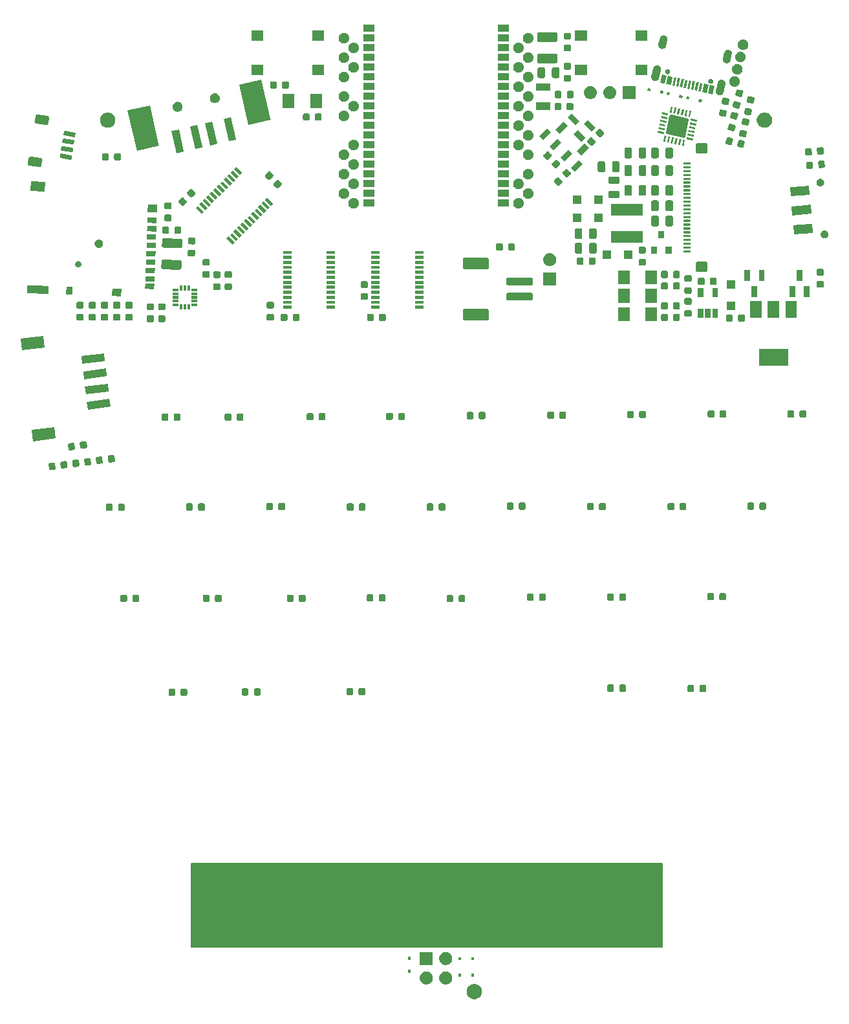
<source format=gbr>
G04 #@! TF.GenerationSoftware,KiCad,Pcbnew,5.0.2-1.fc29*
G04 #@! TF.CreationDate,2019-02-25T04:27:58+01:00*
G04 #@! TF.ProjectId,tr19-badge,74723139-2d62-4616-9467-652e6b696361,rev?*
G04 #@! TF.SameCoordinates,Original*
G04 #@! TF.FileFunction,Soldermask,Bot*
G04 #@! TF.FilePolarity,Negative*
%FSLAX46Y46*%
G04 Gerber Fmt 4.6, Leading zero omitted, Abs format (unit mm)*
G04 Created by KiCad (PCBNEW 5.0.2-1.fc29) date Mon 25 Feb 2019 04:27:58 CET*
%MOMM*%
%LPD*%
G01*
G04 APERTURE LIST*
%ADD10C,0.150000*%
%ADD11C,0.100000*%
G04 APERTURE END LIST*
D10*
G36*
X29600000Y24800000D02*
X-32000000Y24800000D01*
X-32000000Y13800000D01*
X29600000Y13800000D01*
X29600000Y24800000D01*
G37*
X29600000Y24800000D02*
X-32000000Y24800000D01*
X-32000000Y13800000D01*
X29600000Y13800000D01*
X29600000Y24800000D01*
D11*
G36*
X5291689Y8961571D02*
X5473678Y8886189D01*
X5637463Y8776751D01*
X5776751Y8637463D01*
X5886189Y8473678D01*
X5961571Y8291689D01*
X6000000Y8098491D01*
X6000000Y7901509D01*
X5961571Y7708311D01*
X5886189Y7526322D01*
X5776751Y7362537D01*
X5637463Y7223249D01*
X5473678Y7113811D01*
X5291689Y7038429D01*
X5098491Y7000000D01*
X4901509Y7000000D01*
X4708311Y7038429D01*
X4526322Y7113811D01*
X4362537Y7223249D01*
X4223249Y7362537D01*
X4113811Y7526322D01*
X4038429Y7708311D01*
X4000000Y7901509D01*
X4000000Y8098491D01*
X4038429Y8291689D01*
X4113811Y8473678D01*
X4223249Y8637463D01*
X4362537Y8776751D01*
X4526322Y8886189D01*
X4708311Y8961571D01*
X4901509Y9000000D01*
X5098491Y9000000D01*
X5291689Y8961571D01*
X5291689Y8961571D01*
G37*
G36*
X1353376Y10635900D02*
X1436633Y10627700D01*
X1596852Y10579098D01*
X1596855Y10579097D01*
X1675165Y10537239D01*
X1744520Y10500168D01*
X1873949Y10393949D01*
X1980168Y10264520D01*
X2017239Y10195165D01*
X2059097Y10116855D01*
X2059098Y10116852D01*
X2107700Y9956633D01*
X2124112Y9790000D01*
X2107700Y9623367D01*
X2059098Y9463148D01*
X2059097Y9463145D01*
X2017239Y9384835D01*
X1980168Y9315480D01*
X1873949Y9186051D01*
X1744520Y9079832D01*
X1675165Y9042761D01*
X1596855Y9000903D01*
X1596852Y9000902D01*
X1436633Y8952300D01*
X1353376Y8944100D01*
X1311749Y8940000D01*
X1228251Y8940000D01*
X1186624Y8944100D01*
X1103367Y8952300D01*
X943148Y9000902D01*
X943145Y9000903D01*
X864835Y9042761D01*
X795480Y9079832D01*
X666051Y9186051D01*
X559832Y9315480D01*
X522761Y9384835D01*
X480903Y9463145D01*
X480902Y9463148D01*
X432300Y9623367D01*
X415888Y9790000D01*
X432300Y9956633D01*
X480902Y10116852D01*
X480903Y10116855D01*
X522761Y10195165D01*
X559832Y10264520D01*
X666051Y10393949D01*
X795480Y10500168D01*
X864835Y10537239D01*
X943145Y10579097D01*
X943148Y10579098D01*
X1103367Y10627700D01*
X1186624Y10635900D01*
X1228251Y10640000D01*
X1311749Y10640000D01*
X1353376Y10635900D01*
X1353376Y10635900D01*
G37*
G36*
X-1186624Y10635900D02*
X-1103367Y10627700D01*
X-943148Y10579098D01*
X-943145Y10579097D01*
X-864835Y10537239D01*
X-795480Y10500168D01*
X-666051Y10393949D01*
X-559832Y10264520D01*
X-522761Y10195165D01*
X-480903Y10116855D01*
X-480902Y10116852D01*
X-432300Y9956633D01*
X-415888Y9790000D01*
X-432300Y9623367D01*
X-480902Y9463148D01*
X-480903Y9463145D01*
X-522761Y9384835D01*
X-559832Y9315480D01*
X-666051Y9186051D01*
X-795480Y9079832D01*
X-864835Y9042761D01*
X-943145Y9000903D01*
X-943148Y9000902D01*
X-1103367Y8952300D01*
X-1186624Y8944100D01*
X-1228251Y8940000D01*
X-1311749Y8940000D01*
X-1353376Y8944100D01*
X-1436633Y8952300D01*
X-1596852Y9000902D01*
X-1596855Y9000903D01*
X-1675165Y9042761D01*
X-1744520Y9079832D01*
X-1873949Y9186051D01*
X-1980168Y9315480D01*
X-2017239Y9384835D01*
X-2059097Y9463145D01*
X-2059098Y9463148D01*
X-2107700Y9623367D01*
X-2124112Y9790000D01*
X-2107700Y9956633D01*
X-2059098Y10116852D01*
X-2059097Y10116855D01*
X-2017239Y10195165D01*
X-1980168Y10264520D01*
X-1873949Y10393949D01*
X-1744520Y10500168D01*
X-1675165Y10537239D01*
X-1596855Y10579097D01*
X-1596852Y10579098D01*
X-1436633Y10627700D01*
X-1353376Y10635900D01*
X-1311749Y10640000D01*
X-1228251Y10640000D01*
X-1186624Y10635900D01*
X-1186624Y10635900D01*
G37*
G36*
X3300000Y9975000D02*
X2900000Y9975000D01*
X2900000Y10325000D01*
X3300000Y10325000D01*
X3300000Y9975000D01*
X3300000Y9975000D01*
G37*
G36*
X5000000Y9975000D02*
X4600000Y9975000D01*
X4600000Y10325000D01*
X5000000Y10325000D01*
X5000000Y9975000D01*
X5000000Y9975000D01*
G37*
G36*
X-3325000Y10450000D02*
X-3675000Y10450000D01*
X-3675000Y10850000D01*
X-3325000Y10850000D01*
X-3325000Y10450000D01*
X-3325000Y10450000D01*
G37*
G36*
X-420000Y11480000D02*
X-2120000Y11480000D01*
X-2120000Y13180000D01*
X-420000Y13180000D01*
X-420000Y11480000D01*
X-420000Y11480000D01*
G37*
G36*
X1353376Y13175900D02*
X1436633Y13167700D01*
X1596852Y13119098D01*
X1596855Y13119097D01*
X1675165Y13077239D01*
X1744520Y13040168D01*
X1873949Y12933949D01*
X1980168Y12804520D01*
X2017239Y12735165D01*
X2059097Y12656855D01*
X2059098Y12656852D01*
X2107700Y12496633D01*
X2124112Y12330000D01*
X2107700Y12163367D01*
X2096061Y12125000D01*
X2059097Y12003145D01*
X2017239Y11924835D01*
X1980168Y11855480D01*
X1873949Y11726051D01*
X1744520Y11619832D01*
X1675165Y11582761D01*
X1596855Y11540903D01*
X1596852Y11540902D01*
X1436633Y11492300D01*
X1353376Y11484100D01*
X1311749Y11480000D01*
X1228251Y11480000D01*
X1186624Y11484100D01*
X1103367Y11492300D01*
X943148Y11540902D01*
X943145Y11540903D01*
X864835Y11582761D01*
X795480Y11619832D01*
X666051Y11726051D01*
X559832Y11855480D01*
X522761Y11924835D01*
X480903Y12003145D01*
X443939Y12125000D01*
X432300Y12163367D01*
X415888Y12330000D01*
X432300Y12496633D01*
X480902Y12656852D01*
X480903Y12656855D01*
X522761Y12735165D01*
X559832Y12804520D01*
X666051Y12933949D01*
X795480Y13040168D01*
X864835Y13077239D01*
X943145Y13119097D01*
X943148Y13119098D01*
X1103367Y13167700D01*
X1186624Y13175900D01*
X1228251Y13180000D01*
X1311749Y13180000D01*
X1353376Y13175900D01*
X1353376Y13175900D01*
G37*
G36*
X3300000Y12125000D02*
X2900000Y12125000D01*
X2900000Y12475000D01*
X3300000Y12475000D01*
X3300000Y12125000D01*
X3300000Y12125000D01*
G37*
G36*
X5000000Y12125000D02*
X4600000Y12125000D01*
X4600000Y12475000D01*
X5000000Y12475000D01*
X5000000Y12125000D01*
X5000000Y12125000D01*
G37*
G36*
X-3325000Y12150000D02*
X-3675000Y12150000D01*
X-3675000Y12550000D01*
X-3325000Y12550000D01*
X-3325000Y12150000D01*
X-3325000Y12150000D01*
G37*
G36*
X-32741032Y47620918D02*
X-32702370Y47609190D01*
X-32666730Y47590140D01*
X-32635495Y47564505D01*
X-32609860Y47533270D01*
X-32590810Y47497630D01*
X-32579082Y47458968D01*
X-32575000Y47417519D01*
X-32575000Y46882481D01*
X-32579082Y46841032D01*
X-32590810Y46802370D01*
X-32609860Y46766730D01*
X-32635495Y46735495D01*
X-32666730Y46709860D01*
X-32702370Y46690810D01*
X-32741032Y46679082D01*
X-32782481Y46675000D01*
X-33242519Y46675000D01*
X-33283968Y46679082D01*
X-33322630Y46690810D01*
X-33358270Y46709860D01*
X-33389505Y46735495D01*
X-33415140Y46766730D01*
X-33434190Y46802370D01*
X-33445918Y46841032D01*
X-33450000Y46882481D01*
X-33450000Y47417519D01*
X-33445918Y47458968D01*
X-33434190Y47497630D01*
X-33415140Y47533270D01*
X-33389505Y47564505D01*
X-33358270Y47590140D01*
X-33322630Y47609190D01*
X-33283968Y47620918D01*
X-33242519Y47625000D01*
X-32782481Y47625000D01*
X-32741032Y47620918D01*
X-32741032Y47620918D01*
G37*
G36*
X-34316032Y47620918D02*
X-34277370Y47609190D01*
X-34241730Y47590140D01*
X-34210495Y47564505D01*
X-34184860Y47533270D01*
X-34165810Y47497630D01*
X-34154082Y47458968D01*
X-34150000Y47417519D01*
X-34150000Y46882481D01*
X-34154082Y46841032D01*
X-34165810Y46802370D01*
X-34184860Y46766730D01*
X-34210495Y46735495D01*
X-34241730Y46709860D01*
X-34277370Y46690810D01*
X-34316032Y46679082D01*
X-34357481Y46675000D01*
X-34817519Y46675000D01*
X-34858968Y46679082D01*
X-34897630Y46690810D01*
X-34933270Y46709860D01*
X-34964505Y46735495D01*
X-34990140Y46766730D01*
X-35009190Y46802370D01*
X-35020918Y46841032D01*
X-35025000Y46882481D01*
X-35025000Y47417519D01*
X-35020918Y47458968D01*
X-35009190Y47497630D01*
X-34990140Y47533270D01*
X-34964505Y47564505D01*
X-34933270Y47590140D01*
X-34897630Y47609190D01*
X-34858968Y47620918D01*
X-34817519Y47625000D01*
X-34357481Y47625000D01*
X-34316032Y47620918D01*
X-34316032Y47620918D01*
G37*
G36*
X-23141032Y47670918D02*
X-23102370Y47659190D01*
X-23066730Y47640140D01*
X-23035495Y47614505D01*
X-23009860Y47583270D01*
X-22990810Y47547630D01*
X-22979082Y47508968D01*
X-22975000Y47467519D01*
X-22975000Y46932481D01*
X-22979082Y46891032D01*
X-22990810Y46852370D01*
X-23009860Y46816730D01*
X-23035495Y46785495D01*
X-23066730Y46759860D01*
X-23102370Y46740810D01*
X-23141032Y46729082D01*
X-23182481Y46725000D01*
X-23642519Y46725000D01*
X-23683968Y46729082D01*
X-23722630Y46740810D01*
X-23758270Y46759860D01*
X-23789505Y46785495D01*
X-23815140Y46816730D01*
X-23834190Y46852370D01*
X-23845918Y46891032D01*
X-23850000Y46932481D01*
X-23850000Y47467519D01*
X-23845918Y47508968D01*
X-23834190Y47547630D01*
X-23815140Y47583270D01*
X-23789505Y47614505D01*
X-23758270Y47640140D01*
X-23722630Y47659190D01*
X-23683968Y47670918D01*
X-23642519Y47675000D01*
X-23182481Y47675000D01*
X-23141032Y47670918D01*
X-23141032Y47670918D01*
G37*
G36*
X-24716032Y47670918D02*
X-24677370Y47659190D01*
X-24641730Y47640140D01*
X-24610495Y47614505D01*
X-24584860Y47583270D01*
X-24565810Y47547630D01*
X-24554082Y47508968D01*
X-24550000Y47467519D01*
X-24550000Y46932481D01*
X-24554082Y46891032D01*
X-24565810Y46852370D01*
X-24584860Y46816730D01*
X-24610495Y46785495D01*
X-24641730Y46759860D01*
X-24677370Y46740810D01*
X-24716032Y46729082D01*
X-24757481Y46725000D01*
X-25217519Y46725000D01*
X-25258968Y46729082D01*
X-25297630Y46740810D01*
X-25333270Y46759860D01*
X-25364505Y46785495D01*
X-25390140Y46816730D01*
X-25409190Y46852370D01*
X-25420918Y46891032D01*
X-25425000Y46932481D01*
X-25425000Y47467519D01*
X-25420918Y47508968D01*
X-25409190Y47547630D01*
X-25390140Y47583270D01*
X-25364505Y47614505D01*
X-25333270Y47640140D01*
X-25297630Y47659190D01*
X-25258968Y47670918D01*
X-25217519Y47675000D01*
X-24757481Y47675000D01*
X-24716032Y47670918D01*
X-24716032Y47670918D01*
G37*
G36*
X-9441032Y47720918D02*
X-9402370Y47709190D01*
X-9366730Y47690140D01*
X-9335495Y47664505D01*
X-9309860Y47633270D01*
X-9290810Y47597630D01*
X-9279082Y47558968D01*
X-9275000Y47517519D01*
X-9275000Y46982481D01*
X-9279082Y46941032D01*
X-9290810Y46902370D01*
X-9309860Y46866730D01*
X-9335495Y46835495D01*
X-9366730Y46809860D01*
X-9402370Y46790810D01*
X-9441032Y46779082D01*
X-9482481Y46775000D01*
X-9942519Y46775000D01*
X-9983968Y46779082D01*
X-10022630Y46790810D01*
X-10058270Y46809860D01*
X-10089505Y46835495D01*
X-10115140Y46866730D01*
X-10134190Y46902370D01*
X-10145918Y46941032D01*
X-10150000Y46982481D01*
X-10150000Y47517519D01*
X-10145918Y47558968D01*
X-10134190Y47597630D01*
X-10115140Y47633270D01*
X-10089505Y47664505D01*
X-10058270Y47690140D01*
X-10022630Y47709190D01*
X-9983968Y47720918D01*
X-9942519Y47725000D01*
X-9482481Y47725000D01*
X-9441032Y47720918D01*
X-9441032Y47720918D01*
G37*
G36*
X-11016032Y47720918D02*
X-10977370Y47709190D01*
X-10941730Y47690140D01*
X-10910495Y47664505D01*
X-10884860Y47633270D01*
X-10865810Y47597630D01*
X-10854082Y47558968D01*
X-10850000Y47517519D01*
X-10850000Y46982481D01*
X-10854082Y46941032D01*
X-10865810Y46902370D01*
X-10884860Y46866730D01*
X-10910495Y46835495D01*
X-10941730Y46809860D01*
X-10977370Y46790810D01*
X-11016032Y46779082D01*
X-11057481Y46775000D01*
X-11517519Y46775000D01*
X-11558968Y46779082D01*
X-11597630Y46790810D01*
X-11633270Y46809860D01*
X-11664505Y46835495D01*
X-11690140Y46866730D01*
X-11709190Y46902370D01*
X-11720918Y46941032D01*
X-11725000Y46982481D01*
X-11725000Y47517519D01*
X-11720918Y47558968D01*
X-11709190Y47597630D01*
X-11690140Y47633270D01*
X-11664505Y47664505D01*
X-11633270Y47690140D01*
X-11597630Y47709190D01*
X-11558968Y47720918D01*
X-11517519Y47725000D01*
X-11057481Y47725000D01*
X-11016032Y47720918D01*
X-11016032Y47720918D01*
G37*
G36*
X33633968Y48120918D02*
X33672630Y48109190D01*
X33708270Y48090140D01*
X33739505Y48064505D01*
X33765140Y48033270D01*
X33784190Y47997630D01*
X33795918Y47958968D01*
X33800000Y47917519D01*
X33800000Y47382481D01*
X33795918Y47341032D01*
X33784190Y47302370D01*
X33765140Y47266730D01*
X33739505Y47235495D01*
X33708270Y47209860D01*
X33672630Y47190810D01*
X33633968Y47179082D01*
X33592519Y47175000D01*
X33132481Y47175000D01*
X33091032Y47179082D01*
X33052370Y47190810D01*
X33016730Y47209860D01*
X32985495Y47235495D01*
X32959860Y47266730D01*
X32940810Y47302370D01*
X32929082Y47341032D01*
X32925000Y47382481D01*
X32925000Y47917519D01*
X32929082Y47958968D01*
X32940810Y47997630D01*
X32959860Y48033270D01*
X32985495Y48064505D01*
X33016730Y48090140D01*
X33052370Y48109190D01*
X33091032Y48120918D01*
X33132481Y48125000D01*
X33592519Y48125000D01*
X33633968Y48120918D01*
X33633968Y48120918D01*
G37*
G36*
X35208968Y48120918D02*
X35247630Y48109190D01*
X35283270Y48090140D01*
X35314505Y48064505D01*
X35340140Y48033270D01*
X35359190Y47997630D01*
X35370918Y47958968D01*
X35375000Y47917519D01*
X35375000Y47382481D01*
X35370918Y47341032D01*
X35359190Y47302370D01*
X35340140Y47266730D01*
X35314505Y47235495D01*
X35283270Y47209860D01*
X35247630Y47190810D01*
X35208968Y47179082D01*
X35167519Y47175000D01*
X34707481Y47175000D01*
X34666032Y47179082D01*
X34627370Y47190810D01*
X34591730Y47209860D01*
X34560495Y47235495D01*
X34534860Y47266730D01*
X34515810Y47302370D01*
X34504082Y47341032D01*
X34500000Y47382481D01*
X34500000Y47917519D01*
X34504082Y47958968D01*
X34515810Y47997630D01*
X34534860Y48033270D01*
X34560495Y48064505D01*
X34591730Y48090140D01*
X34627370Y48109190D01*
X34666032Y48120918D01*
X34707481Y48125000D01*
X35167519Y48125000D01*
X35208968Y48120918D01*
X35208968Y48120918D01*
G37*
G36*
X24708968Y48170918D02*
X24747630Y48159190D01*
X24783270Y48140140D01*
X24814505Y48114505D01*
X24840140Y48083270D01*
X24859190Y48047630D01*
X24870918Y48008968D01*
X24875000Y47967519D01*
X24875000Y47432481D01*
X24870918Y47391032D01*
X24859190Y47352370D01*
X24840140Y47316730D01*
X24814505Y47285495D01*
X24783270Y47259860D01*
X24747630Y47240810D01*
X24708968Y47229082D01*
X24667519Y47225000D01*
X24207481Y47225000D01*
X24166032Y47229082D01*
X24127370Y47240810D01*
X24091730Y47259860D01*
X24060495Y47285495D01*
X24034860Y47316730D01*
X24015810Y47352370D01*
X24004082Y47391032D01*
X24000000Y47432481D01*
X24000000Y47967519D01*
X24004082Y48008968D01*
X24015810Y48047630D01*
X24034860Y48083270D01*
X24060495Y48114505D01*
X24091730Y48140140D01*
X24127370Y48159190D01*
X24166032Y48170918D01*
X24207481Y48175000D01*
X24667519Y48175000D01*
X24708968Y48170918D01*
X24708968Y48170918D01*
G37*
G36*
X23133968Y48170918D02*
X23172630Y48159190D01*
X23208270Y48140140D01*
X23239505Y48114505D01*
X23265140Y48083270D01*
X23284190Y48047630D01*
X23295918Y48008968D01*
X23300000Y47967519D01*
X23300000Y47432481D01*
X23295918Y47391032D01*
X23284190Y47352370D01*
X23265140Y47316730D01*
X23239505Y47285495D01*
X23208270Y47259860D01*
X23172630Y47240810D01*
X23133968Y47229082D01*
X23092519Y47225000D01*
X22632481Y47225000D01*
X22591032Y47229082D01*
X22552370Y47240810D01*
X22516730Y47259860D01*
X22485495Y47285495D01*
X22459860Y47316730D01*
X22440810Y47352370D01*
X22429082Y47391032D01*
X22425000Y47432481D01*
X22425000Y47967519D01*
X22429082Y48008968D01*
X22440810Y48047630D01*
X22459860Y48083270D01*
X22485495Y48114505D01*
X22516730Y48140140D01*
X22552370Y48159190D01*
X22591032Y48170918D01*
X22632481Y48175000D01*
X23092519Y48175000D01*
X23133968Y48170918D01*
X23133968Y48170918D01*
G37*
G36*
X3658968Y59870918D02*
X3697630Y59859190D01*
X3733270Y59840140D01*
X3764505Y59814505D01*
X3790140Y59783270D01*
X3809190Y59747630D01*
X3820918Y59708968D01*
X3825000Y59667519D01*
X3825000Y59132481D01*
X3820918Y59091032D01*
X3809190Y59052370D01*
X3790140Y59016730D01*
X3764505Y58985495D01*
X3733270Y58959860D01*
X3697630Y58940810D01*
X3658968Y58929082D01*
X3617519Y58925000D01*
X3157481Y58925000D01*
X3116032Y58929082D01*
X3077370Y58940810D01*
X3041730Y58959860D01*
X3010495Y58985495D01*
X2984860Y59016730D01*
X2965810Y59052370D01*
X2954082Y59091032D01*
X2950000Y59132481D01*
X2950000Y59667519D01*
X2954082Y59708968D01*
X2965810Y59747630D01*
X2984860Y59783270D01*
X3010495Y59814505D01*
X3041730Y59840140D01*
X3077370Y59859190D01*
X3116032Y59870918D01*
X3157481Y59875000D01*
X3617519Y59875000D01*
X3658968Y59870918D01*
X3658968Y59870918D01*
G37*
G36*
X2083968Y59870918D02*
X2122630Y59859190D01*
X2158270Y59840140D01*
X2189505Y59814505D01*
X2215140Y59783270D01*
X2234190Y59747630D01*
X2245918Y59708968D01*
X2250000Y59667519D01*
X2250000Y59132481D01*
X2245918Y59091032D01*
X2234190Y59052370D01*
X2215140Y59016730D01*
X2189505Y58985495D01*
X2158270Y58959860D01*
X2122630Y58940810D01*
X2083968Y58929082D01*
X2042519Y58925000D01*
X1582481Y58925000D01*
X1541032Y58929082D01*
X1502370Y58940810D01*
X1466730Y58959860D01*
X1435495Y58985495D01*
X1409860Y59016730D01*
X1390810Y59052370D01*
X1379082Y59091032D01*
X1375000Y59132481D01*
X1375000Y59667519D01*
X1379082Y59708968D01*
X1390810Y59747630D01*
X1409860Y59783270D01*
X1435495Y59814505D01*
X1466730Y59840140D01*
X1502370Y59859190D01*
X1541032Y59870918D01*
X1582481Y59875000D01*
X2042519Y59875000D01*
X2083968Y59870918D01*
X2083968Y59870918D01*
G37*
G36*
X-28241032Y59920918D02*
X-28202370Y59909190D01*
X-28166730Y59890140D01*
X-28135495Y59864505D01*
X-28109860Y59833270D01*
X-28090810Y59797630D01*
X-28079082Y59758968D01*
X-28075000Y59717519D01*
X-28075000Y59182481D01*
X-28079082Y59141032D01*
X-28090810Y59102370D01*
X-28109860Y59066730D01*
X-28135495Y59035495D01*
X-28166730Y59009860D01*
X-28202370Y58990810D01*
X-28241032Y58979082D01*
X-28282481Y58975000D01*
X-28742519Y58975000D01*
X-28783968Y58979082D01*
X-28822630Y58990810D01*
X-28858270Y59009860D01*
X-28889505Y59035495D01*
X-28915140Y59066730D01*
X-28934190Y59102370D01*
X-28945918Y59141032D01*
X-28950000Y59182481D01*
X-28950000Y59717519D01*
X-28945918Y59758968D01*
X-28934190Y59797630D01*
X-28915140Y59833270D01*
X-28889505Y59864505D01*
X-28858270Y59890140D01*
X-28822630Y59909190D01*
X-28783968Y59920918D01*
X-28742519Y59925000D01*
X-28282481Y59925000D01*
X-28241032Y59920918D01*
X-28241032Y59920918D01*
G37*
G36*
X-39041032Y59920918D02*
X-39002370Y59909190D01*
X-38966730Y59890140D01*
X-38935495Y59864505D01*
X-38909860Y59833270D01*
X-38890810Y59797630D01*
X-38879082Y59758968D01*
X-38875000Y59717519D01*
X-38875000Y59182481D01*
X-38879082Y59141032D01*
X-38890810Y59102370D01*
X-38909860Y59066730D01*
X-38935495Y59035495D01*
X-38966730Y59009860D01*
X-39002370Y58990810D01*
X-39041032Y58979082D01*
X-39082481Y58975000D01*
X-39542519Y58975000D01*
X-39583968Y58979082D01*
X-39622630Y58990810D01*
X-39658270Y59009860D01*
X-39689505Y59035495D01*
X-39715140Y59066730D01*
X-39734190Y59102370D01*
X-39745918Y59141032D01*
X-39750000Y59182481D01*
X-39750000Y59717519D01*
X-39745918Y59758968D01*
X-39734190Y59797630D01*
X-39715140Y59833270D01*
X-39689505Y59864505D01*
X-39658270Y59890140D01*
X-39622630Y59909190D01*
X-39583968Y59920918D01*
X-39542519Y59925000D01*
X-39082481Y59925000D01*
X-39041032Y59920918D01*
X-39041032Y59920918D01*
G37*
G36*
X-18816032Y59920918D02*
X-18777370Y59909190D01*
X-18741730Y59890140D01*
X-18710495Y59864505D01*
X-18684860Y59833270D01*
X-18665810Y59797630D01*
X-18654082Y59758968D01*
X-18650000Y59717519D01*
X-18650000Y59182481D01*
X-18654082Y59141032D01*
X-18665810Y59102370D01*
X-18684860Y59066730D01*
X-18710495Y59035495D01*
X-18741730Y59009860D01*
X-18777370Y58990810D01*
X-18816032Y58979082D01*
X-18857481Y58975000D01*
X-19317519Y58975000D01*
X-19358968Y58979082D01*
X-19397630Y58990810D01*
X-19433270Y59009860D01*
X-19464505Y59035495D01*
X-19490140Y59066730D01*
X-19509190Y59102370D01*
X-19520918Y59141032D01*
X-19525000Y59182481D01*
X-19525000Y59717519D01*
X-19520918Y59758968D01*
X-19509190Y59797630D01*
X-19490140Y59833270D01*
X-19464505Y59864505D01*
X-19433270Y59890140D01*
X-19397630Y59909190D01*
X-19358968Y59920918D01*
X-19317519Y59925000D01*
X-18857481Y59925000D01*
X-18816032Y59920918D01*
X-18816032Y59920918D01*
G37*
G36*
X-17241032Y59920918D02*
X-17202370Y59909190D01*
X-17166730Y59890140D01*
X-17135495Y59864505D01*
X-17109860Y59833270D01*
X-17090810Y59797630D01*
X-17079082Y59758968D01*
X-17075000Y59717519D01*
X-17075000Y59182481D01*
X-17079082Y59141032D01*
X-17090810Y59102370D01*
X-17109860Y59066730D01*
X-17135495Y59035495D01*
X-17166730Y59009860D01*
X-17202370Y58990810D01*
X-17241032Y58979082D01*
X-17282481Y58975000D01*
X-17742519Y58975000D01*
X-17783968Y58979082D01*
X-17822630Y58990810D01*
X-17858270Y59009860D01*
X-17889505Y59035495D01*
X-17915140Y59066730D01*
X-17934190Y59102370D01*
X-17945918Y59141032D01*
X-17950000Y59182481D01*
X-17950000Y59717519D01*
X-17945918Y59758968D01*
X-17934190Y59797630D01*
X-17915140Y59833270D01*
X-17889505Y59864505D01*
X-17858270Y59890140D01*
X-17822630Y59909190D01*
X-17783968Y59920918D01*
X-17742519Y59925000D01*
X-17282481Y59925000D01*
X-17241032Y59920918D01*
X-17241032Y59920918D01*
G37*
G36*
X-29816032Y59920918D02*
X-29777370Y59909190D01*
X-29741730Y59890140D01*
X-29710495Y59864505D01*
X-29684860Y59833270D01*
X-29665810Y59797630D01*
X-29654082Y59758968D01*
X-29650000Y59717519D01*
X-29650000Y59182481D01*
X-29654082Y59141032D01*
X-29665810Y59102370D01*
X-29684860Y59066730D01*
X-29710495Y59035495D01*
X-29741730Y59009860D01*
X-29777370Y58990810D01*
X-29816032Y58979082D01*
X-29857481Y58975000D01*
X-30317519Y58975000D01*
X-30358968Y58979082D01*
X-30397630Y58990810D01*
X-30433270Y59009860D01*
X-30464505Y59035495D01*
X-30490140Y59066730D01*
X-30509190Y59102370D01*
X-30520918Y59141032D01*
X-30525000Y59182481D01*
X-30525000Y59717519D01*
X-30520918Y59758968D01*
X-30509190Y59797630D01*
X-30490140Y59833270D01*
X-30464505Y59864505D01*
X-30433270Y59890140D01*
X-30397630Y59909190D01*
X-30358968Y59920918D01*
X-30317519Y59925000D01*
X-29857481Y59925000D01*
X-29816032Y59920918D01*
X-29816032Y59920918D01*
G37*
G36*
X-40616032Y59920918D02*
X-40577370Y59909190D01*
X-40541730Y59890140D01*
X-40510495Y59864505D01*
X-40484860Y59833270D01*
X-40465810Y59797630D01*
X-40454082Y59758968D01*
X-40450000Y59717519D01*
X-40450000Y59182481D01*
X-40454082Y59141032D01*
X-40465810Y59102370D01*
X-40484860Y59066730D01*
X-40510495Y59035495D01*
X-40541730Y59009860D01*
X-40577370Y58990810D01*
X-40616032Y58979082D01*
X-40657481Y58975000D01*
X-41117519Y58975000D01*
X-41158968Y58979082D01*
X-41197630Y58990810D01*
X-41233270Y59009860D01*
X-41264505Y59035495D01*
X-41290140Y59066730D01*
X-41309190Y59102370D01*
X-41320918Y59141032D01*
X-41325000Y59182481D01*
X-41325000Y59717519D01*
X-41320918Y59758968D01*
X-41309190Y59797630D01*
X-41290140Y59833270D01*
X-41264505Y59864505D01*
X-41233270Y59890140D01*
X-41197630Y59909190D01*
X-41158968Y59920918D01*
X-41117519Y59925000D01*
X-40657481Y59925000D01*
X-40616032Y59920918D01*
X-40616032Y59920918D01*
G37*
G36*
X-6791032Y59970918D02*
X-6752370Y59959190D01*
X-6716730Y59940140D01*
X-6685495Y59914505D01*
X-6659860Y59883270D01*
X-6640810Y59847630D01*
X-6629082Y59808968D01*
X-6625000Y59767519D01*
X-6625000Y59232481D01*
X-6629082Y59191032D01*
X-6640810Y59152370D01*
X-6659860Y59116730D01*
X-6685495Y59085495D01*
X-6716730Y59059860D01*
X-6752370Y59040810D01*
X-6791032Y59029082D01*
X-6832481Y59025000D01*
X-7292519Y59025000D01*
X-7333968Y59029082D01*
X-7372630Y59040810D01*
X-7408270Y59059860D01*
X-7439505Y59085495D01*
X-7465140Y59116730D01*
X-7484190Y59152370D01*
X-7495918Y59191032D01*
X-7500000Y59232481D01*
X-7500000Y59767519D01*
X-7495918Y59808968D01*
X-7484190Y59847630D01*
X-7465140Y59883270D01*
X-7439505Y59914505D01*
X-7408270Y59940140D01*
X-7372630Y59959190D01*
X-7333968Y59970918D01*
X-7292519Y59975000D01*
X-6832481Y59975000D01*
X-6791032Y59970918D01*
X-6791032Y59970918D01*
G37*
G36*
X-8366032Y59970918D02*
X-8327370Y59959190D01*
X-8291730Y59940140D01*
X-8260495Y59914505D01*
X-8234860Y59883270D01*
X-8215810Y59847630D01*
X-8204082Y59808968D01*
X-8200000Y59767519D01*
X-8200000Y59232481D01*
X-8204082Y59191032D01*
X-8215810Y59152370D01*
X-8234860Y59116730D01*
X-8260495Y59085495D01*
X-8291730Y59059860D01*
X-8327370Y59040810D01*
X-8366032Y59029082D01*
X-8407481Y59025000D01*
X-8867519Y59025000D01*
X-8908968Y59029082D01*
X-8947630Y59040810D01*
X-8983270Y59059860D01*
X-9014505Y59085495D01*
X-9040140Y59116730D01*
X-9059190Y59152370D01*
X-9070918Y59191032D01*
X-9075000Y59232481D01*
X-9075000Y59767519D01*
X-9070918Y59808968D01*
X-9059190Y59847630D01*
X-9040140Y59883270D01*
X-9014505Y59914505D01*
X-8983270Y59940140D01*
X-8947630Y59959190D01*
X-8908968Y59970918D01*
X-8867519Y59975000D01*
X-8407481Y59975000D01*
X-8366032Y59970918D01*
X-8366032Y59970918D01*
G37*
G36*
X12633968Y60070918D02*
X12672630Y60059190D01*
X12708270Y60040140D01*
X12739505Y60014505D01*
X12765140Y59983270D01*
X12784190Y59947630D01*
X12795918Y59908968D01*
X12800000Y59867519D01*
X12800000Y59332481D01*
X12795918Y59291032D01*
X12784190Y59252370D01*
X12765140Y59216730D01*
X12739505Y59185495D01*
X12708270Y59159860D01*
X12672630Y59140810D01*
X12633968Y59129082D01*
X12592519Y59125000D01*
X12132481Y59125000D01*
X12091032Y59129082D01*
X12052370Y59140810D01*
X12016730Y59159860D01*
X11985495Y59185495D01*
X11959860Y59216730D01*
X11940810Y59252370D01*
X11929082Y59291032D01*
X11925000Y59332481D01*
X11925000Y59867519D01*
X11929082Y59908968D01*
X11940810Y59947630D01*
X11959860Y59983270D01*
X11985495Y60014505D01*
X12016730Y60040140D01*
X12052370Y60059190D01*
X12091032Y60070918D01*
X12132481Y60075000D01*
X12592519Y60075000D01*
X12633968Y60070918D01*
X12633968Y60070918D01*
G37*
G36*
X14208968Y60070918D02*
X14247630Y60059190D01*
X14283270Y60040140D01*
X14314505Y60014505D01*
X14340140Y59983270D01*
X14359190Y59947630D01*
X14370918Y59908968D01*
X14375000Y59867519D01*
X14375000Y59332481D01*
X14370918Y59291032D01*
X14359190Y59252370D01*
X14340140Y59216730D01*
X14314505Y59185495D01*
X14283270Y59159860D01*
X14247630Y59140810D01*
X14208968Y59129082D01*
X14167519Y59125000D01*
X13707481Y59125000D01*
X13666032Y59129082D01*
X13627370Y59140810D01*
X13591730Y59159860D01*
X13560495Y59185495D01*
X13534860Y59216730D01*
X13515810Y59252370D01*
X13504082Y59291032D01*
X13500000Y59332481D01*
X13500000Y59867519D01*
X13504082Y59908968D01*
X13515810Y59947630D01*
X13534860Y59983270D01*
X13560495Y60014505D01*
X13591730Y60040140D01*
X13627370Y60059190D01*
X13666032Y60070918D01*
X13707481Y60075000D01*
X14167519Y60075000D01*
X14208968Y60070918D01*
X14208968Y60070918D01*
G37*
G36*
X23133968Y60070918D02*
X23172630Y60059190D01*
X23208270Y60040140D01*
X23239505Y60014505D01*
X23265140Y59983270D01*
X23284190Y59947630D01*
X23295918Y59908968D01*
X23300000Y59867519D01*
X23300000Y59332481D01*
X23295918Y59291032D01*
X23284190Y59252370D01*
X23265140Y59216730D01*
X23239505Y59185495D01*
X23208270Y59159860D01*
X23172630Y59140810D01*
X23133968Y59129082D01*
X23092519Y59125000D01*
X22632481Y59125000D01*
X22591032Y59129082D01*
X22552370Y59140810D01*
X22516730Y59159860D01*
X22485495Y59185495D01*
X22459860Y59216730D01*
X22440810Y59252370D01*
X22429082Y59291032D01*
X22425000Y59332481D01*
X22425000Y59867519D01*
X22429082Y59908968D01*
X22440810Y59947630D01*
X22459860Y59983270D01*
X22485495Y60014505D01*
X22516730Y60040140D01*
X22552370Y60059190D01*
X22591032Y60070918D01*
X22632481Y60075000D01*
X23092519Y60075000D01*
X23133968Y60070918D01*
X23133968Y60070918D01*
G37*
G36*
X24708968Y60070918D02*
X24747630Y60059190D01*
X24783270Y60040140D01*
X24814505Y60014505D01*
X24840140Y59983270D01*
X24859190Y59947630D01*
X24870918Y59908968D01*
X24875000Y59867519D01*
X24875000Y59332481D01*
X24870918Y59291032D01*
X24859190Y59252370D01*
X24840140Y59216730D01*
X24814505Y59185495D01*
X24783270Y59159860D01*
X24747630Y59140810D01*
X24708968Y59129082D01*
X24667519Y59125000D01*
X24207481Y59125000D01*
X24166032Y59129082D01*
X24127370Y59140810D01*
X24091730Y59159860D01*
X24060495Y59185495D01*
X24034860Y59216730D01*
X24015810Y59252370D01*
X24004082Y59291032D01*
X24000000Y59332481D01*
X24000000Y59867519D01*
X24004082Y59908968D01*
X24015810Y59947630D01*
X24034860Y59983270D01*
X24060495Y60014505D01*
X24091730Y60040140D01*
X24127370Y60059190D01*
X24166032Y60070918D01*
X24207481Y60075000D01*
X24667519Y60075000D01*
X24708968Y60070918D01*
X24708968Y60070918D01*
G37*
G36*
X36233968Y60120918D02*
X36272630Y60109190D01*
X36308270Y60090140D01*
X36339505Y60064505D01*
X36365140Y60033270D01*
X36384190Y59997630D01*
X36395918Y59958968D01*
X36400000Y59917519D01*
X36400000Y59382481D01*
X36395918Y59341032D01*
X36384190Y59302370D01*
X36365140Y59266730D01*
X36339505Y59235495D01*
X36308270Y59209860D01*
X36272630Y59190810D01*
X36233968Y59179082D01*
X36192519Y59175000D01*
X35732481Y59175000D01*
X35691032Y59179082D01*
X35652370Y59190810D01*
X35616730Y59209860D01*
X35585495Y59235495D01*
X35559860Y59266730D01*
X35540810Y59302370D01*
X35529082Y59341032D01*
X35525000Y59382481D01*
X35525000Y59917519D01*
X35529082Y59958968D01*
X35540810Y59997630D01*
X35559860Y60033270D01*
X35585495Y60064505D01*
X35616730Y60090140D01*
X35652370Y60109190D01*
X35691032Y60120918D01*
X35732481Y60125000D01*
X36192519Y60125000D01*
X36233968Y60120918D01*
X36233968Y60120918D01*
G37*
G36*
X37808968Y60120918D02*
X37847630Y60109190D01*
X37883270Y60090140D01*
X37914505Y60064505D01*
X37940140Y60033270D01*
X37959190Y59997630D01*
X37970918Y59958968D01*
X37975000Y59917519D01*
X37975000Y59382481D01*
X37970918Y59341032D01*
X37959190Y59302370D01*
X37940140Y59266730D01*
X37914505Y59235495D01*
X37883270Y59209860D01*
X37847630Y59190810D01*
X37808968Y59179082D01*
X37767519Y59175000D01*
X37307481Y59175000D01*
X37266032Y59179082D01*
X37227370Y59190810D01*
X37191730Y59209860D01*
X37160495Y59235495D01*
X37134860Y59266730D01*
X37115810Y59302370D01*
X37104082Y59341032D01*
X37100000Y59382481D01*
X37100000Y59917519D01*
X37104082Y59958968D01*
X37115810Y59997630D01*
X37134860Y60033270D01*
X37160495Y60064505D01*
X37191730Y60090140D01*
X37227370Y60109190D01*
X37266032Y60120918D01*
X37307481Y60125000D01*
X37767519Y60125000D01*
X37808968Y60120918D01*
X37808968Y60120918D01*
G37*
G36*
X-40928532Y71820918D02*
X-40889870Y71809190D01*
X-40854230Y71790140D01*
X-40822995Y71764505D01*
X-40797360Y71733270D01*
X-40778310Y71697630D01*
X-40766582Y71658968D01*
X-40762500Y71617519D01*
X-40762500Y71082481D01*
X-40766582Y71041032D01*
X-40778310Y71002370D01*
X-40797360Y70966730D01*
X-40822995Y70935495D01*
X-40854230Y70909860D01*
X-40889870Y70890810D01*
X-40928532Y70879082D01*
X-40969981Y70875000D01*
X-41430019Y70875000D01*
X-41471468Y70879082D01*
X-41510130Y70890810D01*
X-41545770Y70909860D01*
X-41577005Y70935495D01*
X-41602640Y70966730D01*
X-41621690Y71002370D01*
X-41633418Y71041032D01*
X-41637500Y71082481D01*
X-41637500Y71617519D01*
X-41633418Y71658968D01*
X-41621690Y71697630D01*
X-41602640Y71733270D01*
X-41577005Y71764505D01*
X-41545770Y71790140D01*
X-41510130Y71809190D01*
X-41471468Y71820918D01*
X-41430019Y71825000D01*
X-40969981Y71825000D01*
X-40928532Y71820918D01*
X-40928532Y71820918D01*
G37*
G36*
X-42503532Y71820918D02*
X-42464870Y71809190D01*
X-42429230Y71790140D01*
X-42397995Y71764505D01*
X-42372360Y71733270D01*
X-42353310Y71697630D01*
X-42341582Y71658968D01*
X-42337500Y71617519D01*
X-42337500Y71082481D01*
X-42341582Y71041032D01*
X-42353310Y71002370D01*
X-42372360Y70966730D01*
X-42397995Y70935495D01*
X-42429230Y70909860D01*
X-42464870Y70890810D01*
X-42503532Y70879082D01*
X-42544981Y70875000D01*
X-43005019Y70875000D01*
X-43046468Y70879082D01*
X-43085130Y70890810D01*
X-43120770Y70909860D01*
X-43152005Y70935495D01*
X-43177640Y70966730D01*
X-43196690Y71002370D01*
X-43208418Y71041032D01*
X-43212500Y71082481D01*
X-43212500Y71617519D01*
X-43208418Y71658968D01*
X-43196690Y71697630D01*
X-43177640Y71733270D01*
X-43152005Y71764505D01*
X-43120770Y71790140D01*
X-43085130Y71809190D01*
X-43046468Y71820918D01*
X-43005019Y71825000D01*
X-42544981Y71825000D01*
X-42503532Y71820918D01*
X-42503532Y71820918D01*
G37*
G36*
X-30441032Y71870918D02*
X-30402370Y71859190D01*
X-30366730Y71840140D01*
X-30335495Y71814505D01*
X-30309860Y71783270D01*
X-30290810Y71747630D01*
X-30279082Y71708968D01*
X-30275000Y71667519D01*
X-30275000Y71132481D01*
X-30279082Y71091032D01*
X-30290810Y71052370D01*
X-30309860Y71016730D01*
X-30335495Y70985495D01*
X-30366730Y70959860D01*
X-30402370Y70940810D01*
X-30441032Y70929082D01*
X-30482481Y70925000D01*
X-30942519Y70925000D01*
X-30983968Y70929082D01*
X-31022630Y70940810D01*
X-31058270Y70959860D01*
X-31089505Y70985495D01*
X-31115140Y71016730D01*
X-31134190Y71052370D01*
X-31145918Y71091032D01*
X-31150000Y71132481D01*
X-31150000Y71667519D01*
X-31145918Y71708968D01*
X-31134190Y71747630D01*
X-31115140Y71783270D01*
X-31089505Y71814505D01*
X-31058270Y71840140D01*
X-31022630Y71859190D01*
X-30983968Y71870918D01*
X-30942519Y71875000D01*
X-30482481Y71875000D01*
X-30441032Y71870918D01*
X-30441032Y71870918D01*
G37*
G36*
X-9391032Y71870918D02*
X-9352370Y71859190D01*
X-9316730Y71840140D01*
X-9285495Y71814505D01*
X-9259860Y71783270D01*
X-9240810Y71747630D01*
X-9229082Y71708968D01*
X-9225000Y71667519D01*
X-9225000Y71132481D01*
X-9229082Y71091032D01*
X-9240810Y71052370D01*
X-9259860Y71016730D01*
X-9285495Y70985495D01*
X-9316730Y70959860D01*
X-9352370Y70940810D01*
X-9391032Y70929082D01*
X-9432481Y70925000D01*
X-9892519Y70925000D01*
X-9933968Y70929082D01*
X-9972630Y70940810D01*
X-10008270Y70959860D01*
X-10039505Y70985495D01*
X-10065140Y71016730D01*
X-10084190Y71052370D01*
X-10095918Y71091032D01*
X-10100000Y71132481D01*
X-10100000Y71667519D01*
X-10095918Y71708968D01*
X-10084190Y71747630D01*
X-10065140Y71783270D01*
X-10039505Y71814505D01*
X-10008270Y71840140D01*
X-9972630Y71859190D01*
X-9933968Y71870918D01*
X-9892519Y71875000D01*
X-9432481Y71875000D01*
X-9391032Y71870918D01*
X-9391032Y71870918D01*
G37*
G36*
X-10966032Y71870918D02*
X-10927370Y71859190D01*
X-10891730Y71840140D01*
X-10860495Y71814505D01*
X-10834860Y71783270D01*
X-10815810Y71747630D01*
X-10804082Y71708968D01*
X-10800000Y71667519D01*
X-10800000Y71132481D01*
X-10804082Y71091032D01*
X-10815810Y71052370D01*
X-10834860Y71016730D01*
X-10860495Y70985495D01*
X-10891730Y70959860D01*
X-10927370Y70940810D01*
X-10966032Y70929082D01*
X-11007481Y70925000D01*
X-11467519Y70925000D01*
X-11508968Y70929082D01*
X-11547630Y70940810D01*
X-11583270Y70959860D01*
X-11614505Y70985495D01*
X-11640140Y71016730D01*
X-11659190Y71052370D01*
X-11670918Y71091032D01*
X-11675000Y71132481D01*
X-11675000Y71667519D01*
X-11670918Y71708968D01*
X-11659190Y71747630D01*
X-11640140Y71783270D01*
X-11614505Y71814505D01*
X-11583270Y71840140D01*
X-11547630Y71859190D01*
X-11508968Y71870918D01*
X-11467519Y71875000D01*
X-11007481Y71875000D01*
X-10966032Y71870918D01*
X-10966032Y71870918D01*
G37*
G36*
X-516032Y71870918D02*
X-477370Y71859190D01*
X-441730Y71840140D01*
X-410495Y71814505D01*
X-384860Y71783270D01*
X-365810Y71747630D01*
X-354082Y71708968D01*
X-350000Y71667519D01*
X-350000Y71132481D01*
X-354082Y71091032D01*
X-365810Y71052370D01*
X-384860Y71016730D01*
X-410495Y70985495D01*
X-441730Y70959860D01*
X-477370Y70940810D01*
X-516032Y70929082D01*
X-557481Y70925000D01*
X-1017519Y70925000D01*
X-1058968Y70929082D01*
X-1097630Y70940810D01*
X-1133270Y70959860D01*
X-1164505Y70985495D01*
X-1190140Y71016730D01*
X-1209190Y71052370D01*
X-1220918Y71091032D01*
X-1225000Y71132481D01*
X-1225000Y71667519D01*
X-1220918Y71708968D01*
X-1209190Y71747630D01*
X-1190140Y71783270D01*
X-1164505Y71814505D01*
X-1133270Y71840140D01*
X-1097630Y71859190D01*
X-1058968Y71870918D01*
X-1017519Y71875000D01*
X-557481Y71875000D01*
X-516032Y71870918D01*
X-516032Y71870918D01*
G37*
G36*
X1058968Y71870918D02*
X1097630Y71859190D01*
X1133270Y71840140D01*
X1164505Y71814505D01*
X1190140Y71783270D01*
X1209190Y71747630D01*
X1220918Y71708968D01*
X1225000Y71667519D01*
X1225000Y71132481D01*
X1220918Y71091032D01*
X1209190Y71052370D01*
X1190140Y71016730D01*
X1164505Y70985495D01*
X1133270Y70959860D01*
X1097630Y70940810D01*
X1058968Y70929082D01*
X1017519Y70925000D01*
X557481Y70925000D01*
X516032Y70929082D01*
X477370Y70940810D01*
X441730Y70959860D01*
X410495Y70985495D01*
X384860Y71016730D01*
X365810Y71052370D01*
X354082Y71091032D01*
X350000Y71132481D01*
X350000Y71667519D01*
X354082Y71708968D01*
X365810Y71747630D01*
X384860Y71783270D01*
X410495Y71814505D01*
X441730Y71840140D01*
X477370Y71859190D01*
X516032Y71870918D01*
X557481Y71875000D01*
X1017519Y71875000D01*
X1058968Y71870918D01*
X1058968Y71870918D01*
G37*
G36*
X-32016032Y71870918D02*
X-31977370Y71859190D01*
X-31941730Y71840140D01*
X-31910495Y71814505D01*
X-31884860Y71783270D01*
X-31865810Y71747630D01*
X-31854082Y71708968D01*
X-31850000Y71667519D01*
X-31850000Y71132481D01*
X-31854082Y71091032D01*
X-31865810Y71052370D01*
X-31884860Y71016730D01*
X-31910495Y70985495D01*
X-31941730Y70959860D01*
X-31977370Y70940810D01*
X-32016032Y70929082D01*
X-32057481Y70925000D01*
X-32517519Y70925000D01*
X-32558968Y70929082D01*
X-32597630Y70940810D01*
X-32633270Y70959860D01*
X-32664505Y70985495D01*
X-32690140Y71016730D01*
X-32709190Y71052370D01*
X-32720918Y71091032D01*
X-32725000Y71132481D01*
X-32725000Y71667519D01*
X-32720918Y71708968D01*
X-32709190Y71747630D01*
X-32690140Y71783270D01*
X-32664505Y71814505D01*
X-32633270Y71840140D01*
X-32597630Y71859190D01*
X-32558968Y71870918D01*
X-32517519Y71875000D01*
X-32057481Y71875000D01*
X-32016032Y71870918D01*
X-32016032Y71870918D01*
G37*
G36*
X31033968Y71920918D02*
X31072630Y71909190D01*
X31108270Y71890140D01*
X31139505Y71864505D01*
X31165140Y71833270D01*
X31184190Y71797630D01*
X31195918Y71758968D01*
X31200000Y71717519D01*
X31200000Y71182481D01*
X31195918Y71141032D01*
X31184190Y71102370D01*
X31165140Y71066730D01*
X31139505Y71035495D01*
X31108270Y71009860D01*
X31072630Y70990810D01*
X31033968Y70979082D01*
X30992519Y70975000D01*
X30532481Y70975000D01*
X30491032Y70979082D01*
X30452370Y70990810D01*
X30416730Y71009860D01*
X30385495Y71035495D01*
X30359860Y71066730D01*
X30340810Y71102370D01*
X30329082Y71141032D01*
X30325000Y71182481D01*
X30325000Y71717519D01*
X30329082Y71758968D01*
X30340810Y71797630D01*
X30359860Y71833270D01*
X30385495Y71864505D01*
X30416730Y71890140D01*
X30452370Y71909190D01*
X30491032Y71920918D01*
X30532481Y71925000D01*
X30992519Y71925000D01*
X31033968Y71920918D01*
X31033968Y71920918D01*
G37*
G36*
X-21516032Y71920918D02*
X-21477370Y71909190D01*
X-21441730Y71890140D01*
X-21410495Y71864505D01*
X-21384860Y71833270D01*
X-21365810Y71797630D01*
X-21354082Y71758968D01*
X-21350000Y71717519D01*
X-21350000Y71182481D01*
X-21354082Y71141032D01*
X-21365810Y71102370D01*
X-21384860Y71066730D01*
X-21410495Y71035495D01*
X-21441730Y71009860D01*
X-21477370Y70990810D01*
X-21516032Y70979082D01*
X-21557481Y70975000D01*
X-22017519Y70975000D01*
X-22058968Y70979082D01*
X-22097630Y70990810D01*
X-22133270Y71009860D01*
X-22164505Y71035495D01*
X-22190140Y71066730D01*
X-22209190Y71102370D01*
X-22220918Y71141032D01*
X-22225000Y71182481D01*
X-22225000Y71717519D01*
X-22220918Y71758968D01*
X-22209190Y71797630D01*
X-22190140Y71833270D01*
X-22164505Y71864505D01*
X-22133270Y71890140D01*
X-22097630Y71909190D01*
X-22058968Y71920918D01*
X-22017519Y71925000D01*
X-21557481Y71925000D01*
X-21516032Y71920918D01*
X-21516032Y71920918D01*
G37*
G36*
X-19941032Y71920918D02*
X-19902370Y71909190D01*
X-19866730Y71890140D01*
X-19835495Y71864505D01*
X-19809860Y71833270D01*
X-19790810Y71797630D01*
X-19779082Y71758968D01*
X-19775000Y71717519D01*
X-19775000Y71182481D01*
X-19779082Y71141032D01*
X-19790810Y71102370D01*
X-19809860Y71066730D01*
X-19835495Y71035495D01*
X-19866730Y71009860D01*
X-19902370Y70990810D01*
X-19941032Y70979082D01*
X-19982481Y70975000D01*
X-20442519Y70975000D01*
X-20483968Y70979082D01*
X-20522630Y70990810D01*
X-20558270Y71009860D01*
X-20589505Y71035495D01*
X-20615140Y71066730D01*
X-20634190Y71102370D01*
X-20645918Y71141032D01*
X-20650000Y71182481D01*
X-20650000Y71717519D01*
X-20645918Y71758968D01*
X-20634190Y71797630D01*
X-20615140Y71833270D01*
X-20589505Y71864505D01*
X-20558270Y71890140D01*
X-20522630Y71909190D01*
X-20483968Y71920918D01*
X-20442519Y71925000D01*
X-19982481Y71925000D01*
X-19941032Y71920918D01*
X-19941032Y71920918D01*
G37*
G36*
X32608968Y71920918D02*
X32647630Y71909190D01*
X32683270Y71890140D01*
X32714505Y71864505D01*
X32740140Y71833270D01*
X32759190Y71797630D01*
X32770918Y71758968D01*
X32775000Y71717519D01*
X32775000Y71182481D01*
X32770918Y71141032D01*
X32759190Y71102370D01*
X32740140Y71066730D01*
X32714505Y71035495D01*
X32683270Y71009860D01*
X32647630Y70990810D01*
X32608968Y70979082D01*
X32567519Y70975000D01*
X32107481Y70975000D01*
X32066032Y70979082D01*
X32027370Y70990810D01*
X31991730Y71009860D01*
X31960495Y71035495D01*
X31934860Y71066730D01*
X31915810Y71102370D01*
X31904082Y71141032D01*
X31900000Y71182481D01*
X31900000Y71717519D01*
X31904082Y71758968D01*
X31915810Y71797630D01*
X31934860Y71833270D01*
X31960495Y71864505D01*
X31991730Y71890140D01*
X32027370Y71909190D01*
X32066032Y71920918D01*
X32107481Y71925000D01*
X32567519Y71925000D01*
X32608968Y71920918D01*
X32608968Y71920918D01*
G37*
G36*
X20483968Y71920918D02*
X20522630Y71909190D01*
X20558270Y71890140D01*
X20589505Y71864505D01*
X20615140Y71833270D01*
X20634190Y71797630D01*
X20645918Y71758968D01*
X20650000Y71717519D01*
X20650000Y71182481D01*
X20645918Y71141032D01*
X20634190Y71102370D01*
X20615140Y71066730D01*
X20589505Y71035495D01*
X20558270Y71009860D01*
X20522630Y70990810D01*
X20483968Y70979082D01*
X20442519Y70975000D01*
X19982481Y70975000D01*
X19941032Y70979082D01*
X19902370Y70990810D01*
X19866730Y71009860D01*
X19835495Y71035495D01*
X19809860Y71066730D01*
X19790810Y71102370D01*
X19779082Y71141032D01*
X19775000Y71182481D01*
X19775000Y71717519D01*
X19779082Y71758968D01*
X19790810Y71797630D01*
X19809860Y71833270D01*
X19835495Y71864505D01*
X19866730Y71890140D01*
X19902370Y71909190D01*
X19941032Y71920918D01*
X19982481Y71925000D01*
X20442519Y71925000D01*
X20483968Y71920918D01*
X20483968Y71920918D01*
G37*
G36*
X22058968Y71920918D02*
X22097630Y71909190D01*
X22133270Y71890140D01*
X22164505Y71864505D01*
X22190140Y71833270D01*
X22209190Y71797630D01*
X22220918Y71758968D01*
X22225000Y71717519D01*
X22225000Y71182481D01*
X22220918Y71141032D01*
X22209190Y71102370D01*
X22190140Y71066730D01*
X22164505Y71035495D01*
X22133270Y71009860D01*
X22097630Y70990810D01*
X22058968Y70979082D01*
X22017519Y70975000D01*
X21557481Y70975000D01*
X21516032Y70979082D01*
X21477370Y70990810D01*
X21441730Y71009860D01*
X21410495Y71035495D01*
X21384860Y71066730D01*
X21365810Y71102370D01*
X21354082Y71141032D01*
X21350000Y71182481D01*
X21350000Y71717519D01*
X21354082Y71758968D01*
X21365810Y71797630D01*
X21384860Y71833270D01*
X21410495Y71864505D01*
X21441730Y71890140D01*
X21477370Y71909190D01*
X21516032Y71920918D01*
X21557481Y71925000D01*
X22017519Y71925000D01*
X22058968Y71920918D01*
X22058968Y71920918D01*
G37*
G36*
X43058968Y71970918D02*
X43097630Y71959190D01*
X43133270Y71940140D01*
X43164505Y71914505D01*
X43190140Y71883270D01*
X43209190Y71847630D01*
X43220918Y71808968D01*
X43225000Y71767519D01*
X43225000Y71232481D01*
X43220918Y71191032D01*
X43209190Y71152370D01*
X43190140Y71116730D01*
X43164505Y71085495D01*
X43133270Y71059860D01*
X43097630Y71040810D01*
X43058968Y71029082D01*
X43017519Y71025000D01*
X42557481Y71025000D01*
X42516032Y71029082D01*
X42477370Y71040810D01*
X42441730Y71059860D01*
X42410495Y71085495D01*
X42384860Y71116730D01*
X42365810Y71152370D01*
X42354082Y71191032D01*
X42350000Y71232481D01*
X42350000Y71767519D01*
X42354082Y71808968D01*
X42365810Y71847630D01*
X42384860Y71883270D01*
X42410495Y71914505D01*
X42441730Y71940140D01*
X42477370Y71959190D01*
X42516032Y71970918D01*
X42557481Y71975000D01*
X43017519Y71975000D01*
X43058968Y71970918D01*
X43058968Y71970918D01*
G37*
G36*
X41483968Y71970918D02*
X41522630Y71959190D01*
X41558270Y71940140D01*
X41589505Y71914505D01*
X41615140Y71883270D01*
X41634190Y71847630D01*
X41645918Y71808968D01*
X41650000Y71767519D01*
X41650000Y71232481D01*
X41645918Y71191032D01*
X41634190Y71152370D01*
X41615140Y71116730D01*
X41589505Y71085495D01*
X41558270Y71059860D01*
X41522630Y71040810D01*
X41483968Y71029082D01*
X41442519Y71025000D01*
X40982481Y71025000D01*
X40941032Y71029082D01*
X40902370Y71040810D01*
X40866730Y71059860D01*
X40835495Y71085495D01*
X40809860Y71116730D01*
X40790810Y71152370D01*
X40779082Y71191032D01*
X40775000Y71232481D01*
X40775000Y71767519D01*
X40779082Y71808968D01*
X40790810Y71847630D01*
X40809860Y71883270D01*
X40835495Y71914505D01*
X40866730Y71940140D01*
X40902370Y71959190D01*
X40941032Y71970918D01*
X40982481Y71975000D01*
X41442519Y71975000D01*
X41483968Y71970918D01*
X41483968Y71970918D01*
G37*
G36*
X11558968Y71970918D02*
X11597630Y71959190D01*
X11633270Y71940140D01*
X11664505Y71914505D01*
X11690140Y71883270D01*
X11709190Y71847630D01*
X11720918Y71808968D01*
X11725000Y71767519D01*
X11725000Y71232481D01*
X11720918Y71191032D01*
X11709190Y71152370D01*
X11690140Y71116730D01*
X11664505Y71085495D01*
X11633270Y71059860D01*
X11597630Y71040810D01*
X11558968Y71029082D01*
X11517519Y71025000D01*
X11057481Y71025000D01*
X11016032Y71029082D01*
X10977370Y71040810D01*
X10941730Y71059860D01*
X10910495Y71085495D01*
X10884860Y71116730D01*
X10865810Y71152370D01*
X10854082Y71191032D01*
X10850000Y71232481D01*
X10850000Y71767519D01*
X10854082Y71808968D01*
X10865810Y71847630D01*
X10884860Y71883270D01*
X10910495Y71914505D01*
X10941730Y71940140D01*
X10977370Y71959190D01*
X11016032Y71970918D01*
X11057481Y71975000D01*
X11517519Y71975000D01*
X11558968Y71970918D01*
X11558968Y71970918D01*
G37*
G36*
X9983968Y71970918D02*
X10022630Y71959190D01*
X10058270Y71940140D01*
X10089505Y71914505D01*
X10115140Y71883270D01*
X10134190Y71847630D01*
X10145918Y71808968D01*
X10150000Y71767519D01*
X10150000Y71232481D01*
X10145918Y71191032D01*
X10134190Y71152370D01*
X10115140Y71116730D01*
X10089505Y71085495D01*
X10058270Y71059860D01*
X10022630Y71040810D01*
X9983968Y71029082D01*
X9942519Y71025000D01*
X9482481Y71025000D01*
X9441032Y71029082D01*
X9402370Y71040810D01*
X9366730Y71059860D01*
X9335495Y71085495D01*
X9309860Y71116730D01*
X9290810Y71152370D01*
X9279082Y71191032D01*
X9275000Y71232481D01*
X9275000Y71767519D01*
X9279082Y71808968D01*
X9290810Y71847630D01*
X9309860Y71883270D01*
X9335495Y71914505D01*
X9366730Y71940140D01*
X9402370Y71959190D01*
X9441032Y71970918D01*
X9482481Y71975000D01*
X9942519Y71975000D01*
X9983968Y71970918D01*
X9983968Y71970918D01*
G37*
G36*
X-50029771Y77197589D02*
X-49992075Y77183024D01*
X-49957950Y77161390D01*
X-49928699Y77133509D01*
X-49905451Y77100462D01*
X-49889096Y77063511D01*
X-49879994Y77022873D01*
X-49814788Y76491816D01*
X-49813789Y76450189D01*
X-49820719Y76410379D01*
X-49835284Y76372683D01*
X-49856918Y76338558D01*
X-49884799Y76309307D01*
X-49917846Y76286059D01*
X-49954797Y76269704D01*
X-49995435Y76260602D01*
X-50006620Y76259229D01*
X-50006623Y76259228D01*
X-50440861Y76205910D01*
X-50440862Y76205910D01*
X-50452052Y76204536D01*
X-50493679Y76203537D01*
X-50533489Y76210467D01*
X-50571185Y76225032D01*
X-50605310Y76246666D01*
X-50634561Y76274547D01*
X-50657809Y76307594D01*
X-50674164Y76344545D01*
X-50683266Y76385183D01*
X-50748472Y76916240D01*
X-50749471Y76957867D01*
X-50742541Y76997677D01*
X-50727976Y77035373D01*
X-50706342Y77069498D01*
X-50678461Y77098749D01*
X-50645414Y77121997D01*
X-50608463Y77138352D01*
X-50567825Y77147454D01*
X-50556640Y77148827D01*
X-50556637Y77148828D01*
X-50122399Y77202146D01*
X-50122398Y77202146D01*
X-50111208Y77203520D01*
X-50069581Y77204519D01*
X-50029771Y77197589D01*
X-50029771Y77197589D01*
G37*
G36*
X-48466511Y77389533D02*
X-48428815Y77374968D01*
X-48394690Y77353334D01*
X-48365439Y77325453D01*
X-48342191Y77292406D01*
X-48325836Y77255455D01*
X-48316734Y77214817D01*
X-48251528Y76683760D01*
X-48250529Y76642133D01*
X-48257459Y76602323D01*
X-48272024Y76564627D01*
X-48293658Y76530502D01*
X-48321539Y76501251D01*
X-48354586Y76478003D01*
X-48391537Y76461648D01*
X-48432175Y76452546D01*
X-48443360Y76451173D01*
X-48443363Y76451172D01*
X-48877601Y76397854D01*
X-48877602Y76397854D01*
X-48888792Y76396480D01*
X-48930419Y76395481D01*
X-48970229Y76402411D01*
X-49007925Y76416976D01*
X-49042050Y76438610D01*
X-49071301Y76466491D01*
X-49094549Y76499538D01*
X-49110904Y76536489D01*
X-49120006Y76577127D01*
X-49185212Y77108184D01*
X-49186211Y77149811D01*
X-49179281Y77189621D01*
X-49164716Y77227317D01*
X-49143082Y77261442D01*
X-49115201Y77290693D01*
X-49082154Y77313941D01*
X-49045203Y77330296D01*
X-49004565Y77339398D01*
X-48993380Y77340771D01*
X-48993377Y77340772D01*
X-48559139Y77394090D01*
X-48559138Y77394090D01*
X-48547948Y77395464D01*
X-48506321Y77396463D01*
X-48466511Y77389533D01*
X-48466511Y77389533D01*
G37*
G36*
X-46929771Y77597589D02*
X-46892075Y77583024D01*
X-46857950Y77561390D01*
X-46828699Y77533509D01*
X-46805451Y77500462D01*
X-46789096Y77463511D01*
X-46779994Y77422873D01*
X-46714788Y76891816D01*
X-46713789Y76850189D01*
X-46720719Y76810379D01*
X-46735284Y76772683D01*
X-46756918Y76738558D01*
X-46784799Y76709307D01*
X-46817846Y76686059D01*
X-46854797Y76669704D01*
X-46895435Y76660602D01*
X-46906620Y76659229D01*
X-46906623Y76659228D01*
X-47340861Y76605910D01*
X-47340862Y76605910D01*
X-47352052Y76604536D01*
X-47393679Y76603537D01*
X-47433489Y76610467D01*
X-47471185Y76625032D01*
X-47505310Y76646666D01*
X-47534561Y76674547D01*
X-47557809Y76707594D01*
X-47574164Y76744545D01*
X-47583266Y76785183D01*
X-47648472Y77316240D01*
X-47649471Y77357867D01*
X-47642541Y77397677D01*
X-47627976Y77435373D01*
X-47606342Y77469498D01*
X-47578461Y77498749D01*
X-47545414Y77521997D01*
X-47508463Y77538352D01*
X-47467825Y77547454D01*
X-47456640Y77548827D01*
X-47456637Y77548828D01*
X-47022399Y77602146D01*
X-47022398Y77602146D01*
X-47011208Y77603520D01*
X-46969581Y77604519D01*
X-46929771Y77597589D01*
X-46929771Y77597589D01*
G37*
G36*
X-45366511Y77789533D02*
X-45328815Y77774968D01*
X-45294690Y77753334D01*
X-45265439Y77725453D01*
X-45242191Y77692406D01*
X-45225836Y77655455D01*
X-45216734Y77614817D01*
X-45151528Y77083760D01*
X-45150529Y77042133D01*
X-45157459Y77002323D01*
X-45172024Y76964627D01*
X-45193658Y76930502D01*
X-45221539Y76901251D01*
X-45254586Y76878003D01*
X-45291537Y76861648D01*
X-45332175Y76852546D01*
X-45343360Y76851173D01*
X-45343363Y76851172D01*
X-45777601Y76797854D01*
X-45777602Y76797854D01*
X-45788792Y76796480D01*
X-45830419Y76795481D01*
X-45870229Y76802411D01*
X-45907925Y76816976D01*
X-45942050Y76838610D01*
X-45971301Y76866491D01*
X-45994549Y76899538D01*
X-46010904Y76936489D01*
X-46020006Y76977127D01*
X-46085212Y77508184D01*
X-46086211Y77549811D01*
X-46079281Y77589621D01*
X-46064716Y77627317D01*
X-46043082Y77661442D01*
X-46015201Y77690693D01*
X-45982154Y77713941D01*
X-45945203Y77730296D01*
X-45904565Y77739398D01*
X-45893380Y77740771D01*
X-45893377Y77740772D01*
X-45459139Y77794090D01*
X-45459138Y77794090D01*
X-45447948Y77795464D01*
X-45406321Y77796463D01*
X-45366511Y77789533D01*
X-45366511Y77789533D01*
G37*
G36*
X-43829771Y77997589D02*
X-43792075Y77983024D01*
X-43757950Y77961390D01*
X-43728699Y77933509D01*
X-43705451Y77900462D01*
X-43689096Y77863511D01*
X-43679994Y77822873D01*
X-43614788Y77291816D01*
X-43613789Y77250189D01*
X-43620719Y77210379D01*
X-43635284Y77172683D01*
X-43656918Y77138558D01*
X-43684799Y77109307D01*
X-43717846Y77086059D01*
X-43754797Y77069704D01*
X-43795435Y77060602D01*
X-43806620Y77059229D01*
X-43806623Y77059228D01*
X-44240861Y77005910D01*
X-44240862Y77005910D01*
X-44252052Y77004536D01*
X-44293679Y77003537D01*
X-44333489Y77010467D01*
X-44371185Y77025032D01*
X-44405310Y77046666D01*
X-44434561Y77074547D01*
X-44457809Y77107594D01*
X-44474164Y77144545D01*
X-44483266Y77185183D01*
X-44548472Y77716240D01*
X-44549471Y77757867D01*
X-44542541Y77797677D01*
X-44527976Y77835373D01*
X-44506342Y77869498D01*
X-44478461Y77898749D01*
X-44445414Y77921997D01*
X-44408463Y77938352D01*
X-44367825Y77947454D01*
X-44356640Y77948827D01*
X-44356637Y77948828D01*
X-43922399Y78002146D01*
X-43922398Y78002146D01*
X-43911208Y78003520D01*
X-43869581Y78004519D01*
X-43829771Y77997589D01*
X-43829771Y77997589D01*
G37*
G36*
X-42266511Y78189533D02*
X-42228815Y78174968D01*
X-42194690Y78153334D01*
X-42165439Y78125453D01*
X-42142191Y78092406D01*
X-42125836Y78055455D01*
X-42116734Y78014817D01*
X-42051528Y77483760D01*
X-42050529Y77442133D01*
X-42057459Y77402323D01*
X-42072024Y77364627D01*
X-42093658Y77330502D01*
X-42121539Y77301251D01*
X-42154586Y77278003D01*
X-42191537Y77261648D01*
X-42232175Y77252546D01*
X-42243360Y77251173D01*
X-42243363Y77251172D01*
X-42677601Y77197854D01*
X-42677602Y77197854D01*
X-42688792Y77196480D01*
X-42730419Y77195481D01*
X-42770229Y77202411D01*
X-42807925Y77216976D01*
X-42842050Y77238610D01*
X-42871301Y77266491D01*
X-42894549Y77299538D01*
X-42910904Y77336489D01*
X-42920006Y77377127D01*
X-42985212Y77908184D01*
X-42986211Y77949811D01*
X-42979281Y77989621D01*
X-42964716Y78027317D01*
X-42943082Y78061442D01*
X-42915201Y78090693D01*
X-42882154Y78113941D01*
X-42845203Y78130296D01*
X-42804565Y78139398D01*
X-42793380Y78140771D01*
X-42793377Y78140772D01*
X-42359139Y78194090D01*
X-42359138Y78194090D01*
X-42347948Y78195464D01*
X-42306321Y78196463D01*
X-42266511Y78189533D01*
X-42266511Y78189533D01*
G37*
G36*
X-47479771Y79797589D02*
X-47442075Y79783024D01*
X-47407950Y79761390D01*
X-47378699Y79733509D01*
X-47355451Y79700462D01*
X-47339096Y79663511D01*
X-47329994Y79622873D01*
X-47264788Y79091816D01*
X-47263789Y79050189D01*
X-47270719Y79010379D01*
X-47285284Y78972683D01*
X-47306918Y78938558D01*
X-47334799Y78909307D01*
X-47367846Y78886059D01*
X-47404797Y78869704D01*
X-47445435Y78860602D01*
X-47456620Y78859229D01*
X-47456623Y78859228D01*
X-47890861Y78805910D01*
X-47890862Y78805910D01*
X-47902052Y78804536D01*
X-47943679Y78803537D01*
X-47983489Y78810467D01*
X-48021185Y78825032D01*
X-48055310Y78846666D01*
X-48084561Y78874547D01*
X-48107809Y78907594D01*
X-48124164Y78944545D01*
X-48133266Y78985183D01*
X-48198472Y79516240D01*
X-48199471Y79557867D01*
X-48192541Y79597677D01*
X-48177976Y79635373D01*
X-48156342Y79669498D01*
X-48128461Y79698749D01*
X-48095414Y79721997D01*
X-48058463Y79738352D01*
X-48017825Y79747454D01*
X-48006640Y79748827D01*
X-48006637Y79748828D01*
X-47572399Y79802146D01*
X-47572398Y79802146D01*
X-47561208Y79803520D01*
X-47519581Y79804519D01*
X-47479771Y79797589D01*
X-47479771Y79797589D01*
G37*
G36*
X-45916511Y79989533D02*
X-45878815Y79974968D01*
X-45844690Y79953334D01*
X-45815439Y79925453D01*
X-45792191Y79892406D01*
X-45775836Y79855455D01*
X-45766734Y79814817D01*
X-45701528Y79283760D01*
X-45700529Y79242133D01*
X-45707459Y79202323D01*
X-45722024Y79164627D01*
X-45743658Y79130502D01*
X-45771539Y79101251D01*
X-45804586Y79078003D01*
X-45841537Y79061648D01*
X-45882175Y79052546D01*
X-45893360Y79051173D01*
X-45893363Y79051172D01*
X-46327601Y78997854D01*
X-46327602Y78997854D01*
X-46338792Y78996480D01*
X-46380419Y78995481D01*
X-46420229Y79002411D01*
X-46457925Y79016976D01*
X-46492050Y79038610D01*
X-46521301Y79066491D01*
X-46544549Y79099538D01*
X-46560904Y79136489D01*
X-46570006Y79177127D01*
X-46635212Y79708184D01*
X-46636211Y79749811D01*
X-46629281Y79789621D01*
X-46614716Y79827317D01*
X-46593082Y79861442D01*
X-46565201Y79890693D01*
X-46532154Y79913941D01*
X-46495203Y79930296D01*
X-46454565Y79939398D01*
X-46443380Y79940771D01*
X-46443377Y79940772D01*
X-46009139Y79994090D01*
X-46009138Y79994090D01*
X-45997948Y79995464D01*
X-45956321Y79996463D01*
X-45916511Y79989533D01*
X-45916511Y79989533D01*
G37*
G36*
X-49769183Y80366257D02*
X-52746821Y80000649D01*
X-52929625Y81489469D01*
X-49951987Y81855077D01*
X-49769183Y80366257D01*
X-49769183Y80366257D01*
G37*
G36*
X-26966032Y83620918D02*
X-26927370Y83609190D01*
X-26891730Y83590140D01*
X-26860495Y83564505D01*
X-26834860Y83533270D01*
X-26815810Y83497630D01*
X-26804082Y83458968D01*
X-26800000Y83417519D01*
X-26800000Y82882481D01*
X-26804082Y82841032D01*
X-26815810Y82802370D01*
X-26834860Y82766730D01*
X-26860495Y82735495D01*
X-26891730Y82709860D01*
X-26927370Y82690810D01*
X-26966032Y82679082D01*
X-27007481Y82675000D01*
X-27467519Y82675000D01*
X-27508968Y82679082D01*
X-27547630Y82690810D01*
X-27583270Y82709860D01*
X-27614505Y82735495D01*
X-27640140Y82766730D01*
X-27659190Y82802370D01*
X-27670918Y82841032D01*
X-27675000Y82882481D01*
X-27675000Y83417519D01*
X-27670918Y83458968D01*
X-27659190Y83497630D01*
X-27640140Y83533270D01*
X-27614505Y83564505D01*
X-27583270Y83590140D01*
X-27547630Y83609190D01*
X-27508968Y83620918D01*
X-27467519Y83625000D01*
X-27007481Y83625000D01*
X-26966032Y83620918D01*
X-26966032Y83620918D01*
G37*
G36*
X-25391032Y83620918D02*
X-25352370Y83609190D01*
X-25316730Y83590140D01*
X-25285495Y83564505D01*
X-25259860Y83533270D01*
X-25240810Y83497630D01*
X-25229082Y83458968D01*
X-25225000Y83417519D01*
X-25225000Y82882481D01*
X-25229082Y82841032D01*
X-25240810Y82802370D01*
X-25259860Y82766730D01*
X-25285495Y82735495D01*
X-25316730Y82709860D01*
X-25352370Y82690810D01*
X-25391032Y82679082D01*
X-25432481Y82675000D01*
X-25892519Y82675000D01*
X-25933968Y82679082D01*
X-25972630Y82690810D01*
X-26008270Y82709860D01*
X-26039505Y82735495D01*
X-26065140Y82766730D01*
X-26084190Y82802370D01*
X-26095918Y82841032D01*
X-26100000Y82882481D01*
X-26100000Y83417519D01*
X-26095918Y83458968D01*
X-26084190Y83497630D01*
X-26065140Y83533270D01*
X-26039505Y83564505D01*
X-26008270Y83590140D01*
X-25972630Y83609190D01*
X-25933968Y83620918D01*
X-25892519Y83625000D01*
X-25432481Y83625000D01*
X-25391032Y83620918D01*
X-25391032Y83620918D01*
G37*
G36*
X-35216032Y83620918D02*
X-35177370Y83609190D01*
X-35141730Y83590140D01*
X-35110495Y83564505D01*
X-35084860Y83533270D01*
X-35065810Y83497630D01*
X-35054082Y83458968D01*
X-35050000Y83417519D01*
X-35050000Y82882481D01*
X-35054082Y82841032D01*
X-35065810Y82802370D01*
X-35084860Y82766730D01*
X-35110495Y82735495D01*
X-35141730Y82709860D01*
X-35177370Y82690810D01*
X-35216032Y82679082D01*
X-35257481Y82675000D01*
X-35717519Y82675000D01*
X-35758968Y82679082D01*
X-35797630Y82690810D01*
X-35833270Y82709860D01*
X-35864505Y82735495D01*
X-35890140Y82766730D01*
X-35909190Y82802370D01*
X-35920918Y82841032D01*
X-35925000Y82882481D01*
X-35925000Y83417519D01*
X-35920918Y83458968D01*
X-35909190Y83497630D01*
X-35890140Y83533270D01*
X-35864505Y83564505D01*
X-35833270Y83590140D01*
X-35797630Y83609190D01*
X-35758968Y83620918D01*
X-35717519Y83625000D01*
X-35257481Y83625000D01*
X-35216032Y83620918D01*
X-35216032Y83620918D01*
G37*
G36*
X-33641032Y83620918D02*
X-33602370Y83609190D01*
X-33566730Y83590140D01*
X-33535495Y83564505D01*
X-33509860Y83533270D01*
X-33490810Y83497630D01*
X-33479082Y83458968D01*
X-33475000Y83417519D01*
X-33475000Y82882481D01*
X-33479082Y82841032D01*
X-33490810Y82802370D01*
X-33509860Y82766730D01*
X-33535495Y82735495D01*
X-33566730Y82709860D01*
X-33602370Y82690810D01*
X-33641032Y82679082D01*
X-33682481Y82675000D01*
X-34142519Y82675000D01*
X-34183968Y82679082D01*
X-34222630Y82690810D01*
X-34258270Y82709860D01*
X-34289505Y82735495D01*
X-34315140Y82766730D01*
X-34334190Y82802370D01*
X-34345918Y82841032D01*
X-34350000Y82882481D01*
X-34350000Y83417519D01*
X-34345918Y83458968D01*
X-34334190Y83497630D01*
X-34315140Y83533270D01*
X-34289505Y83564505D01*
X-34258270Y83590140D01*
X-34222630Y83609190D01*
X-34183968Y83620918D01*
X-34142519Y83625000D01*
X-33682481Y83625000D01*
X-33641032Y83620918D01*
X-33641032Y83620918D01*
G37*
G36*
X-14641032Y83670918D02*
X-14602370Y83659190D01*
X-14566730Y83640140D01*
X-14535495Y83614505D01*
X-14509860Y83583270D01*
X-14490810Y83547630D01*
X-14479082Y83508968D01*
X-14475000Y83467519D01*
X-14475000Y82932481D01*
X-14479082Y82891032D01*
X-14490810Y82852370D01*
X-14509860Y82816730D01*
X-14535495Y82785495D01*
X-14566730Y82759860D01*
X-14602370Y82740810D01*
X-14641032Y82729082D01*
X-14682481Y82725000D01*
X-15142519Y82725000D01*
X-15183968Y82729082D01*
X-15222630Y82740810D01*
X-15258270Y82759860D01*
X-15289505Y82785495D01*
X-15315140Y82816730D01*
X-15334190Y82852370D01*
X-15345918Y82891032D01*
X-15350000Y82932481D01*
X-15350000Y83467519D01*
X-15345918Y83508968D01*
X-15334190Y83547630D01*
X-15315140Y83583270D01*
X-15289505Y83614505D01*
X-15258270Y83640140D01*
X-15222630Y83659190D01*
X-15183968Y83670918D01*
X-15142519Y83675000D01*
X-14682481Y83675000D01*
X-14641032Y83670918D01*
X-14641032Y83670918D01*
G37*
G36*
X-16216032Y83670918D02*
X-16177370Y83659190D01*
X-16141730Y83640140D01*
X-16110495Y83614505D01*
X-16084860Y83583270D01*
X-16065810Y83547630D01*
X-16054082Y83508968D01*
X-16050000Y83467519D01*
X-16050000Y82932481D01*
X-16054082Y82891032D01*
X-16065810Y82852370D01*
X-16084860Y82816730D01*
X-16110495Y82785495D01*
X-16141730Y82759860D01*
X-16177370Y82740810D01*
X-16216032Y82729082D01*
X-16257481Y82725000D01*
X-16717519Y82725000D01*
X-16758968Y82729082D01*
X-16797630Y82740810D01*
X-16833270Y82759860D01*
X-16864505Y82785495D01*
X-16890140Y82816730D01*
X-16909190Y82852370D01*
X-16920918Y82891032D01*
X-16925000Y82932481D01*
X-16925000Y83467519D01*
X-16920918Y83508968D01*
X-16909190Y83547630D01*
X-16890140Y83583270D01*
X-16864505Y83614505D01*
X-16833270Y83640140D01*
X-16797630Y83659190D01*
X-16758968Y83670918D01*
X-16717519Y83675000D01*
X-16257481Y83675000D01*
X-16216032Y83670918D01*
X-16216032Y83670918D01*
G37*
G36*
X-4241032Y83720918D02*
X-4202370Y83709190D01*
X-4166730Y83690140D01*
X-4135495Y83664505D01*
X-4109860Y83633270D01*
X-4090810Y83597630D01*
X-4079082Y83558968D01*
X-4075000Y83517519D01*
X-4075000Y82982481D01*
X-4079082Y82941032D01*
X-4090810Y82902370D01*
X-4109860Y82866730D01*
X-4135495Y82835495D01*
X-4166730Y82809860D01*
X-4202370Y82790810D01*
X-4241032Y82779082D01*
X-4282481Y82775000D01*
X-4742519Y82775000D01*
X-4783968Y82779082D01*
X-4822630Y82790810D01*
X-4858270Y82809860D01*
X-4889505Y82835495D01*
X-4915140Y82866730D01*
X-4934190Y82902370D01*
X-4945918Y82941032D01*
X-4950000Y82982481D01*
X-4950000Y83517519D01*
X-4945918Y83558968D01*
X-4934190Y83597630D01*
X-4915140Y83633270D01*
X-4889505Y83664505D01*
X-4858270Y83690140D01*
X-4822630Y83709190D01*
X-4783968Y83720918D01*
X-4742519Y83725000D01*
X-4282481Y83725000D01*
X-4241032Y83720918D01*
X-4241032Y83720918D01*
G37*
G36*
X-5816032Y83720918D02*
X-5777370Y83709190D01*
X-5741730Y83690140D01*
X-5710495Y83664505D01*
X-5684860Y83633270D01*
X-5665810Y83597630D01*
X-5654082Y83558968D01*
X-5650000Y83517519D01*
X-5650000Y82982481D01*
X-5654082Y82941032D01*
X-5665810Y82902370D01*
X-5684860Y82866730D01*
X-5710495Y82835495D01*
X-5741730Y82809860D01*
X-5777370Y82790810D01*
X-5816032Y82779082D01*
X-5857481Y82775000D01*
X-6317519Y82775000D01*
X-6358968Y82779082D01*
X-6397630Y82790810D01*
X-6433270Y82809860D01*
X-6464505Y82835495D01*
X-6490140Y82866730D01*
X-6509190Y82902370D01*
X-6520918Y82941032D01*
X-6525000Y82982481D01*
X-6525000Y83517519D01*
X-6520918Y83558968D01*
X-6509190Y83597630D01*
X-6490140Y83633270D01*
X-6464505Y83664505D01*
X-6433270Y83690140D01*
X-6397630Y83709190D01*
X-6358968Y83720918D01*
X-6317519Y83725000D01*
X-5857481Y83725000D01*
X-5816032Y83720918D01*
X-5816032Y83720918D01*
G37*
G36*
X6308968Y83820918D02*
X6347630Y83809190D01*
X6383270Y83790140D01*
X6414505Y83764505D01*
X6440140Y83733270D01*
X6459190Y83697630D01*
X6470918Y83658968D01*
X6475000Y83617519D01*
X6475000Y83082481D01*
X6470918Y83041032D01*
X6459190Y83002370D01*
X6440140Y82966730D01*
X6414505Y82935495D01*
X6383270Y82909860D01*
X6347630Y82890810D01*
X6308968Y82879082D01*
X6267519Y82875000D01*
X5807481Y82875000D01*
X5766032Y82879082D01*
X5727370Y82890810D01*
X5691730Y82909860D01*
X5660495Y82935495D01*
X5634860Y82966730D01*
X5615810Y83002370D01*
X5604082Y83041032D01*
X5600000Y83082481D01*
X5600000Y83617519D01*
X5604082Y83658968D01*
X5615810Y83697630D01*
X5634860Y83733270D01*
X5660495Y83764505D01*
X5691730Y83790140D01*
X5727370Y83809190D01*
X5766032Y83820918D01*
X5807481Y83825000D01*
X6267519Y83825000D01*
X6308968Y83820918D01*
X6308968Y83820918D01*
G37*
G36*
X4733968Y83820918D02*
X4772630Y83809190D01*
X4808270Y83790140D01*
X4839505Y83764505D01*
X4865140Y83733270D01*
X4884190Y83697630D01*
X4895918Y83658968D01*
X4900000Y83617519D01*
X4900000Y83082481D01*
X4895918Y83041032D01*
X4884190Y83002370D01*
X4865140Y82966730D01*
X4839505Y82935495D01*
X4808270Y82909860D01*
X4772630Y82890810D01*
X4733968Y82879082D01*
X4692519Y82875000D01*
X4232481Y82875000D01*
X4191032Y82879082D01*
X4152370Y82890810D01*
X4116730Y82909860D01*
X4085495Y82935495D01*
X4059860Y82966730D01*
X4040810Y83002370D01*
X4029082Y83041032D01*
X4025000Y83082481D01*
X4025000Y83617519D01*
X4029082Y83658968D01*
X4040810Y83697630D01*
X4059860Y83733270D01*
X4085495Y83764505D01*
X4116730Y83790140D01*
X4152370Y83809190D01*
X4191032Y83820918D01*
X4232481Y83825000D01*
X4692519Y83825000D01*
X4733968Y83820918D01*
X4733968Y83820918D01*
G37*
G36*
X15283968Y83870918D02*
X15322630Y83859190D01*
X15358270Y83840140D01*
X15389505Y83814505D01*
X15415140Y83783270D01*
X15434190Y83747630D01*
X15445918Y83708968D01*
X15450000Y83667519D01*
X15450000Y83132481D01*
X15445918Y83091032D01*
X15434190Y83052370D01*
X15415140Y83016730D01*
X15389505Y82985495D01*
X15358270Y82959860D01*
X15322630Y82940810D01*
X15283968Y82929082D01*
X15242519Y82925000D01*
X14782481Y82925000D01*
X14741032Y82929082D01*
X14702370Y82940810D01*
X14666730Y82959860D01*
X14635495Y82985495D01*
X14609860Y83016730D01*
X14590810Y83052370D01*
X14579082Y83091032D01*
X14575000Y83132481D01*
X14575000Y83667519D01*
X14579082Y83708968D01*
X14590810Y83747630D01*
X14609860Y83783270D01*
X14635495Y83814505D01*
X14666730Y83840140D01*
X14702370Y83859190D01*
X14741032Y83870918D01*
X14782481Y83875000D01*
X15242519Y83875000D01*
X15283968Y83870918D01*
X15283968Y83870918D01*
G37*
G36*
X16858968Y83870918D02*
X16897630Y83859190D01*
X16933270Y83840140D01*
X16964505Y83814505D01*
X16990140Y83783270D01*
X17009190Y83747630D01*
X17020918Y83708968D01*
X17025000Y83667519D01*
X17025000Y83132481D01*
X17020918Y83091032D01*
X17009190Y83052370D01*
X16990140Y83016730D01*
X16964505Y82985495D01*
X16933270Y82959860D01*
X16897630Y82940810D01*
X16858968Y82929082D01*
X16817519Y82925000D01*
X16357481Y82925000D01*
X16316032Y82929082D01*
X16277370Y82940810D01*
X16241730Y82959860D01*
X16210495Y82985495D01*
X16184860Y83016730D01*
X16165810Y83052370D01*
X16154082Y83091032D01*
X16150000Y83132481D01*
X16150000Y83667519D01*
X16154082Y83708968D01*
X16165810Y83747630D01*
X16184860Y83783270D01*
X16210495Y83814505D01*
X16241730Y83840140D01*
X16277370Y83859190D01*
X16316032Y83870918D01*
X16357481Y83875000D01*
X16817519Y83875000D01*
X16858968Y83870918D01*
X16858968Y83870918D01*
G37*
G36*
X25733968Y83970918D02*
X25772630Y83959190D01*
X25808270Y83940140D01*
X25839505Y83914505D01*
X25865140Y83883270D01*
X25884190Y83847630D01*
X25895918Y83808968D01*
X25900000Y83767519D01*
X25900000Y83232481D01*
X25895918Y83191032D01*
X25884190Y83152370D01*
X25865140Y83116730D01*
X25839505Y83085495D01*
X25808270Y83059860D01*
X25772630Y83040810D01*
X25733968Y83029082D01*
X25692519Y83025000D01*
X25232481Y83025000D01*
X25191032Y83029082D01*
X25152370Y83040810D01*
X25116730Y83059860D01*
X25085495Y83085495D01*
X25059860Y83116730D01*
X25040810Y83152370D01*
X25029082Y83191032D01*
X25025000Y83232481D01*
X25025000Y83767519D01*
X25029082Y83808968D01*
X25040810Y83847630D01*
X25059860Y83883270D01*
X25085495Y83914505D01*
X25116730Y83940140D01*
X25152370Y83959190D01*
X25191032Y83970918D01*
X25232481Y83975000D01*
X25692519Y83975000D01*
X25733968Y83970918D01*
X25733968Y83970918D01*
G37*
G36*
X27308968Y83970918D02*
X27347630Y83959190D01*
X27383270Y83940140D01*
X27414505Y83914505D01*
X27440140Y83883270D01*
X27459190Y83847630D01*
X27470918Y83808968D01*
X27475000Y83767519D01*
X27475000Y83232481D01*
X27470918Y83191032D01*
X27459190Y83152370D01*
X27440140Y83116730D01*
X27414505Y83085495D01*
X27383270Y83059860D01*
X27347630Y83040810D01*
X27308968Y83029082D01*
X27267519Y83025000D01*
X26807481Y83025000D01*
X26766032Y83029082D01*
X26727370Y83040810D01*
X26691730Y83059860D01*
X26660495Y83085495D01*
X26634860Y83116730D01*
X26615810Y83152370D01*
X26604082Y83191032D01*
X26600000Y83232481D01*
X26600000Y83767519D01*
X26604082Y83808968D01*
X26615810Y83847630D01*
X26634860Y83883270D01*
X26660495Y83914505D01*
X26691730Y83940140D01*
X26727370Y83959190D01*
X26766032Y83970918D01*
X26807481Y83975000D01*
X27267519Y83975000D01*
X27308968Y83970918D01*
X27308968Y83970918D01*
G37*
G36*
X37858968Y84020918D02*
X37897630Y84009190D01*
X37933270Y83990140D01*
X37964505Y83964505D01*
X37990140Y83933270D01*
X38009190Y83897630D01*
X38020918Y83858968D01*
X38025000Y83817519D01*
X38025000Y83282481D01*
X38020918Y83241032D01*
X38009190Y83202370D01*
X37990140Y83166730D01*
X37964505Y83135495D01*
X37933270Y83109860D01*
X37897630Y83090810D01*
X37858968Y83079082D01*
X37817519Y83075000D01*
X37357481Y83075000D01*
X37316032Y83079082D01*
X37277370Y83090810D01*
X37241730Y83109860D01*
X37210495Y83135495D01*
X37184860Y83166730D01*
X37165810Y83202370D01*
X37154082Y83241032D01*
X37150000Y83282481D01*
X37150000Y83817519D01*
X37154082Y83858968D01*
X37165810Y83897630D01*
X37184860Y83933270D01*
X37210495Y83964505D01*
X37241730Y83990140D01*
X37277370Y84009190D01*
X37316032Y84020918D01*
X37357481Y84025000D01*
X37817519Y84025000D01*
X37858968Y84020918D01*
X37858968Y84020918D01*
G37*
G36*
X36283968Y84020918D02*
X36322630Y84009190D01*
X36358270Y83990140D01*
X36389505Y83964505D01*
X36415140Y83933270D01*
X36434190Y83897630D01*
X36445918Y83858968D01*
X36450000Y83817519D01*
X36450000Y83282481D01*
X36445918Y83241032D01*
X36434190Y83202370D01*
X36415140Y83166730D01*
X36389505Y83135495D01*
X36358270Y83109860D01*
X36322630Y83090810D01*
X36283968Y83079082D01*
X36242519Y83075000D01*
X35782481Y83075000D01*
X35741032Y83079082D01*
X35702370Y83090810D01*
X35666730Y83109860D01*
X35635495Y83135495D01*
X35609860Y83166730D01*
X35590810Y83202370D01*
X35579082Y83241032D01*
X35575000Y83282481D01*
X35575000Y83817519D01*
X35579082Y83858968D01*
X35590810Y83897630D01*
X35609860Y83933270D01*
X35635495Y83964505D01*
X35666730Y83990140D01*
X35702370Y84009190D01*
X35741032Y84020918D01*
X35782481Y84025000D01*
X36242519Y84025000D01*
X36283968Y84020918D01*
X36283968Y84020918D01*
G37*
G36*
X48308968Y84020918D02*
X48347630Y84009190D01*
X48383270Y83990140D01*
X48414505Y83964505D01*
X48440140Y83933270D01*
X48459190Y83897630D01*
X48470918Y83858968D01*
X48475000Y83817519D01*
X48475000Y83282481D01*
X48470918Y83241032D01*
X48459190Y83202370D01*
X48440140Y83166730D01*
X48414505Y83135495D01*
X48383270Y83109860D01*
X48347630Y83090810D01*
X48308968Y83079082D01*
X48267519Y83075000D01*
X47807481Y83075000D01*
X47766032Y83079082D01*
X47727370Y83090810D01*
X47691730Y83109860D01*
X47660495Y83135495D01*
X47634860Y83166730D01*
X47615810Y83202370D01*
X47604082Y83241032D01*
X47600000Y83282481D01*
X47600000Y83817519D01*
X47604082Y83858968D01*
X47615810Y83897630D01*
X47634860Y83933270D01*
X47660495Y83964505D01*
X47691730Y83990140D01*
X47727370Y84009190D01*
X47766032Y84020918D01*
X47807481Y84025000D01*
X48267519Y84025000D01*
X48308968Y84020918D01*
X48308968Y84020918D01*
G37*
G36*
X46733968Y84020918D02*
X46772630Y84009190D01*
X46808270Y83990140D01*
X46839505Y83964505D01*
X46865140Y83933270D01*
X46884190Y83897630D01*
X46895918Y83858968D01*
X46900000Y83817519D01*
X46900000Y83282481D01*
X46895918Y83241032D01*
X46884190Y83202370D01*
X46865140Y83166730D01*
X46839505Y83135495D01*
X46808270Y83109860D01*
X46772630Y83090810D01*
X46733968Y83079082D01*
X46692519Y83075000D01*
X46232481Y83075000D01*
X46191032Y83079082D01*
X46152370Y83090810D01*
X46116730Y83109860D01*
X46085495Y83135495D01*
X46059860Y83166730D01*
X46040810Y83202370D01*
X46029082Y83241032D01*
X46025000Y83282481D01*
X46025000Y83817519D01*
X46029082Y83858968D01*
X46040810Y83897630D01*
X46059860Y83933270D01*
X46085495Y83964505D01*
X46116730Y83990140D01*
X46152370Y84009190D01*
X46191032Y84020918D01*
X46232481Y84025000D01*
X46692519Y84025000D01*
X46733968Y84020918D01*
X46733968Y84020918D01*
G37*
G36*
X-42621298Y84513276D02*
X-45598936Y84147668D01*
X-45722024Y85150140D01*
X-42744386Y85515748D01*
X-42621298Y84513276D01*
X-42621298Y84513276D01*
G37*
G36*
X-42865037Y86498369D02*
X-45842675Y86132761D01*
X-45965763Y87135233D01*
X-42988125Y87500841D01*
X-42865037Y86498369D01*
X-42865037Y86498369D01*
G37*
G36*
X-43108776Y88483461D02*
X-46086414Y88117853D01*
X-46209502Y89120325D01*
X-43231864Y89485933D01*
X-43108776Y88483461D01*
X-43108776Y88483461D01*
G37*
G36*
X46100000Y89850000D02*
X42300000Y89850000D01*
X42300000Y92050000D01*
X46100000Y92050000D01*
X46100000Y89850000D01*
X46100000Y89850000D01*
G37*
G36*
X-43352514Y90468553D02*
X-46330152Y90102945D01*
X-46453240Y91105417D01*
X-43475602Y91471025D01*
X-43352514Y90468553D01*
X-43352514Y90468553D01*
G37*
G36*
X-51231615Y92276811D02*
X-54209253Y91911203D01*
X-54392057Y93400023D01*
X-51414419Y93765631D01*
X-51231615Y92276811D01*
X-51231615Y92276811D01*
G37*
G36*
X-35591032Y96445918D02*
X-35552370Y96434190D01*
X-35516730Y96415140D01*
X-35485495Y96389505D01*
X-35459860Y96358270D01*
X-35440810Y96322630D01*
X-35429082Y96283968D01*
X-35425000Y96242519D01*
X-35425000Y95782481D01*
X-35429082Y95741032D01*
X-35440810Y95702370D01*
X-35459860Y95666730D01*
X-35485495Y95635495D01*
X-35516730Y95609860D01*
X-35552370Y95590810D01*
X-35591032Y95579082D01*
X-35632481Y95575000D01*
X-36167519Y95575000D01*
X-36208968Y95579082D01*
X-36247630Y95590810D01*
X-36283270Y95609860D01*
X-36314505Y95635495D01*
X-36340140Y95666730D01*
X-36359190Y95702370D01*
X-36370918Y95741032D01*
X-36375000Y95782481D01*
X-36375000Y96242519D01*
X-36370918Y96283968D01*
X-36359190Y96322630D01*
X-36340140Y96358270D01*
X-36314505Y96389505D01*
X-36283270Y96415140D01*
X-36247630Y96434190D01*
X-36208968Y96445918D01*
X-36167519Y96450000D01*
X-35632481Y96450000D01*
X-35591032Y96445918D01*
X-35591032Y96445918D01*
G37*
G36*
X-37091032Y96445918D02*
X-37052370Y96434190D01*
X-37016730Y96415140D01*
X-36985495Y96389505D01*
X-36959860Y96358270D01*
X-36940810Y96322630D01*
X-36929082Y96283968D01*
X-36925000Y96242519D01*
X-36925000Y95782481D01*
X-36929082Y95741032D01*
X-36940810Y95702370D01*
X-36959860Y95666730D01*
X-36985495Y95635495D01*
X-37016730Y95609860D01*
X-37052370Y95590810D01*
X-37091032Y95579082D01*
X-37132481Y95575000D01*
X-37667519Y95575000D01*
X-37708968Y95579082D01*
X-37747630Y95590810D01*
X-37783270Y95609860D01*
X-37814505Y95635495D01*
X-37840140Y95666730D01*
X-37859190Y95702370D01*
X-37870918Y95741032D01*
X-37875000Y95782481D01*
X-37875000Y96242519D01*
X-37870918Y96283968D01*
X-37859190Y96322630D01*
X-37840140Y96358270D01*
X-37814505Y96389505D01*
X-37783270Y96415140D01*
X-37747630Y96434190D01*
X-37708968Y96445918D01*
X-37667519Y96450000D01*
X-37132481Y96450000D01*
X-37091032Y96445918D01*
X-37091032Y96445918D01*
G37*
G36*
X40258968Y96570918D02*
X40297630Y96559190D01*
X40333270Y96540140D01*
X40364505Y96514505D01*
X40390140Y96483270D01*
X40409190Y96447630D01*
X40420918Y96408968D01*
X40425000Y96367519D01*
X40425000Y95832481D01*
X40420918Y95791032D01*
X40409190Y95752370D01*
X40390140Y95716730D01*
X40364505Y95685495D01*
X40333270Y95659860D01*
X40297630Y95640810D01*
X40258968Y95629082D01*
X40217519Y95625000D01*
X39757481Y95625000D01*
X39716032Y95629082D01*
X39677370Y95640810D01*
X39641730Y95659860D01*
X39610495Y95685495D01*
X39584860Y95716730D01*
X39565810Y95752370D01*
X39554082Y95791032D01*
X39550000Y95832481D01*
X39550000Y96367519D01*
X39554082Y96408968D01*
X39565810Y96447630D01*
X39584860Y96483270D01*
X39610495Y96514505D01*
X39641730Y96540140D01*
X39677370Y96559190D01*
X39716032Y96570918D01*
X39757481Y96575000D01*
X40217519Y96575000D01*
X40258968Y96570918D01*
X40258968Y96570918D01*
G37*
G36*
X38683968Y96570918D02*
X38722630Y96559190D01*
X38758270Y96540140D01*
X38789505Y96514505D01*
X38815140Y96483270D01*
X38834190Y96447630D01*
X38845918Y96408968D01*
X38850000Y96367519D01*
X38850000Y95832481D01*
X38845918Y95791032D01*
X38834190Y95752370D01*
X38815140Y95716730D01*
X38789505Y95685495D01*
X38758270Y95659860D01*
X38722630Y95640810D01*
X38683968Y95629082D01*
X38642519Y95625000D01*
X38182481Y95625000D01*
X38141032Y95629082D01*
X38102370Y95640810D01*
X38066730Y95659860D01*
X38035495Y95685495D01*
X38009860Y95716730D01*
X37990810Y95752370D01*
X37979082Y95791032D01*
X37975000Y95832481D01*
X37975000Y96367519D01*
X37979082Y96408968D01*
X37990810Y96447630D01*
X38009860Y96483270D01*
X38035495Y96514505D01*
X38066730Y96540140D01*
X38102370Y96559190D01*
X38141032Y96570918D01*
X38182481Y96575000D01*
X38642519Y96575000D01*
X38683968Y96570918D01*
X38683968Y96570918D01*
G37*
G36*
X28950000Y95700000D02*
X27450000Y95700000D01*
X27450000Y97500000D01*
X28950000Y97500000D01*
X28950000Y95700000D01*
X28950000Y95700000D01*
G37*
G36*
X25350000Y95700000D02*
X23850000Y95700000D01*
X23850000Y97500000D01*
X25350000Y97500000D01*
X25350000Y95700000D01*
X25350000Y95700000D01*
G37*
G36*
X-6741032Y96670918D02*
X-6702370Y96659190D01*
X-6666730Y96640140D01*
X-6635495Y96614505D01*
X-6609860Y96583270D01*
X-6590810Y96547630D01*
X-6579082Y96508968D01*
X-6575000Y96467519D01*
X-6575000Y95932481D01*
X-6579082Y95891032D01*
X-6590810Y95852370D01*
X-6609860Y95816730D01*
X-6635495Y95785495D01*
X-6666730Y95759860D01*
X-6702370Y95740810D01*
X-6741032Y95729082D01*
X-6782481Y95725000D01*
X-7242519Y95725000D01*
X-7283968Y95729082D01*
X-7322630Y95740810D01*
X-7358270Y95759860D01*
X-7389505Y95785495D01*
X-7415140Y95816730D01*
X-7434190Y95852370D01*
X-7445918Y95891032D01*
X-7450000Y95932481D01*
X-7450000Y96467519D01*
X-7445918Y96508968D01*
X-7434190Y96547630D01*
X-7415140Y96583270D01*
X-7389505Y96614505D01*
X-7358270Y96640140D01*
X-7322630Y96659190D01*
X-7283968Y96670918D01*
X-7242519Y96675000D01*
X-6782481Y96675000D01*
X-6741032Y96670918D01*
X-6741032Y96670918D01*
G37*
G36*
X30183968Y96670918D02*
X30222630Y96659190D01*
X30258270Y96640140D01*
X30289505Y96614505D01*
X30315140Y96583270D01*
X30334190Y96547630D01*
X30345918Y96508968D01*
X30350000Y96467519D01*
X30350000Y95932481D01*
X30345918Y95891032D01*
X30334190Y95852370D01*
X30315140Y95816730D01*
X30289505Y95785495D01*
X30258270Y95759860D01*
X30222630Y95740810D01*
X30183968Y95729082D01*
X30142519Y95725000D01*
X29682481Y95725000D01*
X29641032Y95729082D01*
X29602370Y95740810D01*
X29566730Y95759860D01*
X29535495Y95785495D01*
X29509860Y95816730D01*
X29490810Y95852370D01*
X29479082Y95891032D01*
X29475000Y95932481D01*
X29475000Y96467519D01*
X29479082Y96508968D01*
X29490810Y96547630D01*
X29509860Y96583270D01*
X29535495Y96614505D01*
X29566730Y96640140D01*
X29602370Y96659190D01*
X29641032Y96670918D01*
X29682481Y96675000D01*
X30142519Y96675000D01*
X30183968Y96670918D01*
X30183968Y96670918D01*
G37*
G36*
X-8316032Y96670918D02*
X-8277370Y96659190D01*
X-8241730Y96640140D01*
X-8210495Y96614505D01*
X-8184860Y96583270D01*
X-8165810Y96547630D01*
X-8154082Y96508968D01*
X-8150000Y96467519D01*
X-8150000Y95932481D01*
X-8154082Y95891032D01*
X-8165810Y95852370D01*
X-8184860Y95816730D01*
X-8210495Y95785495D01*
X-8241730Y95759860D01*
X-8277370Y95740810D01*
X-8316032Y95729082D01*
X-8357481Y95725000D01*
X-8817519Y95725000D01*
X-8858968Y95729082D01*
X-8897630Y95740810D01*
X-8933270Y95759860D01*
X-8964505Y95785495D01*
X-8990140Y95816730D01*
X-9009190Y95852370D01*
X-9020918Y95891032D01*
X-9025000Y95932481D01*
X-9025000Y96467519D01*
X-9020918Y96508968D01*
X-9009190Y96547630D01*
X-8990140Y96583270D01*
X-8964505Y96614505D01*
X-8933270Y96640140D01*
X-8897630Y96659190D01*
X-8858968Y96670918D01*
X-8817519Y96675000D01*
X-8357481Y96675000D01*
X-8316032Y96670918D01*
X-8316032Y96670918D01*
G37*
G36*
X-18041032Y96670918D02*
X-18002370Y96659190D01*
X-17966730Y96640140D01*
X-17935495Y96614505D01*
X-17909860Y96583270D01*
X-17890810Y96547630D01*
X-17879082Y96508968D01*
X-17875000Y96467519D01*
X-17875000Y95932481D01*
X-17879082Y95891032D01*
X-17890810Y95852370D01*
X-17909860Y95816730D01*
X-17935495Y95785495D01*
X-17966730Y95759860D01*
X-18002370Y95740810D01*
X-18041032Y95729082D01*
X-18082481Y95725000D01*
X-18542519Y95725000D01*
X-18583968Y95729082D01*
X-18622630Y95740810D01*
X-18658270Y95759860D01*
X-18689505Y95785495D01*
X-18715140Y95816730D01*
X-18734190Y95852370D01*
X-18745918Y95891032D01*
X-18750000Y95932481D01*
X-18750000Y96467519D01*
X-18745918Y96508968D01*
X-18734190Y96547630D01*
X-18715140Y96583270D01*
X-18689505Y96614505D01*
X-18658270Y96640140D01*
X-18622630Y96659190D01*
X-18583968Y96670918D01*
X-18542519Y96675000D01*
X-18082481Y96675000D01*
X-18041032Y96670918D01*
X-18041032Y96670918D01*
G37*
G36*
X-19616032Y96670918D02*
X-19577370Y96659190D01*
X-19541730Y96640140D01*
X-19510495Y96614505D01*
X-19484860Y96583270D01*
X-19465810Y96547630D01*
X-19454082Y96508968D01*
X-19450000Y96467519D01*
X-19450000Y95932481D01*
X-19454082Y95891032D01*
X-19465810Y95852370D01*
X-19484860Y95816730D01*
X-19510495Y95785495D01*
X-19541730Y95759860D01*
X-19577370Y95740810D01*
X-19616032Y95729082D01*
X-19657481Y95725000D01*
X-20117519Y95725000D01*
X-20158968Y95729082D01*
X-20197630Y95740810D01*
X-20233270Y95759860D01*
X-20264505Y95785495D01*
X-20290140Y95816730D01*
X-20309190Y95852370D01*
X-20320918Y95891032D01*
X-20325000Y95932481D01*
X-20325000Y96467519D01*
X-20320918Y96508968D01*
X-20309190Y96547630D01*
X-20290140Y96583270D01*
X-20264505Y96614505D01*
X-20233270Y96640140D01*
X-20197630Y96659190D01*
X-20158968Y96670918D01*
X-20117519Y96675000D01*
X-19657481Y96675000D01*
X-19616032Y96670918D01*
X-19616032Y96670918D01*
G37*
G36*
X31758968Y96670918D02*
X31797630Y96659190D01*
X31833270Y96640140D01*
X31864505Y96614505D01*
X31890140Y96583270D01*
X31909190Y96547630D01*
X31920918Y96508968D01*
X31925000Y96467519D01*
X31925000Y95932481D01*
X31920918Y95891032D01*
X31909190Y95852370D01*
X31890140Y95816730D01*
X31864505Y95785495D01*
X31833270Y95759860D01*
X31797630Y95740810D01*
X31758968Y95729082D01*
X31717519Y95725000D01*
X31257481Y95725000D01*
X31216032Y95729082D01*
X31177370Y95740810D01*
X31141730Y95759860D01*
X31110495Y95785495D01*
X31084860Y95816730D01*
X31065810Y95852370D01*
X31054082Y95891032D01*
X31050000Y95932481D01*
X31050000Y96467519D01*
X31054082Y96508968D01*
X31065810Y96547630D01*
X31084860Y96583270D01*
X31110495Y96614505D01*
X31141730Y96640140D01*
X31177370Y96659190D01*
X31216032Y96670918D01*
X31257481Y96675000D01*
X31717519Y96675000D01*
X31758968Y96670918D01*
X31758968Y96670918D01*
G37*
G36*
X-43091032Y96645918D02*
X-43052370Y96634190D01*
X-43016730Y96615140D01*
X-42985495Y96589505D01*
X-42959860Y96558270D01*
X-42940810Y96522630D01*
X-42929082Y96483968D01*
X-42925000Y96442519D01*
X-42925000Y95982481D01*
X-42929082Y95941032D01*
X-42940810Y95902370D01*
X-42959860Y95866730D01*
X-42985495Y95835495D01*
X-43016730Y95809860D01*
X-43052370Y95790810D01*
X-43091032Y95779082D01*
X-43132481Y95775000D01*
X-43667519Y95775000D01*
X-43708968Y95779082D01*
X-43747630Y95790810D01*
X-43783270Y95809860D01*
X-43814505Y95835495D01*
X-43840140Y95866730D01*
X-43859190Y95902370D01*
X-43870918Y95941032D01*
X-43875000Y95982481D01*
X-43875000Y96442519D01*
X-43870918Y96483968D01*
X-43859190Y96522630D01*
X-43840140Y96558270D01*
X-43814505Y96589505D01*
X-43783270Y96615140D01*
X-43747630Y96634190D01*
X-43708968Y96645918D01*
X-43667519Y96650000D01*
X-43132481Y96650000D01*
X-43091032Y96645918D01*
X-43091032Y96645918D01*
G37*
G36*
X-41491032Y96645918D02*
X-41452370Y96634190D01*
X-41416730Y96615140D01*
X-41385495Y96589505D01*
X-41359860Y96558270D01*
X-41340810Y96522630D01*
X-41329082Y96483968D01*
X-41325000Y96442519D01*
X-41325000Y95982481D01*
X-41329082Y95941032D01*
X-41340810Y95902370D01*
X-41359860Y95866730D01*
X-41385495Y95835495D01*
X-41416730Y95809860D01*
X-41452370Y95790810D01*
X-41491032Y95779082D01*
X-41532481Y95775000D01*
X-42067519Y95775000D01*
X-42108968Y95779082D01*
X-42147630Y95790810D01*
X-42183270Y95809860D01*
X-42214505Y95835495D01*
X-42240140Y95866730D01*
X-42259190Y95902370D01*
X-42270918Y95941032D01*
X-42275000Y95982481D01*
X-42275000Y96442519D01*
X-42270918Y96483968D01*
X-42259190Y96522630D01*
X-42240140Y96558270D01*
X-42214505Y96589505D01*
X-42183270Y96615140D01*
X-42147630Y96634190D01*
X-42108968Y96645918D01*
X-42067519Y96650000D01*
X-41532481Y96650000D01*
X-41491032Y96645918D01*
X-41491032Y96645918D01*
G37*
G36*
X-39891032Y96645918D02*
X-39852370Y96634190D01*
X-39816730Y96615140D01*
X-39785495Y96589505D01*
X-39759860Y96558270D01*
X-39740810Y96522630D01*
X-39729082Y96483968D01*
X-39725000Y96442519D01*
X-39725000Y95982481D01*
X-39729082Y95941032D01*
X-39740810Y95902370D01*
X-39759860Y95866730D01*
X-39785495Y95835495D01*
X-39816730Y95809860D01*
X-39852370Y95790810D01*
X-39891032Y95779082D01*
X-39932481Y95775000D01*
X-40467519Y95775000D01*
X-40508968Y95779082D01*
X-40547630Y95790810D01*
X-40583270Y95809860D01*
X-40614505Y95835495D01*
X-40640140Y95866730D01*
X-40659190Y95902370D01*
X-40670918Y95941032D01*
X-40675000Y95982481D01*
X-40675000Y96442519D01*
X-40670918Y96483968D01*
X-40659190Y96522630D01*
X-40640140Y96558270D01*
X-40614505Y96589505D01*
X-40583270Y96615140D01*
X-40547630Y96634190D01*
X-40508968Y96645918D01*
X-40467519Y96650000D01*
X-39932481Y96650000D01*
X-39891032Y96645918D01*
X-39891032Y96645918D01*
G37*
G36*
X-21391032Y96645918D02*
X-21352370Y96634190D01*
X-21316730Y96615140D01*
X-21285495Y96589505D01*
X-21259860Y96558270D01*
X-21240810Y96522630D01*
X-21229082Y96483968D01*
X-21225000Y96442519D01*
X-21225000Y95982481D01*
X-21229082Y95941032D01*
X-21240810Y95902370D01*
X-21259860Y95866730D01*
X-21285495Y95835495D01*
X-21316730Y95809860D01*
X-21352370Y95790810D01*
X-21391032Y95779082D01*
X-21432481Y95775000D01*
X-21967519Y95775000D01*
X-22008968Y95779082D01*
X-22047630Y95790810D01*
X-22083270Y95809860D01*
X-22114505Y95835495D01*
X-22140140Y95866730D01*
X-22159190Y95902370D01*
X-22170918Y95941032D01*
X-22175000Y95982481D01*
X-22175000Y96442519D01*
X-22170918Y96483968D01*
X-22159190Y96522630D01*
X-22140140Y96558270D01*
X-22114505Y96589505D01*
X-22083270Y96615140D01*
X-22047630Y96634190D01*
X-22008968Y96645918D01*
X-21967519Y96650000D01*
X-21432481Y96650000D01*
X-21391032Y96645918D01*
X-21391032Y96645918D01*
G37*
G36*
X-44691032Y96645918D02*
X-44652370Y96634190D01*
X-44616730Y96615140D01*
X-44585495Y96589505D01*
X-44559860Y96558270D01*
X-44540810Y96522630D01*
X-44529082Y96483968D01*
X-44525000Y96442519D01*
X-44525000Y95982481D01*
X-44529082Y95941032D01*
X-44540810Y95902370D01*
X-44559860Y95866730D01*
X-44585495Y95835495D01*
X-44616730Y95809860D01*
X-44652370Y95790810D01*
X-44691032Y95779082D01*
X-44732481Y95775000D01*
X-45267519Y95775000D01*
X-45308968Y95779082D01*
X-45347630Y95790810D01*
X-45383270Y95809860D01*
X-45414505Y95835495D01*
X-45440140Y95866730D01*
X-45459190Y95902370D01*
X-45470918Y95941032D01*
X-45475000Y95982481D01*
X-45475000Y96442519D01*
X-45470918Y96483968D01*
X-45459190Y96522630D01*
X-45440140Y96558270D01*
X-45414505Y96589505D01*
X-45383270Y96615140D01*
X-45347630Y96634190D01*
X-45308968Y96645918D01*
X-45267519Y96650000D01*
X-44732481Y96650000D01*
X-44691032Y96645918D01*
X-44691032Y96645918D01*
G37*
G36*
X-46291032Y96645918D02*
X-46252370Y96634190D01*
X-46216730Y96615140D01*
X-46185495Y96589505D01*
X-46159860Y96558270D01*
X-46140810Y96522630D01*
X-46129082Y96483968D01*
X-46125000Y96442519D01*
X-46125000Y95982481D01*
X-46129082Y95941032D01*
X-46140810Y95902370D01*
X-46159860Y95866730D01*
X-46185495Y95835495D01*
X-46216730Y95809860D01*
X-46252370Y95790810D01*
X-46291032Y95779082D01*
X-46332481Y95775000D01*
X-46867519Y95775000D01*
X-46908968Y95779082D01*
X-46947630Y95790810D01*
X-46983270Y95809860D01*
X-47014505Y95835495D01*
X-47040140Y95866730D01*
X-47059190Y95902370D01*
X-47070918Y95941032D01*
X-47075000Y95982481D01*
X-47075000Y96442519D01*
X-47070918Y96483968D01*
X-47059190Y96522630D01*
X-47040140Y96558270D01*
X-47014505Y96589505D01*
X-46983270Y96615140D01*
X-46947630Y96634190D01*
X-46908968Y96645918D01*
X-46867519Y96650000D01*
X-46332481Y96650000D01*
X-46291032Y96645918D01*
X-46291032Y96645918D01*
G37*
G36*
X6712164Y97295397D02*
X6755916Y97282126D01*
X6796233Y97260575D01*
X6831573Y97231573D01*
X6860575Y97196233D01*
X6882126Y97155916D01*
X6895397Y97112164D01*
X6900000Y97065434D01*
X6900000Y96034566D01*
X6895397Y95987836D01*
X6882126Y95944084D01*
X6860575Y95903767D01*
X6831573Y95868427D01*
X6796233Y95839425D01*
X6755916Y95817874D01*
X6712164Y95804603D01*
X6665434Y95800000D01*
X3734566Y95800000D01*
X3687836Y95804603D01*
X3644084Y95817874D01*
X3603767Y95839425D01*
X3568427Y95868427D01*
X3539425Y95903767D01*
X3517874Y95944084D01*
X3504603Y95987836D01*
X3500000Y96034566D01*
X3500000Y97065434D01*
X3504603Y97112164D01*
X3517874Y97155916D01*
X3539425Y97196233D01*
X3568427Y97231573D01*
X3603767Y97260575D01*
X3644084Y97282126D01*
X3687836Y97295397D01*
X3734566Y97300000D01*
X6665434Y97300000D01*
X6712164Y97295397D01*
X6712164Y97295397D01*
G37*
G36*
X47250000Y96150000D02*
X45750000Y96150000D01*
X45750000Y98350000D01*
X47250000Y98350000D01*
X47250000Y96150000D01*
X47250000Y96150000D01*
G37*
G36*
X44950000Y96150000D02*
X43450000Y96150000D01*
X43450000Y98350000D01*
X44950000Y98350000D01*
X44950000Y96150000D01*
X44950000Y96150000D01*
G37*
G36*
X42650000Y96150000D02*
X41150000Y96150000D01*
X41150000Y98350000D01*
X42650000Y98350000D01*
X42650000Y96150000D01*
X42650000Y96150000D01*
G37*
G36*
X35020000Y96155000D02*
X34280000Y96155000D01*
X34280000Y97345000D01*
X35020000Y97345000D01*
X35020000Y96155000D01*
X35020000Y96155000D01*
G37*
G36*
X35970000Y96155000D02*
X35230000Y96155000D01*
X35230000Y97345000D01*
X35970000Y97345000D01*
X35970000Y96155000D01*
X35970000Y96155000D01*
G37*
G36*
X36920000Y96155000D02*
X36180000Y96155000D01*
X36180000Y97345000D01*
X36920000Y97345000D01*
X36920000Y96155000D01*
X36920000Y96155000D01*
G37*
G36*
X33308968Y97145918D02*
X33347630Y97134190D01*
X33383270Y97115140D01*
X33414505Y97089505D01*
X33440140Y97058270D01*
X33459190Y97022630D01*
X33470918Y96983968D01*
X33475000Y96942519D01*
X33475000Y96482481D01*
X33470918Y96441032D01*
X33459190Y96402370D01*
X33440140Y96366730D01*
X33414505Y96335495D01*
X33383270Y96309860D01*
X33347630Y96290810D01*
X33308968Y96279082D01*
X33267519Y96275000D01*
X32732481Y96275000D01*
X32691032Y96279082D01*
X32652370Y96290810D01*
X32616730Y96309860D01*
X32585495Y96335495D01*
X32559860Y96366730D01*
X32540810Y96402370D01*
X32529082Y96441032D01*
X32525000Y96482481D01*
X32525000Y96942519D01*
X32529082Y96983968D01*
X32540810Y97022630D01*
X32559860Y97058270D01*
X32585495Y97089505D01*
X32616730Y97115140D01*
X32652370Y97134190D01*
X32691032Y97145918D01*
X32732481Y97150000D01*
X33267519Y97150000D01*
X33308968Y97145918D01*
X33308968Y97145918D01*
G37*
G36*
X-37091032Y98020918D02*
X-37052370Y98009190D01*
X-37016730Y97990140D01*
X-36985495Y97964505D01*
X-36959860Y97933270D01*
X-36940810Y97897630D01*
X-36929082Y97858968D01*
X-36925000Y97817519D01*
X-36925000Y97357481D01*
X-36929082Y97316032D01*
X-36940810Y97277370D01*
X-36959860Y97241730D01*
X-36985495Y97210495D01*
X-37016730Y97184860D01*
X-37052370Y97165810D01*
X-37091032Y97154082D01*
X-37132481Y97150000D01*
X-37667519Y97150000D01*
X-37708968Y97154082D01*
X-37747630Y97165810D01*
X-37783270Y97184860D01*
X-37814505Y97210495D01*
X-37840140Y97241730D01*
X-37859190Y97277370D01*
X-37870918Y97316032D01*
X-37875000Y97357481D01*
X-37875000Y97817519D01*
X-37870918Y97858968D01*
X-37859190Y97897630D01*
X-37840140Y97933270D01*
X-37814505Y97964505D01*
X-37783270Y97990140D01*
X-37747630Y98009190D01*
X-37708968Y98020918D01*
X-37667519Y98025000D01*
X-37132481Y98025000D01*
X-37091032Y98020918D01*
X-37091032Y98020918D01*
G37*
G36*
X-35591032Y98020918D02*
X-35552370Y98009190D01*
X-35516730Y97990140D01*
X-35485495Y97964505D01*
X-35459860Y97933270D01*
X-35440810Y97897630D01*
X-35429082Y97858968D01*
X-35425000Y97817519D01*
X-35425000Y97357481D01*
X-35429082Y97316032D01*
X-35440810Y97277370D01*
X-35459860Y97241730D01*
X-35485495Y97210495D01*
X-35516730Y97184860D01*
X-35552370Y97165810D01*
X-35591032Y97154082D01*
X-35632481Y97150000D01*
X-36167519Y97150000D01*
X-36208968Y97154082D01*
X-36247630Y97165810D01*
X-36283270Y97184860D01*
X-36314505Y97210495D01*
X-36340140Y97241730D01*
X-36359190Y97277370D01*
X-36370918Y97316032D01*
X-36375000Y97357481D01*
X-36375000Y97817519D01*
X-36370918Y97858968D01*
X-36359190Y97897630D01*
X-36340140Y97933270D01*
X-36314505Y97964505D01*
X-36283270Y97990140D01*
X-36247630Y98009190D01*
X-36208968Y98020918D01*
X-36167519Y98025000D01*
X-35632481Y98025000D01*
X-35591032Y98020918D01*
X-35591032Y98020918D01*
G37*
G36*
X39150000Y97150000D02*
X38050000Y97150000D01*
X38050000Y98250000D01*
X39150000Y98250000D01*
X39150000Y97150000D01*
X39150000Y97150000D01*
G37*
G36*
X-32225000Y97200000D02*
X-32575000Y97200000D01*
X-32575000Y97950000D01*
X-32225000Y97950000D01*
X-32225000Y97200000D01*
X-32225000Y97200000D01*
G37*
G36*
X-32725000Y97200000D02*
X-33075000Y97200000D01*
X-33075000Y97950000D01*
X-32725000Y97950000D01*
X-32725000Y97200000D01*
X-32725000Y97200000D01*
G37*
G36*
X-33225000Y97200000D02*
X-33575000Y97200000D01*
X-33575000Y97950000D01*
X-33225000Y97950000D01*
X-33225000Y97200000D01*
X-33225000Y97200000D01*
G37*
G36*
X30183968Y98170918D02*
X30222630Y98159190D01*
X30258270Y98140140D01*
X30289505Y98114505D01*
X30315140Y98083270D01*
X30334190Y98047630D01*
X30345918Y98008968D01*
X30350000Y97967519D01*
X30350000Y97432481D01*
X30345918Y97391032D01*
X30334190Y97352370D01*
X30315140Y97316730D01*
X30289505Y97285495D01*
X30258270Y97259860D01*
X30222630Y97240810D01*
X30183968Y97229082D01*
X30142519Y97225000D01*
X29682481Y97225000D01*
X29641032Y97229082D01*
X29602370Y97240810D01*
X29566730Y97259860D01*
X29535495Y97285495D01*
X29509860Y97316730D01*
X29490810Y97352370D01*
X29479082Y97391032D01*
X29475000Y97432481D01*
X29475000Y97967519D01*
X29479082Y98008968D01*
X29490810Y98047630D01*
X29509860Y98083270D01*
X29535495Y98114505D01*
X29566730Y98140140D01*
X29602370Y98159190D01*
X29641032Y98170918D01*
X29682481Y98175000D01*
X30142519Y98175000D01*
X30183968Y98170918D01*
X30183968Y98170918D01*
G37*
G36*
X31758968Y98170918D02*
X31797630Y98159190D01*
X31833270Y98140140D01*
X31864505Y98114505D01*
X31890140Y98083270D01*
X31909190Y98047630D01*
X31920918Y98008968D01*
X31925000Y97967519D01*
X31925000Y97432481D01*
X31920918Y97391032D01*
X31909190Y97352370D01*
X31890140Y97316730D01*
X31864505Y97285495D01*
X31833270Y97259860D01*
X31797630Y97240810D01*
X31758968Y97229082D01*
X31717519Y97225000D01*
X31257481Y97225000D01*
X31216032Y97229082D01*
X31177370Y97240810D01*
X31141730Y97259860D01*
X31110495Y97285495D01*
X31084860Y97316730D01*
X31065810Y97352370D01*
X31054082Y97391032D01*
X31050000Y97432481D01*
X31050000Y97967519D01*
X31054082Y98008968D01*
X31065810Y98047630D01*
X31084860Y98083270D01*
X31110495Y98114505D01*
X31141730Y98140140D01*
X31177370Y98159190D01*
X31216032Y98170918D01*
X31257481Y98175000D01*
X31717519Y98175000D01*
X31758968Y98170918D01*
X31758968Y98170918D01*
G37*
G36*
X-1650000Y97325000D02*
X-2750000Y97325000D01*
X-2750000Y97725000D01*
X-1650000Y97725000D01*
X-1650000Y97325000D01*
X-1650000Y97325000D01*
G37*
G36*
X-13200000Y97325000D02*
X-14300000Y97325000D01*
X-14300000Y97725000D01*
X-13200000Y97725000D01*
X-13200000Y97325000D01*
X-13200000Y97325000D01*
G37*
G36*
X-7350000Y97325000D02*
X-8450000Y97325000D01*
X-8450000Y97725000D01*
X-7350000Y97725000D01*
X-7350000Y97325000D01*
X-7350000Y97325000D01*
G37*
G36*
X-18900000Y97325000D02*
X-20000000Y97325000D01*
X-20000000Y97725000D01*
X-18900000Y97725000D01*
X-18900000Y97325000D01*
X-18900000Y97325000D01*
G37*
G36*
X-43091032Y98220918D02*
X-43052370Y98209190D01*
X-43016730Y98190140D01*
X-42985495Y98164505D01*
X-42959860Y98133270D01*
X-42940810Y98097630D01*
X-42929082Y98058968D01*
X-42925000Y98017519D01*
X-42925000Y97557481D01*
X-42929082Y97516032D01*
X-42940810Y97477370D01*
X-42959860Y97441730D01*
X-42985495Y97410495D01*
X-43016730Y97384860D01*
X-43052370Y97365810D01*
X-43091032Y97354082D01*
X-43132481Y97350000D01*
X-43667519Y97350000D01*
X-43708968Y97354082D01*
X-43747630Y97365810D01*
X-43783270Y97384860D01*
X-43814505Y97410495D01*
X-43840140Y97441730D01*
X-43859190Y97477370D01*
X-43870918Y97516032D01*
X-43875000Y97557481D01*
X-43875000Y98017519D01*
X-43870918Y98058968D01*
X-43859190Y98097630D01*
X-43840140Y98133270D01*
X-43814505Y98164505D01*
X-43783270Y98190140D01*
X-43747630Y98209190D01*
X-43708968Y98220918D01*
X-43667519Y98225000D01*
X-43132481Y98225000D01*
X-43091032Y98220918D01*
X-43091032Y98220918D01*
G37*
G36*
X-21391032Y98220918D02*
X-21352370Y98209190D01*
X-21316730Y98190140D01*
X-21285495Y98164505D01*
X-21259860Y98133270D01*
X-21240810Y98097630D01*
X-21229082Y98058968D01*
X-21225000Y98017519D01*
X-21225000Y97557481D01*
X-21229082Y97516032D01*
X-21240810Y97477370D01*
X-21259860Y97441730D01*
X-21285495Y97410495D01*
X-21316730Y97384860D01*
X-21352370Y97365810D01*
X-21391032Y97354082D01*
X-21432481Y97350000D01*
X-21967519Y97350000D01*
X-22008968Y97354082D01*
X-22047630Y97365810D01*
X-22083270Y97384860D01*
X-22114505Y97410495D01*
X-22140140Y97441730D01*
X-22159190Y97477370D01*
X-22170918Y97516032D01*
X-22175000Y97557481D01*
X-22175000Y98017519D01*
X-22170918Y98058968D01*
X-22159190Y98097630D01*
X-22140140Y98133270D01*
X-22114505Y98164505D01*
X-22083270Y98190140D01*
X-22047630Y98209190D01*
X-22008968Y98220918D01*
X-21967519Y98225000D01*
X-21432481Y98225000D01*
X-21391032Y98220918D01*
X-21391032Y98220918D01*
G37*
G36*
X-41491032Y98220918D02*
X-41452370Y98209190D01*
X-41416730Y98190140D01*
X-41385495Y98164505D01*
X-41359860Y98133270D01*
X-41340810Y98097630D01*
X-41329082Y98058968D01*
X-41325000Y98017519D01*
X-41325000Y97557481D01*
X-41329082Y97516032D01*
X-41340810Y97477370D01*
X-41359860Y97441730D01*
X-41385495Y97410495D01*
X-41416730Y97384860D01*
X-41452370Y97365810D01*
X-41491032Y97354082D01*
X-41532481Y97350000D01*
X-42067519Y97350000D01*
X-42108968Y97354082D01*
X-42147630Y97365810D01*
X-42183270Y97384860D01*
X-42214505Y97410495D01*
X-42240140Y97441730D01*
X-42259190Y97477370D01*
X-42270918Y97516032D01*
X-42275000Y97557481D01*
X-42275000Y98017519D01*
X-42270918Y98058968D01*
X-42259190Y98097630D01*
X-42240140Y98133270D01*
X-42214505Y98164505D01*
X-42183270Y98190140D01*
X-42147630Y98209190D01*
X-42108968Y98220918D01*
X-42067519Y98225000D01*
X-41532481Y98225000D01*
X-41491032Y98220918D01*
X-41491032Y98220918D01*
G37*
G36*
X-46291032Y98220918D02*
X-46252370Y98209190D01*
X-46216730Y98190140D01*
X-46185495Y98164505D01*
X-46159860Y98133270D01*
X-46140810Y98097630D01*
X-46129082Y98058968D01*
X-46125000Y98017519D01*
X-46125000Y97557481D01*
X-46129082Y97516032D01*
X-46140810Y97477370D01*
X-46159860Y97441730D01*
X-46185495Y97410495D01*
X-46216730Y97384860D01*
X-46252370Y97365810D01*
X-46291032Y97354082D01*
X-46332481Y97350000D01*
X-46867519Y97350000D01*
X-46908968Y97354082D01*
X-46947630Y97365810D01*
X-46983270Y97384860D01*
X-47014505Y97410495D01*
X-47040140Y97441730D01*
X-47059190Y97477370D01*
X-47070918Y97516032D01*
X-47075000Y97557481D01*
X-47075000Y98017519D01*
X-47070918Y98058968D01*
X-47059190Y98097630D01*
X-47040140Y98133270D01*
X-47014505Y98164505D01*
X-46983270Y98190140D01*
X-46947630Y98209190D01*
X-46908968Y98220918D01*
X-46867519Y98225000D01*
X-46332481Y98225000D01*
X-46291032Y98220918D01*
X-46291032Y98220918D01*
G37*
G36*
X-44691032Y98220918D02*
X-44652370Y98209190D01*
X-44616730Y98190140D01*
X-44585495Y98164505D01*
X-44559860Y98133270D01*
X-44540810Y98097630D01*
X-44529082Y98058968D01*
X-44525000Y98017519D01*
X-44525000Y97557481D01*
X-44529082Y97516032D01*
X-44540810Y97477370D01*
X-44559860Y97441730D01*
X-44585495Y97410495D01*
X-44616730Y97384860D01*
X-44652370Y97365810D01*
X-44691032Y97354082D01*
X-44732481Y97350000D01*
X-45267519Y97350000D01*
X-45308968Y97354082D01*
X-45347630Y97365810D01*
X-45383270Y97384860D01*
X-45414505Y97410495D01*
X-45440140Y97441730D01*
X-45459190Y97477370D01*
X-45470918Y97516032D01*
X-45475000Y97557481D01*
X-45475000Y98017519D01*
X-45470918Y98058968D01*
X-45459190Y98097630D01*
X-45440140Y98133270D01*
X-45414505Y98164505D01*
X-45383270Y98190140D01*
X-45347630Y98209190D01*
X-45308968Y98220918D01*
X-45267519Y98225000D01*
X-44732481Y98225000D01*
X-44691032Y98220918D01*
X-44691032Y98220918D01*
G37*
G36*
X-39891032Y98220918D02*
X-39852370Y98209190D01*
X-39816730Y98190140D01*
X-39785495Y98164505D01*
X-39759860Y98133270D01*
X-39740810Y98097630D01*
X-39729082Y98058968D01*
X-39725000Y98017519D01*
X-39725000Y97557481D01*
X-39729082Y97516032D01*
X-39740810Y97477370D01*
X-39759860Y97441730D01*
X-39785495Y97410495D01*
X-39816730Y97384860D01*
X-39852370Y97365810D01*
X-39891032Y97354082D01*
X-39932481Y97350000D01*
X-40467519Y97350000D01*
X-40508968Y97354082D01*
X-40547630Y97365810D01*
X-40583270Y97384860D01*
X-40614505Y97410495D01*
X-40640140Y97441730D01*
X-40659190Y97477370D01*
X-40670918Y97516032D01*
X-40675000Y97557481D01*
X-40675000Y98017519D01*
X-40670918Y98058968D01*
X-40659190Y98097630D01*
X-40640140Y98133270D01*
X-40614505Y98164505D01*
X-40583270Y98190140D01*
X-40547630Y98209190D01*
X-40508968Y98220918D01*
X-40467519Y98225000D01*
X-39932481Y98225000D01*
X-39891032Y98220918D01*
X-39891032Y98220918D01*
G37*
G36*
X-31300000Y97625000D02*
X-32050000Y97625000D01*
X-32050000Y97975000D01*
X-31300000Y97975000D01*
X-31300000Y97625000D01*
X-31300000Y97625000D01*
G37*
G36*
X-33750000Y97625000D02*
X-34500000Y97625000D01*
X-34500000Y97975000D01*
X-33750000Y97975000D01*
X-33750000Y97625000D01*
X-33750000Y97625000D01*
G37*
G36*
X33308968Y98720918D02*
X33347630Y98709190D01*
X33383270Y98690140D01*
X33414505Y98664505D01*
X33440140Y98633270D01*
X33459190Y98597630D01*
X33470918Y98558968D01*
X33475000Y98517519D01*
X33475000Y98057481D01*
X33470918Y98016032D01*
X33459190Y97977370D01*
X33440140Y97941730D01*
X33414505Y97910495D01*
X33383270Y97884860D01*
X33347630Y97865810D01*
X33308968Y97854082D01*
X33267519Y97850000D01*
X32732481Y97850000D01*
X32691032Y97854082D01*
X32652370Y97865810D01*
X32616730Y97884860D01*
X32585495Y97910495D01*
X32559860Y97941730D01*
X32540810Y97977370D01*
X32529082Y98016032D01*
X32525000Y98057481D01*
X32525000Y98517519D01*
X32529082Y98558968D01*
X32540810Y98597630D01*
X32559860Y98633270D01*
X32585495Y98664505D01*
X32616730Y98690140D01*
X32652370Y98709190D01*
X32691032Y98720918D01*
X32732481Y98725000D01*
X33267519Y98725000D01*
X33308968Y98720918D01*
X33308968Y98720918D01*
G37*
G36*
X-1650000Y97975000D02*
X-2750000Y97975000D01*
X-2750000Y98375000D01*
X-1650000Y98375000D01*
X-1650000Y97975000D01*
X-1650000Y97975000D01*
G37*
G36*
X-7350000Y97975000D02*
X-8450000Y97975000D01*
X-8450000Y98375000D01*
X-7350000Y98375000D01*
X-7350000Y97975000D01*
X-7350000Y97975000D01*
G37*
G36*
X-13200000Y97975000D02*
X-14300000Y97975000D01*
X-14300000Y98375000D01*
X-13200000Y98375000D01*
X-13200000Y97975000D01*
X-13200000Y97975000D01*
G37*
G36*
X-18900000Y97975000D02*
X-20000000Y97975000D01*
X-20000000Y98375000D01*
X-18900000Y98375000D01*
X-18900000Y97975000D01*
X-18900000Y97975000D01*
G37*
G36*
X25350000Y98100000D02*
X23850000Y98100000D01*
X23850000Y99900000D01*
X25350000Y99900000D01*
X25350000Y98100000D01*
X25350000Y98100000D01*
G37*
G36*
X28950000Y98100000D02*
X27450000Y98100000D01*
X27450000Y99900000D01*
X28950000Y99900000D01*
X28950000Y98100000D01*
X28950000Y98100000D01*
G37*
G36*
X-31300000Y98125000D02*
X-32050000Y98125000D01*
X-32050000Y98475000D01*
X-31300000Y98475000D01*
X-31300000Y98125000D01*
X-31300000Y98125000D01*
G37*
G36*
X-33750000Y98125000D02*
X-34500000Y98125000D01*
X-34500000Y98475000D01*
X-33750000Y98475000D01*
X-33750000Y98125000D01*
X-33750000Y98125000D01*
G37*
G36*
X12508815Y99395317D02*
X12553338Y99381811D01*
X12594381Y99359873D01*
X12630353Y99330353D01*
X12659873Y99294381D01*
X12681811Y99253338D01*
X12695317Y99208815D01*
X12700000Y99161267D01*
X12700000Y98638733D01*
X12695317Y98591185D01*
X12681811Y98546662D01*
X12659873Y98505619D01*
X12630353Y98469647D01*
X12594381Y98440127D01*
X12553338Y98418189D01*
X12508815Y98404683D01*
X12461267Y98400000D01*
X9438733Y98400000D01*
X9391185Y98404683D01*
X9346662Y98418189D01*
X9305619Y98440127D01*
X9269647Y98469647D01*
X9240127Y98505619D01*
X9218189Y98546662D01*
X9204683Y98591185D01*
X9200000Y98638733D01*
X9200000Y99161267D01*
X9204683Y99208815D01*
X9218189Y99253338D01*
X9240127Y99294381D01*
X9269647Y99330353D01*
X9305619Y99359873D01*
X9346662Y99381811D01*
X9391185Y99395317D01*
X9438733Y99400000D01*
X12461267Y99400000D01*
X12508815Y99395317D01*
X12508815Y99395317D01*
G37*
G36*
X-9091032Y99345918D02*
X-9052370Y99334190D01*
X-9016730Y99315140D01*
X-8985495Y99289505D01*
X-8959860Y99258270D01*
X-8940810Y99222630D01*
X-8929082Y99183968D01*
X-8925000Y99142519D01*
X-8925000Y98682481D01*
X-8929082Y98641032D01*
X-8940810Y98602370D01*
X-8959860Y98566730D01*
X-8985495Y98535495D01*
X-9016730Y98509860D01*
X-9052370Y98490810D01*
X-9091032Y98479082D01*
X-9132481Y98475000D01*
X-9667519Y98475000D01*
X-9708968Y98479082D01*
X-9747630Y98490810D01*
X-9783270Y98509860D01*
X-9814505Y98535495D01*
X-9840140Y98566730D01*
X-9859190Y98602370D01*
X-9870918Y98641032D01*
X-9875000Y98682481D01*
X-9875000Y99142519D01*
X-9870918Y99183968D01*
X-9859190Y99222630D01*
X-9840140Y99258270D01*
X-9814505Y99289505D01*
X-9783270Y99315140D01*
X-9747630Y99334190D01*
X-9708968Y99345918D01*
X-9667519Y99350000D01*
X-9132481Y99350000D01*
X-9091032Y99345918D01*
X-9091032Y99345918D01*
G37*
G36*
X-13200000Y98625000D02*
X-14300000Y98625000D01*
X-14300000Y99025000D01*
X-13200000Y99025000D01*
X-13200000Y98625000D01*
X-13200000Y98625000D01*
G37*
G36*
X-18900000Y98625000D02*
X-20000000Y98625000D01*
X-20000000Y99025000D01*
X-18900000Y99025000D01*
X-18900000Y98625000D01*
X-18900000Y98625000D01*
G37*
G36*
X-31300000Y98625000D02*
X-32050000Y98625000D01*
X-32050000Y98975000D01*
X-31300000Y98975000D01*
X-31300000Y98625000D01*
X-31300000Y98625000D01*
G37*
G36*
X-33750000Y98625000D02*
X-34500000Y98625000D01*
X-34500000Y98975000D01*
X-33750000Y98975000D01*
X-33750000Y98625000D01*
X-33750000Y98625000D01*
G37*
G36*
X-7350000Y98625000D02*
X-8450000Y98625000D01*
X-8450000Y99025000D01*
X-7350000Y99025000D01*
X-7350000Y98625000D01*
X-7350000Y98625000D01*
G37*
G36*
X-1650000Y98625000D02*
X-2750000Y98625000D01*
X-2750000Y99025000D01*
X-1650000Y99025000D01*
X-1650000Y98625000D01*
X-1650000Y98625000D01*
G37*
G36*
X42070000Y98830000D02*
X41330000Y98830000D01*
X41330000Y100270000D01*
X42070000Y100270000D01*
X42070000Y98830000D01*
X42070000Y98830000D01*
G37*
G36*
X47020000Y98830000D02*
X46280000Y98830000D01*
X46280000Y100270000D01*
X47020000Y100270000D01*
X47020000Y98830000D01*
X47020000Y98830000D01*
G37*
G36*
X48920000Y98830000D02*
X48180000Y98830000D01*
X48180000Y100270000D01*
X48920000Y100270000D01*
X48920000Y98830000D01*
X48920000Y98830000D01*
G37*
G36*
X35020000Y98855000D02*
X34280000Y98855000D01*
X34280000Y100045000D01*
X35020000Y100045000D01*
X35020000Y98855000D01*
X35020000Y98855000D01*
G37*
G36*
X36920000Y98855000D02*
X36180000Y98855000D01*
X36180000Y100045000D01*
X36920000Y100045000D01*
X36920000Y98855000D01*
X36920000Y98855000D01*
G37*
G36*
X-41203661Y99938574D02*
X-41198191Y99938383D01*
X-41233090Y98938992D01*
X-41233091Y98938992D01*
X-42432359Y98980871D01*
X-42426453Y99150000D01*
X-42397460Y99980262D01*
X-42397459Y99980262D01*
X-41203661Y99938574D01*
X-41203661Y99938574D01*
G37*
G36*
X-31300000Y99125000D02*
X-32050000Y99125000D01*
X-32050000Y99475000D01*
X-31300000Y99475000D01*
X-31300000Y99125000D01*
X-31300000Y99125000D01*
G37*
G36*
X-33750000Y99125000D02*
X-34500000Y99125000D01*
X-34500000Y99475000D01*
X-33750000Y99475000D01*
X-33750000Y99125000D01*
X-33750000Y99125000D01*
G37*
G36*
X-47594293Y100161740D02*
X-47594293Y100161739D01*
X-47605997Y99826570D01*
X-47629192Y99162349D01*
X-48428705Y99190268D01*
X-48424414Y99313134D01*
X-48393806Y100189659D01*
X-47594293Y100161740D01*
X-47594293Y100161740D01*
G37*
G36*
X-52269453Y100325000D02*
X-50742374Y100271673D01*
X-50777273Y99272282D01*
X-50777274Y99272282D01*
X-53575568Y99370001D01*
X-53564917Y99675000D01*
X-53540669Y100369392D01*
X-53540668Y100369392D01*
X-52269453Y100325000D01*
X-52269453Y100325000D01*
G37*
G36*
X-7350000Y99275000D02*
X-8450000Y99275000D01*
X-8450000Y99675000D01*
X-7350000Y99675000D01*
X-7350000Y99275000D01*
X-7350000Y99275000D01*
G37*
G36*
X-13200000Y99275000D02*
X-14300000Y99275000D01*
X-14300000Y99675000D01*
X-13200000Y99675000D01*
X-13200000Y99275000D01*
X-13200000Y99275000D01*
G37*
G36*
X-18900000Y99275000D02*
X-20000000Y99275000D01*
X-20000000Y99675000D01*
X-18900000Y99675000D01*
X-18900000Y99275000D01*
X-18900000Y99275000D01*
G37*
G36*
X33308968Y100145918D02*
X33347630Y100134190D01*
X33383270Y100115140D01*
X33414505Y100089505D01*
X33440140Y100058270D01*
X33459190Y100022630D01*
X33470918Y99983968D01*
X33475000Y99942519D01*
X33475000Y99482481D01*
X33470918Y99441032D01*
X33459190Y99402370D01*
X33440140Y99366730D01*
X33414505Y99335495D01*
X33383270Y99309860D01*
X33347630Y99290810D01*
X33308968Y99279082D01*
X33267519Y99275000D01*
X32732481Y99275000D01*
X32691032Y99279082D01*
X32652370Y99290810D01*
X32616730Y99309860D01*
X32585495Y99335495D01*
X32559860Y99366730D01*
X32540810Y99402370D01*
X32529082Y99441032D01*
X32525000Y99482481D01*
X32525000Y99942519D01*
X32529082Y99983968D01*
X32540810Y100022630D01*
X32559860Y100058270D01*
X32585495Y100089505D01*
X32616730Y100115140D01*
X32652370Y100134190D01*
X32691032Y100145918D01*
X32732481Y100150000D01*
X33267519Y100150000D01*
X33308968Y100145918D01*
X33308968Y100145918D01*
G37*
G36*
X-1650000Y99275000D02*
X-2750000Y99275000D01*
X-2750000Y99675000D01*
X-1650000Y99675000D01*
X-1650000Y99275000D01*
X-1650000Y99275000D01*
G37*
G36*
X-33750000Y99625000D02*
X-34500000Y99625000D01*
X-34500000Y99975000D01*
X-33750000Y99975000D01*
X-33750000Y99625000D01*
X-33750000Y99625000D01*
G37*
G36*
X-31300000Y99625000D02*
X-32050000Y99625000D01*
X-32050000Y99975000D01*
X-31300000Y99975000D01*
X-31300000Y99625000D01*
X-31300000Y99625000D01*
G37*
G36*
X-33225000Y99650000D02*
X-33575000Y99650000D01*
X-33575000Y100400000D01*
X-33225000Y100400000D01*
X-33225000Y99650000D01*
X-33225000Y99650000D01*
G37*
G36*
X-32225000Y99650000D02*
X-32575000Y99650000D01*
X-32575000Y100400000D01*
X-32225000Y100400000D01*
X-32225000Y99650000D01*
X-32225000Y99650000D01*
G37*
G36*
X-32725000Y99650000D02*
X-33075000Y99650000D01*
X-33075000Y100400000D01*
X-32725000Y100400000D01*
X-32725000Y99650000D01*
X-32725000Y99650000D01*
G37*
G36*
X-28391032Y100633418D02*
X-28352370Y100621690D01*
X-28316730Y100602640D01*
X-28285495Y100577005D01*
X-28259860Y100545770D01*
X-28240810Y100510130D01*
X-28229082Y100471468D01*
X-28225000Y100430019D01*
X-28225000Y99969981D01*
X-28229082Y99928532D01*
X-28240810Y99889870D01*
X-28259860Y99854230D01*
X-28285495Y99822995D01*
X-28316730Y99797360D01*
X-28352370Y99778310D01*
X-28391032Y99766582D01*
X-28432481Y99762500D01*
X-28967519Y99762500D01*
X-29008968Y99766582D01*
X-29047630Y99778310D01*
X-29083270Y99797360D01*
X-29114505Y99822995D01*
X-29140140Y99854230D01*
X-29159190Y99889870D01*
X-29170918Y99928532D01*
X-29175000Y99969981D01*
X-29175000Y100430019D01*
X-29170918Y100471468D01*
X-29159190Y100510130D01*
X-29140140Y100545770D01*
X-29114505Y100577005D01*
X-29083270Y100602640D01*
X-29047630Y100621690D01*
X-29008968Y100633418D01*
X-28967519Y100637500D01*
X-28432481Y100637500D01*
X-28391032Y100633418D01*
X-28391032Y100633418D01*
G37*
G36*
X-26891032Y100645917D02*
X-26852370Y100634189D01*
X-26816730Y100615139D01*
X-26785495Y100589504D01*
X-26759860Y100558269D01*
X-26740810Y100522629D01*
X-26729082Y100483967D01*
X-26725000Y100442518D01*
X-26725000Y99982480D01*
X-26729082Y99941031D01*
X-26740810Y99902369D01*
X-26759860Y99866729D01*
X-26785495Y99835494D01*
X-26816730Y99809859D01*
X-26852370Y99790809D01*
X-26891032Y99779081D01*
X-26932481Y99774999D01*
X-27467519Y99774999D01*
X-27508968Y99779081D01*
X-27547630Y99790809D01*
X-27583270Y99809859D01*
X-27614505Y99835494D01*
X-27640140Y99866729D01*
X-27659190Y99902369D01*
X-27670918Y99941031D01*
X-27675000Y99982480D01*
X-27675000Y100442518D01*
X-27670918Y100483967D01*
X-27659190Y100522629D01*
X-27640140Y100558269D01*
X-27614505Y100589504D01*
X-27583270Y100615139D01*
X-27547630Y100634189D01*
X-27508968Y100645917D01*
X-27467519Y100649999D01*
X-26932481Y100649999D01*
X-26891032Y100645917D01*
X-26891032Y100645917D01*
G37*
G36*
X31758968Y100770918D02*
X31797630Y100759190D01*
X31833270Y100740140D01*
X31864505Y100714505D01*
X31890140Y100683270D01*
X31909190Y100647630D01*
X31920918Y100608968D01*
X31925000Y100567519D01*
X31925000Y100032481D01*
X31920918Y99991032D01*
X31909190Y99952370D01*
X31890140Y99916730D01*
X31864505Y99885495D01*
X31833270Y99859860D01*
X31797630Y99840810D01*
X31758968Y99829082D01*
X31717519Y99825000D01*
X31257481Y99825000D01*
X31216032Y99829082D01*
X31177370Y99840810D01*
X31141730Y99859860D01*
X31110495Y99885495D01*
X31084860Y99916730D01*
X31065810Y99952370D01*
X31054082Y99991032D01*
X31050000Y100032481D01*
X31050000Y100567519D01*
X31054082Y100608968D01*
X31065810Y100647630D01*
X31084860Y100683270D01*
X31110495Y100714505D01*
X31141730Y100740140D01*
X31177370Y100759190D01*
X31216032Y100770918D01*
X31257481Y100775000D01*
X31717519Y100775000D01*
X31758968Y100770918D01*
X31758968Y100770918D01*
G37*
G36*
X30183968Y100770918D02*
X30222630Y100759190D01*
X30258270Y100740140D01*
X30289505Y100714505D01*
X30315140Y100683270D01*
X30334190Y100647630D01*
X30345918Y100608968D01*
X30350000Y100567519D01*
X30350000Y100032481D01*
X30345918Y99991032D01*
X30334190Y99952370D01*
X30315140Y99916730D01*
X30289505Y99885495D01*
X30258270Y99859860D01*
X30222630Y99840810D01*
X30183968Y99829082D01*
X30142519Y99825000D01*
X29682481Y99825000D01*
X29641032Y99829082D01*
X29602370Y99840810D01*
X29566730Y99859860D01*
X29535495Y99885495D01*
X29509860Y99916730D01*
X29490810Y99952370D01*
X29479082Y99991032D01*
X29475000Y100032481D01*
X29475000Y100567519D01*
X29479082Y100608968D01*
X29490810Y100647630D01*
X29509860Y100683270D01*
X29535495Y100714505D01*
X29566730Y100740140D01*
X29602370Y100759190D01*
X29641032Y100770918D01*
X29682481Y100775000D01*
X30142519Y100775000D01*
X30183968Y100770918D01*
X30183968Y100770918D01*
G37*
G36*
X-36872891Y100587827D02*
X-36897320Y99888254D01*
X-36897321Y99888254D01*
X-36897321Y99888253D01*
X-38096589Y99930133D01*
X-38095545Y99960038D01*
X-38072160Y100629706D01*
X-38072159Y100629706D01*
X-38072159Y100629707D01*
X-36872891Y100587827D01*
X-36872891Y100587827D01*
G37*
G36*
X-1650000Y99925000D02*
X-2750000Y99925000D01*
X-2750000Y100325000D01*
X-1650000Y100325000D01*
X-1650000Y99925000D01*
X-1650000Y99925000D01*
G37*
G36*
X-18900000Y99925000D02*
X-20000000Y99925000D01*
X-20000000Y100325000D01*
X-18900000Y100325000D01*
X-18900000Y99925000D01*
X-18900000Y99925000D01*
G37*
G36*
X-7350000Y99925000D02*
X-8450000Y99925000D01*
X-8450000Y100325000D01*
X-7350000Y100325000D01*
X-7350000Y99925000D01*
X-7350000Y99925000D01*
G37*
G36*
X-13200000Y99925000D02*
X-14300000Y99925000D01*
X-14300000Y100325000D01*
X-13200000Y100325000D01*
X-13200000Y99925000D01*
X-13200000Y99925000D01*
G37*
G36*
X39150000Y99950000D02*
X38050000Y99950000D01*
X38050000Y101050000D01*
X39150000Y101050000D01*
X39150000Y99950000D01*
X39150000Y99950000D01*
G37*
G36*
X-9091032Y100920918D02*
X-9052370Y100909190D01*
X-9016730Y100890140D01*
X-8985495Y100864505D01*
X-8959860Y100833270D01*
X-8940810Y100797630D01*
X-8929082Y100758968D01*
X-8925000Y100717519D01*
X-8925000Y100257481D01*
X-8929082Y100216032D01*
X-8940810Y100177370D01*
X-8959860Y100141730D01*
X-8985495Y100110495D01*
X-9016730Y100084860D01*
X-9052370Y100065810D01*
X-9091032Y100054082D01*
X-9132481Y100050000D01*
X-9667519Y100050000D01*
X-9708968Y100054082D01*
X-9747630Y100065810D01*
X-9783270Y100084860D01*
X-9814505Y100110495D01*
X-9840140Y100141730D01*
X-9859190Y100177370D01*
X-9870918Y100216032D01*
X-9875000Y100257481D01*
X-9875000Y100717519D01*
X-9870918Y100758968D01*
X-9859190Y100797630D01*
X-9840140Y100833270D01*
X-9814505Y100864505D01*
X-9783270Y100890140D01*
X-9747630Y100909190D01*
X-9708968Y100920918D01*
X-9667519Y100925000D01*
X-9132481Y100925000D01*
X-9091032Y100920918D01*
X-9091032Y100920918D01*
G37*
G36*
X50608968Y100945918D02*
X50647630Y100934190D01*
X50683270Y100915140D01*
X50714505Y100889505D01*
X50740140Y100858270D01*
X50759190Y100822630D01*
X50770918Y100783968D01*
X50775000Y100742519D01*
X50775000Y100282481D01*
X50770918Y100241032D01*
X50759190Y100202370D01*
X50740140Y100166730D01*
X50714505Y100135495D01*
X50683270Y100109860D01*
X50647630Y100090810D01*
X50608968Y100079082D01*
X50567519Y100075000D01*
X50032481Y100075000D01*
X49991032Y100079082D01*
X49952370Y100090810D01*
X49916730Y100109860D01*
X49885495Y100135495D01*
X49859860Y100166730D01*
X49840810Y100202370D01*
X49829082Y100241032D01*
X49825000Y100282481D01*
X49825000Y100742519D01*
X49829082Y100783968D01*
X49840810Y100822630D01*
X49859860Y100858270D01*
X49885495Y100889505D01*
X49916730Y100915140D01*
X49952370Y100934190D01*
X49991032Y100945918D01*
X50032481Y100950000D01*
X50567519Y100950000D01*
X50608968Y100945918D01*
X50608968Y100945918D01*
G37*
G36*
X15750000Y100350000D02*
X14050000Y100350000D01*
X14050000Y102050000D01*
X15750000Y102050000D01*
X15750000Y100350000D01*
X15750000Y100350000D01*
G37*
G36*
X12508815Y101395317D02*
X12553338Y101381811D01*
X12594381Y101359873D01*
X12630353Y101330353D01*
X12659873Y101294381D01*
X12681811Y101253338D01*
X12695317Y101208815D01*
X12700000Y101161267D01*
X12700000Y100638733D01*
X12695317Y100591185D01*
X12681811Y100546662D01*
X12659873Y100505619D01*
X12630353Y100469647D01*
X12594381Y100440127D01*
X12553338Y100418189D01*
X12508815Y100404683D01*
X12461267Y100400000D01*
X9438733Y100400000D01*
X9391185Y100404683D01*
X9346662Y100418189D01*
X9305619Y100440127D01*
X9269647Y100469647D01*
X9240127Y100505619D01*
X9218189Y100546662D01*
X9204683Y100591185D01*
X9200000Y100638733D01*
X9200000Y101161267D01*
X9204683Y101208815D01*
X9218189Y101253338D01*
X9240127Y101294381D01*
X9269647Y101330353D01*
X9305619Y101359873D01*
X9346662Y101381811D01*
X9391185Y101395317D01*
X9438733Y101400000D01*
X12461267Y101400000D01*
X12508815Y101395317D01*
X12508815Y101395317D01*
G37*
G36*
X36571468Y101370918D02*
X36610130Y101359190D01*
X36645770Y101340140D01*
X36677005Y101314505D01*
X36702640Y101283270D01*
X36721690Y101247630D01*
X36733418Y101208968D01*
X36737500Y101167519D01*
X36737500Y100632481D01*
X36733418Y100591032D01*
X36721690Y100552370D01*
X36702640Y100516730D01*
X36677005Y100485495D01*
X36645770Y100459860D01*
X36610130Y100440810D01*
X36571468Y100429082D01*
X36530019Y100425000D01*
X36069981Y100425000D01*
X36028532Y100429082D01*
X35989870Y100440810D01*
X35954230Y100459860D01*
X35922995Y100485495D01*
X35897360Y100516730D01*
X35878310Y100552370D01*
X35866582Y100591032D01*
X35862500Y100632481D01*
X35862500Y101167519D01*
X35866582Y101208968D01*
X35878310Y101247630D01*
X35897360Y101283270D01*
X35922995Y101314505D01*
X35954230Y101340140D01*
X35989870Y101359190D01*
X36028532Y101370918D01*
X36069981Y101375000D01*
X36530019Y101375000D01*
X36571468Y101370918D01*
X36571468Y101370918D01*
G37*
G36*
X34996468Y101370918D02*
X35035130Y101359190D01*
X35070770Y101340140D01*
X35102005Y101314505D01*
X35127640Y101283270D01*
X35146690Y101247630D01*
X35158418Y101208968D01*
X35162500Y101167519D01*
X35162500Y100632481D01*
X35158418Y100591032D01*
X35146690Y100552370D01*
X35127640Y100516730D01*
X35102005Y100485495D01*
X35070770Y100459860D01*
X35035130Y100440810D01*
X34996468Y100429082D01*
X34955019Y100425000D01*
X34494981Y100425000D01*
X34453532Y100429082D01*
X34414870Y100440810D01*
X34379230Y100459860D01*
X34347995Y100485495D01*
X34322360Y100516730D01*
X34303310Y100552370D01*
X34291582Y100591032D01*
X34287500Y100632481D01*
X34287500Y101167519D01*
X34291582Y101208968D01*
X34303310Y101247630D01*
X34322360Y101283270D01*
X34347995Y101314505D01*
X34379230Y101340140D01*
X34414870Y101359190D01*
X34453532Y101370918D01*
X34494981Y101375000D01*
X34955019Y101375000D01*
X34996468Y101370918D01*
X34996468Y101370918D01*
G37*
G36*
X28950000Y100500000D02*
X27450000Y100500000D01*
X27450000Y102300000D01*
X28950000Y102300000D01*
X28950000Y100500000D01*
X28950000Y100500000D01*
G37*
G36*
X25350000Y100500000D02*
X23850000Y100500000D01*
X23850000Y102300000D01*
X25350000Y102300000D01*
X25350000Y100500000D01*
X25350000Y100500000D01*
G37*
G36*
X-18900000Y100575000D02*
X-20000000Y100575000D01*
X-20000000Y100975000D01*
X-18900000Y100975000D01*
X-18900000Y100575000D01*
X-18900000Y100575000D01*
G37*
G36*
X-7350000Y100575000D02*
X-8450000Y100575000D01*
X-8450000Y100975000D01*
X-7350000Y100975000D01*
X-7350000Y100575000D01*
X-7350000Y100575000D01*
G37*
G36*
X-13200000Y100575000D02*
X-14300000Y100575000D01*
X-14300000Y100975000D01*
X-13200000Y100975000D01*
X-13200000Y100575000D01*
X-13200000Y100575000D01*
G37*
G36*
X-1650000Y100575000D02*
X-2750000Y100575000D01*
X-2750000Y100975000D01*
X-1650000Y100975000D01*
X-1650000Y100575000D01*
X-1650000Y100575000D01*
G37*
G36*
X-36839737Y101537249D02*
X-36864166Y100837676D01*
X-36864167Y100837676D01*
X-36864167Y100837675D01*
X-38063435Y100879555D01*
X-38063065Y100890140D01*
X-38039006Y101579128D01*
X-38039005Y101579128D01*
X-38039005Y101579129D01*
X-36839737Y101537249D01*
X-36839737Y101537249D01*
G37*
G36*
X33308968Y101720918D02*
X33347630Y101709190D01*
X33383270Y101690140D01*
X33414505Y101664505D01*
X33440140Y101633270D01*
X33459190Y101597630D01*
X33470918Y101558968D01*
X33475000Y101517519D01*
X33475000Y101057481D01*
X33470918Y101016032D01*
X33459190Y100977370D01*
X33440140Y100941730D01*
X33414505Y100910495D01*
X33383270Y100884860D01*
X33347630Y100865810D01*
X33308968Y100854082D01*
X33267519Y100850000D01*
X32732481Y100850000D01*
X32691032Y100854082D01*
X32652370Y100865810D01*
X32616730Y100884860D01*
X32585495Y100910495D01*
X32559860Y100941730D01*
X32540810Y100977370D01*
X32529082Y101016032D01*
X32525000Y101057481D01*
X32525000Y101517519D01*
X32529082Y101558968D01*
X32540810Y101597630D01*
X32559860Y101633270D01*
X32585495Y101664505D01*
X32616730Y101690140D01*
X32652370Y101709190D01*
X32691032Y101720918D01*
X32732481Y101725000D01*
X33267519Y101725000D01*
X33308968Y101720918D01*
X33308968Y101720918D01*
G37*
G36*
X41120000Y100930000D02*
X40380000Y100930000D01*
X40380000Y102370000D01*
X41120000Y102370000D01*
X41120000Y100930000D01*
X41120000Y100930000D01*
G37*
G36*
X43020000Y100930000D02*
X42280000Y100930000D01*
X42280000Y102370000D01*
X43020000Y102370000D01*
X43020000Y100930000D01*
X43020000Y100930000D01*
G37*
G36*
X47970000Y100930000D02*
X47230000Y100930000D01*
X47230000Y102370000D01*
X47970000Y102370000D01*
X47970000Y100930000D01*
X47970000Y100930000D01*
G37*
G36*
X-1650000Y101225000D02*
X-2750000Y101225000D01*
X-2750000Y101625000D01*
X-1650000Y101625000D01*
X-1650000Y101225000D01*
X-1650000Y101225000D01*
G37*
G36*
X-18900000Y101225000D02*
X-20000000Y101225000D01*
X-20000000Y101625000D01*
X-18900000Y101625000D01*
X-18900000Y101225000D01*
X-18900000Y101225000D01*
G37*
G36*
X-13200000Y101225000D02*
X-14300000Y101225000D01*
X-14300000Y101625000D01*
X-13200000Y101625000D01*
X-13200000Y101225000D01*
X-13200000Y101225000D01*
G37*
G36*
X-7350000Y101225000D02*
X-8450000Y101225000D01*
X-8450000Y101625000D01*
X-7350000Y101625000D01*
X-7350000Y101225000D01*
X-7350000Y101225000D01*
G37*
G36*
X30183968Y102270918D02*
X30222630Y102259190D01*
X30258270Y102240140D01*
X30289505Y102214505D01*
X30315140Y102183270D01*
X30334190Y102147630D01*
X30345918Y102108968D01*
X30350000Y102067519D01*
X30350000Y101532481D01*
X30345918Y101491032D01*
X30334190Y101452370D01*
X30315140Y101416730D01*
X30289505Y101385495D01*
X30258270Y101359860D01*
X30222630Y101340810D01*
X30183968Y101329082D01*
X30142519Y101325000D01*
X29682481Y101325000D01*
X29641032Y101329082D01*
X29602370Y101340810D01*
X29566730Y101359860D01*
X29535495Y101385495D01*
X29509860Y101416730D01*
X29490810Y101452370D01*
X29479082Y101491032D01*
X29475000Y101532481D01*
X29475000Y102067519D01*
X29479082Y102108968D01*
X29490810Y102147630D01*
X29509860Y102183270D01*
X29535495Y102214505D01*
X29566730Y102240140D01*
X29602370Y102259190D01*
X29641032Y102270918D01*
X29682481Y102275000D01*
X30142519Y102275000D01*
X30183968Y102270918D01*
X30183968Y102270918D01*
G37*
G36*
X31758968Y102270918D02*
X31797630Y102259190D01*
X31833270Y102240140D01*
X31864505Y102214505D01*
X31890140Y102183270D01*
X31909190Y102147630D01*
X31920918Y102108968D01*
X31925000Y102067519D01*
X31925000Y101532481D01*
X31920918Y101491032D01*
X31909190Y101452370D01*
X31890140Y101416730D01*
X31864505Y101385495D01*
X31833270Y101359860D01*
X31797630Y101340810D01*
X31758968Y101329082D01*
X31717519Y101325000D01*
X31257481Y101325000D01*
X31216032Y101329082D01*
X31177370Y101340810D01*
X31141730Y101359860D01*
X31110495Y101385495D01*
X31084860Y101416730D01*
X31065810Y101452370D01*
X31054082Y101491032D01*
X31050000Y101532481D01*
X31050000Y102067519D01*
X31054082Y102108968D01*
X31065810Y102147630D01*
X31084860Y102183270D01*
X31110495Y102214505D01*
X31141730Y102240140D01*
X31177370Y102259190D01*
X31216032Y102270918D01*
X31257481Y102275000D01*
X31717519Y102275000D01*
X31758968Y102270918D01*
X31758968Y102270918D01*
G37*
G36*
X-28391032Y102208420D02*
X-28352370Y102196692D01*
X-28316730Y102177642D01*
X-28285495Y102152007D01*
X-28259860Y102120772D01*
X-28240810Y102085132D01*
X-28229082Y102046470D01*
X-28225000Y102005021D01*
X-28225000Y101544983D01*
X-28229082Y101503534D01*
X-28240810Y101464872D01*
X-28259860Y101429232D01*
X-28285495Y101397997D01*
X-28316730Y101372362D01*
X-28352370Y101353312D01*
X-28391032Y101341584D01*
X-28432481Y101337502D01*
X-28967519Y101337502D01*
X-29008968Y101341584D01*
X-29047630Y101353312D01*
X-29083270Y101372362D01*
X-29114505Y101397997D01*
X-29140140Y101429232D01*
X-29159190Y101464872D01*
X-29170918Y101503534D01*
X-29175000Y101544983D01*
X-29175000Y102005021D01*
X-29170918Y102046470D01*
X-29159190Y102085132D01*
X-29140140Y102120772D01*
X-29114505Y102152007D01*
X-29083270Y102177642D01*
X-29047630Y102196692D01*
X-29008968Y102208420D01*
X-28967519Y102212502D01*
X-28432481Y102212502D01*
X-28391032Y102208420D01*
X-28391032Y102208420D01*
G37*
G36*
X-26891032Y102220919D02*
X-26852370Y102209191D01*
X-26816730Y102190141D01*
X-26785495Y102164506D01*
X-26759860Y102133271D01*
X-26740810Y102097631D01*
X-26729082Y102058969D01*
X-26725000Y102017520D01*
X-26725000Y101557482D01*
X-26729082Y101516033D01*
X-26740810Y101477371D01*
X-26759860Y101441731D01*
X-26785495Y101410496D01*
X-26816730Y101384861D01*
X-26852370Y101365811D01*
X-26891032Y101354083D01*
X-26932481Y101350001D01*
X-27467519Y101350001D01*
X-27508968Y101354083D01*
X-27547630Y101365811D01*
X-27583270Y101384861D01*
X-27614505Y101410496D01*
X-27640140Y101441731D01*
X-27659190Y101477371D01*
X-27670918Y101516033D01*
X-27675000Y101557482D01*
X-27675000Y102017520D01*
X-27670918Y102058969D01*
X-27659190Y102097631D01*
X-27640140Y102133271D01*
X-27614505Y102164506D01*
X-27583270Y102190141D01*
X-27547630Y102209191D01*
X-27508968Y102220919D01*
X-27467519Y102225001D01*
X-26932481Y102225001D01*
X-26891032Y102220919D01*
X-26891032Y102220919D01*
G37*
G36*
X-29791032Y102245918D02*
X-29752370Y102234190D01*
X-29716730Y102215140D01*
X-29685495Y102189505D01*
X-29659860Y102158270D01*
X-29640810Y102122630D01*
X-29629082Y102083968D01*
X-29625000Y102042519D01*
X-29625000Y101582481D01*
X-29629082Y101541032D01*
X-29640810Y101502370D01*
X-29659860Y101466730D01*
X-29685495Y101435495D01*
X-29716730Y101409860D01*
X-29752370Y101390810D01*
X-29791032Y101379082D01*
X-29832481Y101375000D01*
X-30367519Y101375000D01*
X-30408968Y101379082D01*
X-30447630Y101390810D01*
X-30483270Y101409860D01*
X-30514505Y101435495D01*
X-30540140Y101466730D01*
X-30559190Y101502370D01*
X-30570918Y101541032D01*
X-30575000Y101582481D01*
X-30575000Y102042519D01*
X-30570918Y102083968D01*
X-30559190Y102122630D01*
X-30540140Y102158270D01*
X-30514505Y102189505D01*
X-30483270Y102215140D01*
X-30447630Y102234190D01*
X-30408968Y102245918D01*
X-30367519Y102250000D01*
X-29832481Y102250000D01*
X-29791032Y102245918D01*
X-29791032Y102245918D01*
G37*
G36*
X50608968Y102520918D02*
X50647630Y102509190D01*
X50683270Y102490140D01*
X50714505Y102464505D01*
X50740140Y102433270D01*
X50759190Y102397630D01*
X50770918Y102358968D01*
X50775000Y102317519D01*
X50775000Y101857481D01*
X50770918Y101816032D01*
X50759190Y101777370D01*
X50740140Y101741730D01*
X50714505Y101710495D01*
X50683270Y101684860D01*
X50647630Y101665810D01*
X50608968Y101654082D01*
X50567519Y101650000D01*
X50032481Y101650000D01*
X49991032Y101654082D01*
X49952370Y101665810D01*
X49916730Y101684860D01*
X49885495Y101710495D01*
X49859860Y101741730D01*
X49840810Y101777370D01*
X49829082Y101816032D01*
X49825000Y101857481D01*
X49825000Y102317519D01*
X49829082Y102358968D01*
X49840810Y102397630D01*
X49859860Y102433270D01*
X49885495Y102464505D01*
X49916730Y102490140D01*
X49952370Y102509190D01*
X49991032Y102520918D01*
X50032481Y102525000D01*
X50567519Y102525000D01*
X50608968Y102520918D01*
X50608968Y102520918D01*
G37*
G36*
X-1650000Y101875000D02*
X-2750000Y101875000D01*
X-2750000Y102275000D01*
X-1650000Y102275000D01*
X-1650000Y101875000D01*
X-1650000Y101875000D01*
G37*
G36*
X-18900000Y101875000D02*
X-20000000Y101875000D01*
X-20000000Y102275000D01*
X-18900000Y102275000D01*
X-18900000Y101875000D01*
X-18900000Y101875000D01*
G37*
G36*
X-7350000Y101875000D02*
X-8450000Y101875000D01*
X-8450000Y102275000D01*
X-7350000Y102275000D01*
X-7350000Y101875000D01*
X-7350000Y101875000D01*
G37*
G36*
X-13200000Y101875000D02*
X-14300000Y101875000D01*
X-14300000Y102275000D01*
X-13200000Y102275000D01*
X-13200000Y101875000D01*
X-13200000Y101875000D01*
G37*
G36*
X-36801347Y102636578D02*
X-36825776Y101937005D01*
X-36825777Y101937005D01*
X-36825777Y101937004D01*
X-38025045Y101978884D01*
X-38023216Y102031250D01*
X-38000616Y102678457D01*
X-38000615Y102678457D01*
X-38000615Y102678458D01*
X-36801347Y102636578D01*
X-36801347Y102636578D01*
G37*
G36*
X35293323Y103513396D02*
X35356607Y103494199D01*
X35414938Y103463020D01*
X35466063Y103421063D01*
X35508020Y103369938D01*
X35539199Y103311607D01*
X35558396Y103248323D01*
X35565000Y103181268D01*
X35565000Y102458732D01*
X35558396Y102391677D01*
X35539199Y102328393D01*
X35508020Y102270062D01*
X35466063Y102218937D01*
X35414938Y102176980D01*
X35356607Y102145801D01*
X35293323Y102126604D01*
X35226268Y102120000D01*
X34333732Y102120000D01*
X34266677Y102126604D01*
X34203393Y102145801D01*
X34145062Y102176980D01*
X34093937Y102218937D01*
X34051980Y102270062D01*
X34020801Y102328393D01*
X34001604Y102391677D01*
X33995000Y102458732D01*
X33995000Y103181268D01*
X34001604Y103248323D01*
X34020801Y103311607D01*
X34051980Y103369938D01*
X34093937Y103421063D01*
X34145062Y103463020D01*
X34203393Y103494199D01*
X34266677Y103513396D01*
X34333732Y103520000D01*
X35226268Y103520000D01*
X35293323Y103513396D01*
X35293323Y103513396D01*
G37*
G36*
X-35701399Y103762990D02*
X-35701392Y103762990D01*
X-33552702Y103687956D01*
X-33552699Y103687956D01*
X-33538936Y103687475D01*
X-33492080Y103681202D01*
X-33448506Y103666304D01*
X-33408684Y103643197D01*
X-33374134Y103612765D01*
X-33346181Y103576171D01*
X-33325907Y103534831D01*
X-33314087Y103490331D01*
X-33311098Y103443148D01*
X-33322521Y103116032D01*
X-33336231Y102723412D01*
X-33338234Y102666074D01*
X-33344507Y102619218D01*
X-33359405Y102575644D01*
X-33382511Y102535825D01*
X-33412948Y102501270D01*
X-33449538Y102473319D01*
X-33490878Y102453045D01*
X-33535378Y102441225D01*
X-33582561Y102438236D01*
X-33596319Y102438716D01*
X-33596326Y102438716D01*
X-35745016Y102513750D01*
X-35745019Y102513750D01*
X-35758782Y102514231D01*
X-35805638Y102520504D01*
X-35849212Y102535402D01*
X-35889034Y102558509D01*
X-35923584Y102588941D01*
X-35951537Y102625535D01*
X-35971811Y102666875D01*
X-35983631Y102711375D01*
X-35986620Y102758558D01*
X-35963889Y103409503D01*
X-35959965Y103521867D01*
X-35959965Y103521870D01*
X-35959484Y103535632D01*
X-35953211Y103582488D01*
X-35938313Y103626062D01*
X-35915207Y103665881D01*
X-35884770Y103700436D01*
X-35848180Y103728387D01*
X-35806840Y103748661D01*
X-35762340Y103760481D01*
X-35715157Y103763470D01*
X-35701399Y103762990D01*
X-35701399Y103762990D01*
G37*
G36*
X6712164Y103995397D02*
X6755916Y103982126D01*
X6796233Y103960575D01*
X6831573Y103931573D01*
X6860575Y103896233D01*
X6882126Y103855916D01*
X6895397Y103812164D01*
X6900000Y103765434D01*
X6900000Y102734566D01*
X6895397Y102687836D01*
X6882126Y102644084D01*
X6860575Y102603767D01*
X6831573Y102568427D01*
X6796233Y102539425D01*
X6755916Y102517874D01*
X6712164Y102504603D01*
X6665434Y102500000D01*
X3734566Y102500000D01*
X3687836Y102504603D01*
X3644084Y102517874D01*
X3603767Y102539425D01*
X3568427Y102568427D01*
X3539425Y102603767D01*
X3517874Y102644084D01*
X3504603Y102687836D01*
X3500000Y102734566D01*
X3500000Y103765434D01*
X3504603Y103812164D01*
X3517874Y103855916D01*
X3539425Y103896233D01*
X3568427Y103931573D01*
X3603767Y103960575D01*
X3644084Y103982126D01*
X3687836Y103995397D01*
X3734566Y104000000D01*
X6665434Y104000000D01*
X6712164Y103995397D01*
X6712164Y103995397D01*
G37*
G36*
X-18900000Y102525000D02*
X-20000000Y102525000D01*
X-20000000Y102925000D01*
X-18900000Y102925000D01*
X-18900000Y102525000D01*
X-18900000Y102525000D01*
G37*
G36*
X-7350000Y102525000D02*
X-8450000Y102525000D01*
X-8450000Y102925000D01*
X-7350000Y102925000D01*
X-7350000Y102525000D01*
X-7350000Y102525000D01*
G37*
G36*
X-13200000Y102525000D02*
X-14300000Y102525000D01*
X-14300000Y102925000D01*
X-13200000Y102925000D01*
X-13200000Y102525000D01*
X-13200000Y102525000D01*
G37*
G36*
X-1650000Y102525000D02*
X-2750000Y102525000D01*
X-2750000Y102925000D01*
X-1650000Y102925000D01*
X-1650000Y102525000D01*
X-1650000Y102525000D01*
G37*
G36*
X-46724796Y103539148D02*
X-46652001Y103508995D01*
X-46586487Y103465220D01*
X-46530772Y103409505D01*
X-46486997Y103343991D01*
X-46456844Y103271196D01*
X-46441472Y103193917D01*
X-46441472Y103115123D01*
X-46456844Y103037844D01*
X-46486997Y102965049D01*
X-46530772Y102899535D01*
X-46586487Y102843820D01*
X-46652001Y102800045D01*
X-46724796Y102769892D01*
X-46802075Y102754520D01*
X-46880869Y102754520D01*
X-46958148Y102769892D01*
X-47030943Y102800045D01*
X-47096457Y102843820D01*
X-47152172Y102899535D01*
X-47195947Y102965049D01*
X-47226100Y103037844D01*
X-47241472Y103115123D01*
X-47241472Y103193917D01*
X-47226100Y103271196D01*
X-47195947Y103343991D01*
X-47152172Y103409505D01*
X-47096457Y103465220D01*
X-47030943Y103508995D01*
X-46958148Y103539148D01*
X-46880869Y103554520D01*
X-46802075Y103554520D01*
X-46724796Y103539148D01*
X-46724796Y103539148D01*
G37*
G36*
X14973568Y104586866D02*
X15066633Y104577700D01*
X15226852Y104529098D01*
X15226855Y104529097D01*
X15305165Y104487239D01*
X15374520Y104450168D01*
X15503949Y104343949D01*
X15610168Y104214520D01*
X15634476Y104169043D01*
X15689097Y104066855D01*
X15689098Y104066852D01*
X15737700Y103906633D01*
X15754112Y103740000D01*
X15737700Y103573367D01*
X15703618Y103461014D01*
X15689097Y103413145D01*
X15652133Y103343991D01*
X15610168Y103265480D01*
X15503949Y103136051D01*
X15374520Y103029832D01*
X15305165Y102992761D01*
X15226855Y102950903D01*
X15226852Y102950902D01*
X15066633Y102902300D01*
X14983376Y102894100D01*
X14941749Y102890000D01*
X14858251Y102890000D01*
X14816624Y102894100D01*
X14733367Y102902300D01*
X14573148Y102950902D01*
X14573145Y102950903D01*
X14494835Y102992761D01*
X14425480Y103029832D01*
X14296051Y103136051D01*
X14189832Y103265480D01*
X14147867Y103343991D01*
X14110903Y103413145D01*
X14096382Y103461014D01*
X14062300Y103573367D01*
X14045888Y103740000D01*
X14062300Y103906633D01*
X14110902Y104066852D01*
X14110903Y104066855D01*
X14165524Y104169043D01*
X14189832Y104214520D01*
X14296051Y104343949D01*
X14425480Y104450168D01*
X14494835Y104487239D01*
X14573145Y104529097D01*
X14573148Y104529098D01*
X14733367Y104577700D01*
X14826432Y104586866D01*
X14858251Y104590000D01*
X14941749Y104590000D01*
X14973568Y104586866D01*
X14973568Y104586866D01*
G37*
G36*
X-29791032Y103820918D02*
X-29752370Y103809190D01*
X-29716730Y103790140D01*
X-29685495Y103764505D01*
X-29659860Y103733270D01*
X-29640810Y103697630D01*
X-29629082Y103658968D01*
X-29625000Y103617519D01*
X-29625000Y103157481D01*
X-29629082Y103116032D01*
X-29640810Y103077370D01*
X-29659860Y103041730D01*
X-29685495Y103010495D01*
X-29716730Y102984860D01*
X-29752370Y102965810D01*
X-29791032Y102954082D01*
X-29832481Y102950000D01*
X-30367519Y102950000D01*
X-30408968Y102954082D01*
X-30447630Y102965810D01*
X-30483270Y102984860D01*
X-30514505Y103010495D01*
X-30540140Y103041730D01*
X-30559190Y103077370D01*
X-30570918Y103116032D01*
X-30575000Y103157481D01*
X-30575000Y103617519D01*
X-30570918Y103658968D01*
X-30559190Y103697630D01*
X-30540140Y103733270D01*
X-30514505Y103764505D01*
X-30483270Y103790140D01*
X-30447630Y103809190D01*
X-30408968Y103820918D01*
X-30367519Y103825000D01*
X-29832481Y103825000D01*
X-29791032Y103820918D01*
X-29791032Y103820918D01*
G37*
G36*
X27308968Y103845918D02*
X27347630Y103834190D01*
X27383270Y103815140D01*
X27414505Y103789505D01*
X27440140Y103758270D01*
X27459190Y103722630D01*
X27470918Y103683968D01*
X27475000Y103642519D01*
X27475000Y103182481D01*
X27470918Y103141032D01*
X27459190Y103102370D01*
X27440140Y103066730D01*
X27414505Y103035495D01*
X27383270Y103009860D01*
X27347630Y102990810D01*
X27308968Y102979082D01*
X27267519Y102975000D01*
X26732481Y102975000D01*
X26691032Y102979082D01*
X26652370Y102990810D01*
X26616730Y103009860D01*
X26585495Y103035495D01*
X26559860Y103066730D01*
X26540810Y103102370D01*
X26529082Y103141032D01*
X26525000Y103182481D01*
X26525000Y103642519D01*
X26529082Y103683968D01*
X26540810Y103722630D01*
X26559860Y103758270D01*
X26585495Y103789505D01*
X26616730Y103815140D01*
X26652370Y103834190D01*
X26691032Y103845918D01*
X26732481Y103850000D01*
X27267519Y103850000D01*
X27308968Y103845918D01*
X27308968Y103845918D01*
G37*
G36*
X-36762958Y103735908D02*
X-36787387Y103036335D01*
X-36787388Y103036335D01*
X-36787388Y103036334D01*
X-37986656Y103078214D01*
X-37980620Y103251074D01*
X-37962227Y103777787D01*
X-37962226Y103777787D01*
X-37962226Y103777788D01*
X-36762958Y103735908D01*
X-36762958Y103735908D01*
G37*
G36*
X20708968Y104020918D02*
X20747630Y104009190D01*
X20783270Y103990140D01*
X20814505Y103964505D01*
X20840140Y103933270D01*
X20859190Y103897630D01*
X20870918Y103858968D01*
X20875000Y103817519D01*
X20875000Y103282481D01*
X20870918Y103241032D01*
X20859190Y103202370D01*
X20840140Y103166730D01*
X20814505Y103135495D01*
X20783270Y103109860D01*
X20747630Y103090810D01*
X20708968Y103079082D01*
X20667519Y103075000D01*
X20207481Y103075000D01*
X20166032Y103079082D01*
X20127370Y103090810D01*
X20091730Y103109860D01*
X20060495Y103135495D01*
X20034860Y103166730D01*
X20015810Y103202370D01*
X20004082Y103241032D01*
X20000000Y103282481D01*
X20000000Y103817519D01*
X20004082Y103858968D01*
X20015810Y103897630D01*
X20034860Y103933270D01*
X20060495Y103964505D01*
X20091730Y103990140D01*
X20127370Y104009190D01*
X20166032Y104020918D01*
X20207481Y104025000D01*
X20667519Y104025000D01*
X20708968Y104020918D01*
X20708968Y104020918D01*
G37*
G36*
X19133968Y104020918D02*
X19172630Y104009190D01*
X19208270Y103990140D01*
X19239505Y103964505D01*
X19265140Y103933270D01*
X19284190Y103897630D01*
X19295918Y103858968D01*
X19300000Y103817519D01*
X19300000Y103282481D01*
X19295918Y103241032D01*
X19284190Y103202370D01*
X19265140Y103166730D01*
X19239505Y103135495D01*
X19208270Y103109860D01*
X19172630Y103090810D01*
X19133968Y103079082D01*
X19092519Y103075000D01*
X18632481Y103075000D01*
X18591032Y103079082D01*
X18552370Y103090810D01*
X18516730Y103109860D01*
X18485495Y103135495D01*
X18459860Y103166730D01*
X18440810Y103202370D01*
X18429082Y103241032D01*
X18425000Y103282481D01*
X18425000Y103817519D01*
X18429082Y103858968D01*
X18440810Y103897630D01*
X18459860Y103933270D01*
X18485495Y103964505D01*
X18516730Y103990140D01*
X18552370Y104009190D01*
X18591032Y104020918D01*
X18632481Y104025000D01*
X19092519Y104025000D01*
X19133968Y104020918D01*
X19133968Y104020918D01*
G37*
G36*
X-18900000Y103175000D02*
X-20000000Y103175000D01*
X-20000000Y103575000D01*
X-18900000Y103575000D01*
X-18900000Y103175000D01*
X-18900000Y103175000D01*
G37*
G36*
X-13200000Y103175000D02*
X-14300000Y103175000D01*
X-14300000Y103575000D01*
X-13200000Y103575000D01*
X-13200000Y103175000D01*
X-13200000Y103175000D01*
G37*
G36*
X-7350000Y103175000D02*
X-8450000Y103175000D01*
X-8450000Y103575000D01*
X-7350000Y103575000D01*
X-7350000Y103175000D01*
X-7350000Y103175000D01*
G37*
G36*
X-1650000Y103175000D02*
X-2750000Y103175000D01*
X-2750000Y103575000D01*
X-1650000Y103575000D01*
X-1650000Y103175000D01*
X-1650000Y103175000D01*
G37*
G36*
X-13200000Y103825000D02*
X-14300000Y103825000D01*
X-14300000Y104225000D01*
X-13200000Y104225000D01*
X-13200000Y103825000D01*
X-13200000Y103825000D01*
G37*
G36*
X-18900000Y103825000D02*
X-20000000Y103825000D01*
X-20000000Y104225000D01*
X-18900000Y104225000D01*
X-18900000Y103825000D01*
X-18900000Y103825000D01*
G37*
G36*
X-7350000Y103825000D02*
X-8450000Y103825000D01*
X-8450000Y104225000D01*
X-7350000Y104225000D01*
X-7350000Y103825000D01*
X-7350000Y103825000D01*
G37*
G36*
X-1650000Y103825000D02*
X-2750000Y103825000D01*
X-2750000Y104225000D01*
X-1650000Y104225000D01*
X-1650000Y103825000D01*
X-1650000Y103825000D01*
G37*
G36*
X22950000Y103850000D02*
X21850000Y103850000D01*
X21850000Y104950000D01*
X22950000Y104950000D01*
X22950000Y103850000D01*
X22950000Y103850000D01*
G37*
G36*
X25750000Y103850000D02*
X24650000Y103850000D01*
X24650000Y104950000D01*
X25750000Y104950000D01*
X25750000Y103850000D01*
X25750000Y103850000D01*
G37*
G36*
X-36724569Y104835238D02*
X-36748998Y104135665D01*
X-36748999Y104135665D01*
X-36748999Y104135664D01*
X-37948267Y104177544D01*
X-37943109Y104325247D01*
X-37923838Y104877117D01*
X-37923837Y104877117D01*
X-37923837Y104877118D01*
X-36724569Y104835238D01*
X-36724569Y104835238D01*
G37*
G36*
X-32268324Y105059156D02*
X-32268309Y105059157D01*
X-31756121Y105041271D01*
X-31756115Y105041270D01*
X-31744854Y105040877D01*
X-31703582Y105035352D01*
X-31665343Y105022279D01*
X-31630398Y105002002D01*
X-31600073Y104975289D01*
X-31575543Y104943177D01*
X-31557751Y104906898D01*
X-31547377Y104867845D01*
X-31544745Y104826286D01*
X-31545138Y104815024D01*
X-31545138Y104815020D01*
X-31560406Y104377786D01*
X-31560407Y104377780D01*
X-31560800Y104366519D01*
X-31566325Y104325247D01*
X-31579397Y104287012D01*
X-31599680Y104252059D01*
X-31626385Y104221740D01*
X-31658500Y104197209D01*
X-31694780Y104179417D01*
X-31733832Y104169043D01*
X-31775390Y104166411D01*
X-31786642Y104166804D01*
X-31786657Y104166803D01*
X-32298845Y104184689D01*
X-32298851Y104184690D01*
X-32310112Y104185083D01*
X-32351384Y104190608D01*
X-32389623Y104203681D01*
X-32424568Y104223958D01*
X-32454893Y104250671D01*
X-32479423Y104282783D01*
X-32497215Y104319062D01*
X-32507589Y104358115D01*
X-32510221Y104399674D01*
X-32504972Y104550000D01*
X-32494560Y104848174D01*
X-32494559Y104848180D01*
X-32494166Y104859441D01*
X-32488641Y104900713D01*
X-32475569Y104938948D01*
X-32455286Y104973901D01*
X-32428581Y105004220D01*
X-32396466Y105028751D01*
X-32360186Y105046543D01*
X-32321134Y105056917D01*
X-32279576Y105059549D01*
X-32268324Y105059156D01*
X-32268324Y105059156D01*
G37*
G36*
X-1650000Y104475000D02*
X-2750000Y104475000D01*
X-2750000Y104875000D01*
X-1650000Y104875000D01*
X-1650000Y104475000D01*
X-1650000Y104475000D01*
G37*
G36*
X-13200000Y104475000D02*
X-14300000Y104475000D01*
X-14300000Y104875000D01*
X-13200000Y104875000D01*
X-13200000Y104475000D01*
X-13200000Y104475000D01*
G37*
G36*
X-7350000Y104475000D02*
X-8450000Y104475000D01*
X-8450000Y104875000D01*
X-7350000Y104875000D01*
X-7350000Y104475000D01*
X-7350000Y104475000D01*
G37*
G36*
X-18900000Y104475000D02*
X-20000000Y104475000D01*
X-20000000Y104875000D01*
X-18900000Y104875000D01*
X-18900000Y104475000D01*
X-18900000Y104475000D01*
G37*
G36*
X30850000Y104550000D02*
X30050000Y104550000D01*
X30050000Y105450000D01*
X30850000Y105450000D01*
X30850000Y104550000D01*
X30850000Y104550000D01*
G37*
G36*
X28950000Y104550000D02*
X28150000Y104550000D01*
X28150000Y105450000D01*
X28950000Y105450000D01*
X28950000Y104550000D01*
X28950000Y104550000D01*
G37*
G36*
X20838841Y105945437D02*
X20882202Y105932284D01*
X20922159Y105910926D01*
X20957183Y105882183D01*
X20985926Y105847159D01*
X21007284Y105807202D01*
X21020437Y105763841D01*
X21025000Y105717517D01*
X21025000Y104782483D01*
X21020437Y104736159D01*
X21007284Y104692798D01*
X20985926Y104652841D01*
X20957183Y104617817D01*
X20922159Y104589074D01*
X20882202Y104567716D01*
X20838841Y104554563D01*
X20792517Y104550000D01*
X20282483Y104550000D01*
X20236159Y104554563D01*
X20192798Y104567716D01*
X20152841Y104589074D01*
X20117817Y104617817D01*
X20089074Y104652841D01*
X20067716Y104692798D01*
X20054563Y104736159D01*
X20050000Y104782483D01*
X20050000Y105717517D01*
X20054563Y105763841D01*
X20067716Y105807202D01*
X20089074Y105847159D01*
X20117817Y105882183D01*
X20152841Y105910926D01*
X20192798Y105932284D01*
X20236159Y105945437D01*
X20282483Y105950000D01*
X20792517Y105950000D01*
X20838841Y105945437D01*
X20838841Y105945437D01*
G37*
G36*
X27308968Y105420918D02*
X27347630Y105409190D01*
X27383270Y105390140D01*
X27414505Y105364505D01*
X27440140Y105333270D01*
X27459190Y105297630D01*
X27470918Y105258968D01*
X27475000Y105217519D01*
X27475000Y104757481D01*
X27470918Y104716032D01*
X27459190Y104677370D01*
X27440140Y104641730D01*
X27414505Y104610495D01*
X27383270Y104584860D01*
X27347630Y104565810D01*
X27308968Y104554082D01*
X27267519Y104550000D01*
X26732481Y104550000D01*
X26691032Y104554082D01*
X26652370Y104565810D01*
X26616730Y104584860D01*
X26585495Y104610495D01*
X26559860Y104641730D01*
X26540810Y104677370D01*
X26529082Y104716032D01*
X26525000Y104757481D01*
X26525000Y105217519D01*
X26529082Y105258968D01*
X26540810Y105297630D01*
X26559860Y105333270D01*
X26585495Y105364505D01*
X26616730Y105390140D01*
X26652370Y105409190D01*
X26691032Y105420918D01*
X26732481Y105425000D01*
X27267519Y105425000D01*
X27308968Y105420918D01*
X27308968Y105420918D01*
G37*
G36*
X18963841Y105945437D02*
X19007202Y105932284D01*
X19047159Y105910926D01*
X19082183Y105882183D01*
X19110926Y105847159D01*
X19132284Y105807202D01*
X19145437Y105763841D01*
X19150000Y105717517D01*
X19150000Y104782483D01*
X19145437Y104736159D01*
X19132284Y104692798D01*
X19110926Y104652841D01*
X19082183Y104617817D01*
X19047159Y104589074D01*
X19007202Y104567716D01*
X18963841Y104554563D01*
X18917517Y104550000D01*
X18407483Y104550000D01*
X18361159Y104554563D01*
X18317798Y104567716D01*
X18277841Y104589074D01*
X18242817Y104617817D01*
X18214074Y104652841D01*
X18192716Y104692798D01*
X18179563Y104736159D01*
X18175000Y104782483D01*
X18175000Y105717517D01*
X18179563Y105763841D01*
X18192716Y105807202D01*
X18214074Y105847159D01*
X18242817Y105882183D01*
X18277841Y105910926D01*
X18317798Y105932284D01*
X18361159Y105945437D01*
X18407483Y105950000D01*
X18917517Y105950000D01*
X18963841Y105945437D01*
X18963841Y105945437D01*
G37*
G36*
X33253697Y104958776D02*
X33264456Y104955512D01*
X33274379Y104950208D01*
X33283073Y104943073D01*
X33290208Y104934379D01*
X33295512Y104924456D01*
X33298776Y104913697D01*
X33300000Y104901269D01*
X33300000Y104738731D01*
X33298776Y104726303D01*
X33295512Y104715544D01*
X33290208Y104705621D01*
X33283073Y104696927D01*
X33274379Y104689792D01*
X33264456Y104684488D01*
X33253697Y104681224D01*
X33241269Y104680000D01*
X32458731Y104680000D01*
X32446303Y104681224D01*
X32435544Y104684488D01*
X32425621Y104689792D01*
X32416927Y104696927D01*
X32409792Y104705621D01*
X32404488Y104715544D01*
X32401224Y104726303D01*
X32400000Y104738731D01*
X32400000Y104901269D01*
X32401224Y104913697D01*
X32404488Y104924456D01*
X32409792Y104934379D01*
X32416927Y104943073D01*
X32425621Y104950208D01*
X32435544Y104955512D01*
X32446303Y104958776D01*
X32458731Y104960000D01*
X33241269Y104960000D01*
X33253697Y104958776D01*
X33253697Y104958776D01*
G37*
G36*
X8583968Y105870918D02*
X8622630Y105859190D01*
X8658270Y105840140D01*
X8689505Y105814505D01*
X8715140Y105783270D01*
X8734190Y105747630D01*
X8745918Y105708968D01*
X8750000Y105667519D01*
X8750000Y105132481D01*
X8745918Y105091032D01*
X8734190Y105052370D01*
X8715140Y105016730D01*
X8689505Y104985495D01*
X8658270Y104959860D01*
X8622630Y104940810D01*
X8583968Y104929082D01*
X8542519Y104925000D01*
X8082481Y104925000D01*
X8041032Y104929082D01*
X8002370Y104940810D01*
X7966730Y104959860D01*
X7935495Y104985495D01*
X7909860Y105016730D01*
X7890810Y105052370D01*
X7879082Y105091032D01*
X7875000Y105132481D01*
X7875000Y105667519D01*
X7879082Y105708968D01*
X7890810Y105747630D01*
X7909860Y105783270D01*
X7935495Y105814505D01*
X7966730Y105840140D01*
X8002370Y105859190D01*
X8041032Y105870918D01*
X8082481Y105875000D01*
X8542519Y105875000D01*
X8583968Y105870918D01*
X8583968Y105870918D01*
G37*
G36*
X10158968Y105870918D02*
X10197630Y105859190D01*
X10233270Y105840140D01*
X10264505Y105814505D01*
X10290140Y105783270D01*
X10309190Y105747630D01*
X10320918Y105708968D01*
X10325000Y105667519D01*
X10325000Y105132481D01*
X10320918Y105091032D01*
X10309190Y105052370D01*
X10290140Y105016730D01*
X10264505Y104985495D01*
X10233270Y104959860D01*
X10197630Y104940810D01*
X10158968Y104929082D01*
X10117519Y104925000D01*
X9657481Y104925000D01*
X9616032Y104929082D01*
X9577370Y104940810D01*
X9541730Y104959860D01*
X9510495Y104985495D01*
X9484860Y105016730D01*
X9465810Y105052370D01*
X9454082Y105091032D01*
X9450000Y105132481D01*
X9450000Y105667519D01*
X9454082Y105708968D01*
X9465810Y105747630D01*
X9484860Y105783270D01*
X9510495Y105814505D01*
X9541730Y105840140D01*
X9577370Y105859190D01*
X9616032Y105870918D01*
X9657481Y105875000D01*
X10117519Y105875000D01*
X10158968Y105870918D01*
X10158968Y105870918D01*
G37*
G36*
X33253697Y105458776D02*
X33264456Y105455512D01*
X33274379Y105450208D01*
X33283073Y105443073D01*
X33290208Y105434379D01*
X33295512Y105424456D01*
X33298776Y105413697D01*
X33300000Y105401269D01*
X33300000Y105238731D01*
X33298776Y105226303D01*
X33295512Y105215544D01*
X33290208Y105205621D01*
X33283073Y105196927D01*
X33274379Y105189792D01*
X33264456Y105184488D01*
X33253697Y105181224D01*
X33241269Y105180000D01*
X32458731Y105180000D01*
X32446303Y105181224D01*
X32435544Y105184488D01*
X32425621Y105189792D01*
X32416927Y105196927D01*
X32409792Y105205621D01*
X32404488Y105215544D01*
X32401224Y105226303D01*
X32400000Y105238731D01*
X32400000Y105401269D01*
X32401224Y105413697D01*
X32404488Y105424456D01*
X32409792Y105434379D01*
X32416927Y105443073D01*
X32425621Y105450208D01*
X32435544Y105455512D01*
X32446303Y105458776D01*
X32458731Y105460000D01*
X33241269Y105460000D01*
X33253697Y105458776D01*
X33253697Y105458776D01*
G37*
G36*
X-36686179Y105934568D02*
X-36710608Y105234995D01*
X-36710609Y105234995D01*
X-36710609Y105234994D01*
X-37909877Y105276874D01*
X-37906817Y105364505D01*
X-37885448Y105976447D01*
X-37885447Y105976447D01*
X-37885447Y105976448D01*
X-36686179Y105934568D01*
X-36686179Y105934568D01*
G37*
G36*
X-35603681Y106561284D02*
X-35603674Y106561284D01*
X-33454984Y106486250D01*
X-33454981Y106486250D01*
X-33441218Y106485769D01*
X-33394362Y106479496D01*
X-33350788Y106464598D01*
X-33310966Y106441491D01*
X-33276416Y106411059D01*
X-33248463Y106374465D01*
X-33228189Y106333125D01*
X-33216369Y106288625D01*
X-33213380Y106241442D01*
X-33215102Y106192130D01*
X-33239588Y105490922D01*
X-33240516Y105464368D01*
X-33246789Y105417512D01*
X-33261687Y105373938D01*
X-33284793Y105334119D01*
X-33315230Y105299564D01*
X-33351820Y105271613D01*
X-33393160Y105251339D01*
X-33437660Y105239519D01*
X-33484843Y105236530D01*
X-33498601Y105237010D01*
X-33498608Y105237010D01*
X-35647298Y105312044D01*
X-35647301Y105312044D01*
X-35661064Y105312525D01*
X-35707920Y105318798D01*
X-35751494Y105333696D01*
X-35791316Y105356803D01*
X-35825866Y105387235D01*
X-35853819Y105423829D01*
X-35874093Y105465169D01*
X-35885913Y105509669D01*
X-35888902Y105556852D01*
X-35875010Y105954672D01*
X-35862247Y106320161D01*
X-35862247Y106320164D01*
X-35861766Y106333926D01*
X-35855493Y106380782D01*
X-35840595Y106424356D01*
X-35817489Y106464175D01*
X-35787052Y106498730D01*
X-35750462Y106526681D01*
X-35709122Y106546955D01*
X-35664622Y106558775D01*
X-35617439Y106561764D01*
X-35603681Y106561284D01*
X-35603681Y106561284D01*
G37*
G36*
X-43994037Y106370390D02*
X-43906007Y106333926D01*
X-43893943Y106328929D01*
X-43803863Y106268740D01*
X-43727252Y106192129D01*
X-43719966Y106181224D01*
X-43667063Y106102049D01*
X-43625602Y106001955D01*
X-43604466Y105895696D01*
X-43604466Y105787356D01*
X-43625602Y105681097D01*
X-43667063Y105581003D01*
X-43727252Y105490923D01*
X-43803863Y105414312D01*
X-43889932Y105356803D01*
X-43893943Y105354123D01*
X-43994037Y105312662D01*
X-44100296Y105291526D01*
X-44208636Y105291526D01*
X-44314895Y105312662D01*
X-44414989Y105354123D01*
X-44419000Y105356803D01*
X-44505069Y105414312D01*
X-44581680Y105490923D01*
X-44641869Y105581003D01*
X-44683330Y105681097D01*
X-44704466Y105787356D01*
X-44704466Y105895696D01*
X-44683330Y106001955D01*
X-44641869Y106102049D01*
X-44588966Y106181224D01*
X-44581680Y106192129D01*
X-44505069Y106268740D01*
X-44414989Y106328929D01*
X-44402925Y106333926D01*
X-44314895Y106370390D01*
X-44208636Y106391526D01*
X-44100296Y106391526D01*
X-43994037Y106370390D01*
X-43994037Y106370390D01*
G37*
G36*
X33253697Y105958776D02*
X33264456Y105955512D01*
X33274379Y105950208D01*
X33283073Y105943073D01*
X33290208Y105934379D01*
X33295512Y105924456D01*
X33298776Y105913697D01*
X33300000Y105901269D01*
X33300000Y105738731D01*
X33298776Y105726303D01*
X33295512Y105715544D01*
X33290208Y105705621D01*
X33283073Y105696927D01*
X33274379Y105689792D01*
X33264456Y105684488D01*
X33253697Y105681224D01*
X33241269Y105680000D01*
X32458731Y105680000D01*
X32446303Y105681224D01*
X32435544Y105684488D01*
X32425621Y105689792D01*
X32416927Y105696927D01*
X32409792Y105705621D01*
X32404488Y105715544D01*
X32401224Y105726303D01*
X32400000Y105738731D01*
X32400000Y105901269D01*
X32401224Y105913697D01*
X32404488Y105924456D01*
X32409792Y105934379D01*
X32416927Y105943073D01*
X32425621Y105950208D01*
X32435544Y105955512D01*
X32446303Y105958776D01*
X32458731Y105960000D01*
X33241269Y105960000D01*
X33253697Y105958776D01*
X33253697Y105958776D01*
G37*
G36*
X-26382322Y106009352D02*
X-26665165Y105726509D01*
X-27442982Y106504326D01*
X-27160139Y106787169D01*
X-26382322Y106009352D01*
X-26382322Y106009352D01*
G37*
G36*
X-32213358Y106633196D02*
X-32213343Y106633197D01*
X-31701155Y106615311D01*
X-31701149Y106615310D01*
X-31689888Y106614917D01*
X-31648616Y106609392D01*
X-31610377Y106596319D01*
X-31575432Y106576042D01*
X-31545107Y106549329D01*
X-31520577Y106517217D01*
X-31502785Y106480938D01*
X-31492411Y106441885D01*
X-31489779Y106400326D01*
X-31490172Y106389064D01*
X-31490172Y106389060D01*
X-31505440Y105951826D01*
X-31505441Y105951820D01*
X-31505834Y105940559D01*
X-31511359Y105899287D01*
X-31524431Y105861052D01*
X-31544714Y105826099D01*
X-31571419Y105795780D01*
X-31603534Y105771249D01*
X-31639814Y105753457D01*
X-31678866Y105743083D01*
X-31720424Y105740451D01*
X-31731676Y105740844D01*
X-31731691Y105740843D01*
X-32243879Y105758729D01*
X-32243885Y105758730D01*
X-32255146Y105759123D01*
X-32296418Y105764648D01*
X-32334657Y105777721D01*
X-32369602Y105797998D01*
X-32399927Y105824711D01*
X-32424457Y105856823D01*
X-32442249Y105893102D01*
X-32452623Y105932155D01*
X-32455255Y105973714D01*
X-32447895Y106184488D01*
X-32439594Y106422214D01*
X-32439593Y106422220D01*
X-32439200Y106433481D01*
X-32433675Y106474753D01*
X-32420603Y106512988D01*
X-32400320Y106547941D01*
X-32373615Y106578260D01*
X-32341500Y106602791D01*
X-32305220Y106620583D01*
X-32266168Y106630957D01*
X-32224610Y106633589D01*
X-32213358Y106633196D01*
X-32213358Y106633196D01*
G37*
G36*
X27100000Y105950000D02*
X22900000Y105950000D01*
X22900000Y107450000D01*
X27100000Y107450000D01*
X27100000Y105950000D01*
X27100000Y105950000D01*
G37*
G36*
X33253697Y106458776D02*
X33264456Y106455512D01*
X33274379Y106450208D01*
X33283073Y106443073D01*
X33290208Y106434379D01*
X33295512Y106424456D01*
X33298776Y106413697D01*
X33300000Y106401269D01*
X33300000Y106238731D01*
X33298776Y106226303D01*
X33295512Y106215544D01*
X33290208Y106205621D01*
X33283073Y106196927D01*
X33274379Y106189792D01*
X33264456Y106184488D01*
X33253697Y106181224D01*
X33241269Y106180000D01*
X32458731Y106180000D01*
X32446303Y106181224D01*
X32435544Y106184488D01*
X32425621Y106189792D01*
X32416927Y106196927D01*
X32409792Y106205621D01*
X32404488Y106215544D01*
X32401224Y106226303D01*
X32400000Y106238731D01*
X32400000Y106401269D01*
X32401224Y106413697D01*
X32404488Y106424456D01*
X32409792Y106434379D01*
X32416927Y106443073D01*
X32425621Y106450208D01*
X32435544Y106455512D01*
X32446303Y106458776D01*
X32458731Y106460000D01*
X33241269Y106460000D01*
X33253697Y106458776D01*
X33253697Y106458776D01*
G37*
G36*
X-25922703Y106468971D02*
X-26205546Y106186128D01*
X-26983363Y106963945D01*
X-26700520Y107246788D01*
X-25922703Y106468971D01*
X-25922703Y106468971D01*
G37*
G36*
X-36647790Y107033898D02*
X-36672219Y106334325D01*
X-36672220Y106334325D01*
X-36672220Y106334324D01*
X-37871488Y106376204D01*
X-37869881Y106422214D01*
X-37847059Y107075777D01*
X-37847058Y107075777D01*
X-37847058Y107075778D01*
X-36647790Y107033898D01*
X-36647790Y107033898D01*
G37*
G36*
X18963841Y107845437D02*
X19007202Y107832284D01*
X19047159Y107810926D01*
X19082183Y107782183D01*
X19110926Y107747159D01*
X19132284Y107707202D01*
X19145437Y107663841D01*
X19150000Y107617517D01*
X19150000Y106682483D01*
X19145437Y106636159D01*
X19132284Y106592798D01*
X19110926Y106552841D01*
X19082183Y106517817D01*
X19047159Y106489074D01*
X19007202Y106467716D01*
X18963841Y106454563D01*
X18917517Y106450000D01*
X18407483Y106450000D01*
X18361159Y106454563D01*
X18317798Y106467716D01*
X18277841Y106489074D01*
X18242817Y106517817D01*
X18214074Y106552841D01*
X18192716Y106592798D01*
X18179563Y106636159D01*
X18175000Y106682483D01*
X18175000Y107617517D01*
X18179563Y107663841D01*
X18192716Y107707202D01*
X18214074Y107747159D01*
X18242817Y107782183D01*
X18277841Y107810926D01*
X18317798Y107832284D01*
X18361159Y107845437D01*
X18407483Y107850000D01*
X18917517Y107850000D01*
X18963841Y107845437D01*
X18963841Y107845437D01*
G37*
G36*
X20838841Y107845437D02*
X20882202Y107832284D01*
X20922159Y107810926D01*
X20957183Y107782183D01*
X20985926Y107747159D01*
X21007284Y107707202D01*
X21020437Y107663841D01*
X21025000Y107617517D01*
X21025000Y106682483D01*
X21020437Y106636159D01*
X21007284Y106592798D01*
X20985926Y106552841D01*
X20957183Y106517817D01*
X20922159Y106489074D01*
X20882202Y106467716D01*
X20838841Y106454563D01*
X20792517Y106450000D01*
X20282483Y106450000D01*
X20236159Y106454563D01*
X20192798Y106467716D01*
X20152841Y106489074D01*
X20117817Y106517817D01*
X20089074Y106552841D01*
X20067716Y106592798D01*
X20054563Y106636159D01*
X20050000Y106682483D01*
X20050000Y107617517D01*
X20054563Y107663841D01*
X20067716Y107707202D01*
X20089074Y107747159D01*
X20117817Y107782183D01*
X20152841Y107810926D01*
X20192798Y107832284D01*
X20236159Y107845437D01*
X20282483Y107850000D01*
X20792517Y107850000D01*
X20838841Y107845437D01*
X20838841Y107845437D01*
G37*
G36*
X29900000Y106550000D02*
X29100000Y106550000D01*
X29100000Y107450000D01*
X29900000Y107450000D01*
X29900000Y106550000D01*
X29900000Y106550000D01*
G37*
G36*
X51018521Y107541737D02*
X51109515Y107504046D01*
X51191407Y107449327D01*
X51261051Y107379683D01*
X51315770Y107297791D01*
X51353461Y107206797D01*
X51372676Y107110198D01*
X51372676Y107011706D01*
X51353461Y106915107D01*
X51347729Y106901269D01*
X51315770Y106824113D01*
X51261052Y106742222D01*
X51191406Y106672576D01*
X51113593Y106620583D01*
X51109515Y106617858D01*
X51018521Y106580167D01*
X50921922Y106560952D01*
X50823430Y106560952D01*
X50726831Y106580167D01*
X50635837Y106617858D01*
X50631759Y106620583D01*
X50553946Y106672576D01*
X50484300Y106742222D01*
X50429582Y106824113D01*
X50397623Y106901269D01*
X50391891Y106915107D01*
X50372676Y107011706D01*
X50372676Y107110198D01*
X50391891Y107206797D01*
X50429582Y107297791D01*
X50484301Y107379683D01*
X50553945Y107449327D01*
X50635837Y107504046D01*
X50726831Y107541737D01*
X50823430Y107560952D01*
X50921922Y107560952D01*
X51018521Y107541737D01*
X51018521Y107541737D01*
G37*
G36*
X-25463084Y106928591D02*
X-25745927Y106645748D01*
X-26523744Y107423565D01*
X-26240901Y107706408D01*
X-25463084Y106928591D01*
X-25463084Y106928591D01*
G37*
G36*
X33253697Y106958776D02*
X33264456Y106955512D01*
X33274379Y106950208D01*
X33283073Y106943073D01*
X33290208Y106934379D01*
X33295512Y106924456D01*
X33298776Y106913697D01*
X33300000Y106901269D01*
X33300000Y106738731D01*
X33298776Y106726303D01*
X33295512Y106715544D01*
X33290208Y106705621D01*
X33283073Y106696927D01*
X33274379Y106689792D01*
X33264456Y106684488D01*
X33253697Y106681224D01*
X33241269Y106680000D01*
X32458731Y106680000D01*
X32446303Y106681224D01*
X32435544Y106684488D01*
X32425621Y106689792D01*
X32416927Y106696927D01*
X32409792Y106705621D01*
X32404488Y106715544D01*
X32401224Y106726303D01*
X32400000Y106738731D01*
X32400000Y106901269D01*
X32401224Y106913697D01*
X32404488Y106924456D01*
X32409792Y106934379D01*
X32416927Y106943073D01*
X32425621Y106950208D01*
X32435544Y106955512D01*
X32446303Y106958776D01*
X32458731Y106960000D01*
X33241269Y106960000D01*
X33253697Y106958776D01*
X33253697Y106958776D01*
G37*
G36*
X49341354Y107390000D02*
X49353448Y107239687D01*
X46861501Y107039190D01*
X46861500Y107039190D01*
X46765262Y108235325D01*
X47521831Y108296197D01*
X49257209Y108435822D01*
X49257210Y108435822D01*
X49341354Y107390000D01*
X49341354Y107390000D01*
G37*
G36*
X-25003464Y107388210D02*
X-25286307Y107105367D01*
X-26064124Y107883184D01*
X-25781281Y108166027D01*
X-25003464Y107388210D01*
X-25003464Y107388210D01*
G37*
G36*
X-35116032Y108070918D02*
X-35077370Y108059190D01*
X-35041730Y108040140D01*
X-35010495Y108014505D01*
X-34984860Y107983270D01*
X-34965810Y107947630D01*
X-34954082Y107908968D01*
X-34950000Y107867519D01*
X-34950000Y107332481D01*
X-34954082Y107291032D01*
X-34965810Y107252370D01*
X-34984860Y107216730D01*
X-35010495Y107185495D01*
X-35041730Y107159860D01*
X-35077370Y107140810D01*
X-35116032Y107129082D01*
X-35157481Y107125000D01*
X-35617519Y107125000D01*
X-35658968Y107129082D01*
X-35697630Y107140810D01*
X-35733270Y107159860D01*
X-35764505Y107185495D01*
X-35790140Y107216730D01*
X-35809190Y107252370D01*
X-35820918Y107291032D01*
X-35825000Y107332481D01*
X-35825000Y107867519D01*
X-35820918Y107908968D01*
X-35809190Y107947630D01*
X-35790140Y107983270D01*
X-35764505Y108014505D01*
X-35733270Y108040140D01*
X-35697630Y108059190D01*
X-35658968Y108070918D01*
X-35617519Y108075000D01*
X-35157481Y108075000D01*
X-35116032Y108070918D01*
X-35116032Y108070918D01*
G37*
G36*
X-33541032Y108070918D02*
X-33502370Y108059190D01*
X-33466730Y108040140D01*
X-33435495Y108014505D01*
X-33409860Y107983270D01*
X-33390810Y107947630D01*
X-33379082Y107908968D01*
X-33375000Y107867519D01*
X-33375000Y107332481D01*
X-33379082Y107291032D01*
X-33390810Y107252370D01*
X-33409860Y107216730D01*
X-33435495Y107185495D01*
X-33466730Y107159860D01*
X-33502370Y107140810D01*
X-33541032Y107129082D01*
X-33582481Y107125000D01*
X-34042519Y107125000D01*
X-34083968Y107129082D01*
X-34122630Y107140810D01*
X-34158270Y107159860D01*
X-34189505Y107185495D01*
X-34215140Y107216730D01*
X-34234190Y107252370D01*
X-34245918Y107291032D01*
X-34250000Y107332481D01*
X-34250000Y107867519D01*
X-34245918Y107908968D01*
X-34234190Y107947630D01*
X-34215140Y107983270D01*
X-34189505Y108014505D01*
X-34158270Y108040140D01*
X-34122630Y108059190D01*
X-34083968Y108070918D01*
X-34042519Y108075000D01*
X-33582481Y108075000D01*
X-33541032Y108070918D01*
X-33541032Y108070918D01*
G37*
G36*
X33253697Y107458776D02*
X33264456Y107455512D01*
X33274379Y107450208D01*
X33283073Y107443073D01*
X33290208Y107434379D01*
X33295512Y107424456D01*
X33298776Y107413697D01*
X33300000Y107401269D01*
X33300000Y107238731D01*
X33298776Y107226303D01*
X33295512Y107215544D01*
X33290208Y107205621D01*
X33283073Y107196927D01*
X33274379Y107189792D01*
X33264456Y107184488D01*
X33253697Y107181224D01*
X33241269Y107180000D01*
X32458731Y107180000D01*
X32446303Y107181224D01*
X32435544Y107184488D01*
X32425621Y107189792D01*
X32416927Y107196927D01*
X32409792Y107205621D01*
X32404488Y107215544D01*
X32401224Y107226303D01*
X32400000Y107238731D01*
X32400000Y107401269D01*
X32401224Y107413697D01*
X32404488Y107424456D01*
X32409792Y107434379D01*
X32416927Y107443073D01*
X32425621Y107450208D01*
X32435544Y107455512D01*
X32446303Y107458776D01*
X32458731Y107460000D01*
X33241269Y107460000D01*
X33253697Y107458776D01*
X33253697Y107458776D01*
G37*
G36*
X-36609400Y108133228D02*
X-36633829Y107433655D01*
X-36633830Y107433655D01*
X-36633830Y107433654D01*
X-37833098Y107475534D01*
X-37825008Y107707202D01*
X-37808669Y108175107D01*
X-37808668Y108175107D01*
X-37808668Y108175108D01*
X-36609400Y108133228D01*
X-36609400Y108133228D01*
G37*
G36*
X-24543845Y107847830D02*
X-24826688Y107564987D01*
X-25604505Y108342804D01*
X-25321662Y108625647D01*
X-24543845Y107847830D01*
X-24543845Y107847830D01*
G37*
G36*
X33253697Y107958776D02*
X33264456Y107955512D01*
X33274379Y107950208D01*
X33283073Y107943073D01*
X33290208Y107934379D01*
X33295512Y107924456D01*
X33298776Y107913697D01*
X33300000Y107901269D01*
X33300000Y107738731D01*
X33298776Y107726303D01*
X33295512Y107715544D01*
X33290208Y107705621D01*
X33283073Y107696927D01*
X33274379Y107689792D01*
X33264456Y107684488D01*
X33253697Y107681224D01*
X33241269Y107680000D01*
X32458731Y107680000D01*
X32446303Y107681224D01*
X32435544Y107684488D01*
X32425621Y107689792D01*
X32416927Y107696927D01*
X32409792Y107705621D01*
X32404488Y107715544D01*
X32401224Y107726303D01*
X32400000Y107738731D01*
X32400000Y107901269D01*
X32401224Y107913697D01*
X32404488Y107924456D01*
X32409792Y107934379D01*
X32416927Y107943073D01*
X32425621Y107950208D01*
X32435544Y107955512D01*
X32446303Y107958776D01*
X32458731Y107960000D01*
X33241269Y107960000D01*
X33253697Y107958776D01*
X33253697Y107958776D01*
G37*
G36*
X-24084225Y108307449D02*
X-24367068Y108024606D01*
X-25144885Y108802423D01*
X-24862042Y109085266D01*
X-24084225Y108307449D01*
X-24084225Y108307449D01*
G37*
G36*
X30838841Y109495437D02*
X30882202Y109482284D01*
X30922159Y109460926D01*
X30957183Y109432183D01*
X30985926Y109397159D01*
X31007284Y109357202D01*
X31020437Y109313841D01*
X31025000Y109267517D01*
X31025000Y108332483D01*
X31020437Y108286159D01*
X31007284Y108242798D01*
X30985926Y108202841D01*
X30957183Y108167817D01*
X30922159Y108139074D01*
X30882202Y108117716D01*
X30838841Y108104563D01*
X30792517Y108100000D01*
X30282483Y108100000D01*
X30236159Y108104563D01*
X30192798Y108117716D01*
X30152841Y108139074D01*
X30117817Y108167817D01*
X30089074Y108202841D01*
X30067716Y108242798D01*
X30054563Y108286159D01*
X30050000Y108332483D01*
X30050000Y109267517D01*
X30054563Y109313841D01*
X30067716Y109357202D01*
X30089074Y109397159D01*
X30117817Y109432183D01*
X30152841Y109460926D01*
X30192798Y109482284D01*
X30236159Y109495437D01*
X30282483Y109500000D01*
X30792517Y109500000D01*
X30838841Y109495437D01*
X30838841Y109495437D01*
G37*
G36*
X28963841Y109495437D02*
X29007202Y109482284D01*
X29047159Y109460926D01*
X29082183Y109432183D01*
X29110926Y109397159D01*
X29132284Y109357202D01*
X29145437Y109313841D01*
X29150000Y109267517D01*
X29150000Y108332483D01*
X29145437Y108286159D01*
X29132284Y108242798D01*
X29110926Y108202841D01*
X29082183Y108167817D01*
X29047159Y108139074D01*
X29007202Y108117716D01*
X28963841Y108104563D01*
X28917517Y108100000D01*
X28407483Y108100000D01*
X28361159Y108104563D01*
X28317798Y108117716D01*
X28277841Y108139074D01*
X28242817Y108167817D01*
X28214074Y108202841D01*
X28192716Y108242798D01*
X28179563Y108286159D01*
X28175000Y108332483D01*
X28175000Y109267517D01*
X28179563Y109313841D01*
X28192716Y109357202D01*
X28214074Y109397159D01*
X28242817Y109432183D01*
X28277841Y109460926D01*
X28317798Y109482284D01*
X28361159Y109495437D01*
X28407483Y109500000D01*
X28917517Y109500000D01*
X28963841Y109495437D01*
X28963841Y109495437D01*
G37*
G36*
X33253697Y108458776D02*
X33264456Y108455512D01*
X33274379Y108450208D01*
X33283073Y108443073D01*
X33290208Y108434379D01*
X33295512Y108424456D01*
X33298776Y108413697D01*
X33300000Y108401269D01*
X33300000Y108238731D01*
X33298776Y108226303D01*
X33295512Y108215544D01*
X33290208Y108205621D01*
X33283073Y108196927D01*
X33274379Y108189792D01*
X33264456Y108184488D01*
X33253697Y108181224D01*
X33241269Y108180000D01*
X32458731Y108180000D01*
X32446303Y108181224D01*
X32435544Y108184488D01*
X32425621Y108189792D01*
X32416927Y108196927D01*
X32409792Y108205621D01*
X32404488Y108215544D01*
X32401224Y108226303D01*
X32400000Y108238731D01*
X32400000Y108401269D01*
X32401224Y108413697D01*
X32404488Y108424456D01*
X32409792Y108434379D01*
X32416927Y108443073D01*
X32425621Y108450208D01*
X32435544Y108455512D01*
X32446303Y108458776D01*
X32458731Y108460000D01*
X33241269Y108460000D01*
X33253697Y108458776D01*
X33253697Y108458776D01*
G37*
G36*
X-23624606Y108767068D02*
X-23907449Y108484225D01*
X-24685266Y109262042D01*
X-24402423Y109544885D01*
X-23624606Y108767068D01*
X-23624606Y108767068D01*
G37*
G36*
X-36571011Y109232558D02*
X-36595440Y108532985D01*
X-36595441Y108532985D01*
X-36595441Y108532984D01*
X-37794709Y108574864D01*
X-37790881Y108684488D01*
X-37770280Y109274437D01*
X-37770279Y109274437D01*
X-37770279Y109274438D01*
X-36571011Y109232558D01*
X-36571011Y109232558D01*
G37*
G36*
X33253697Y108958776D02*
X33264456Y108955512D01*
X33274379Y108950208D01*
X33283073Y108943073D01*
X33290208Y108934379D01*
X33295512Y108924456D01*
X33298776Y108913697D01*
X33300000Y108901269D01*
X33300000Y108738731D01*
X33298776Y108726303D01*
X33295512Y108715544D01*
X33290208Y108705621D01*
X33283073Y108696927D01*
X33274379Y108689792D01*
X33264456Y108684488D01*
X33253697Y108681224D01*
X33241269Y108680000D01*
X32458731Y108680000D01*
X32446303Y108681224D01*
X32435544Y108684488D01*
X32425621Y108689792D01*
X32416927Y108696927D01*
X32409792Y108705621D01*
X32404488Y108715544D01*
X32401224Y108726303D01*
X32400000Y108738731D01*
X32400000Y108901269D01*
X32401224Y108913697D01*
X32404488Y108924456D01*
X32409792Y108934379D01*
X32416927Y108943073D01*
X32425621Y108950208D01*
X32435544Y108955512D01*
X32446303Y108958776D01*
X32458731Y108960000D01*
X33241269Y108960000D01*
X33253697Y108958776D01*
X33253697Y108958776D01*
G37*
G36*
X19050000Y108700000D02*
X17950000Y108700000D01*
X17950000Y109800000D01*
X19050000Y109800000D01*
X19050000Y108700000D01*
X19050000Y108700000D01*
G37*
G36*
X21850000Y108700000D02*
X20750000Y108700000D01*
X20750000Y109800000D01*
X21850000Y109800000D01*
X21850000Y108700000D01*
X21850000Y108700000D01*
G37*
G36*
X-34791032Y109645918D02*
X-34752370Y109634190D01*
X-34716730Y109615140D01*
X-34685495Y109589505D01*
X-34659860Y109558270D01*
X-34640810Y109522630D01*
X-34629082Y109483968D01*
X-34625000Y109442519D01*
X-34625000Y108982481D01*
X-34629082Y108941032D01*
X-34640810Y108902370D01*
X-34659860Y108866730D01*
X-34685495Y108835495D01*
X-34716730Y108809860D01*
X-34752370Y108790810D01*
X-34791032Y108779082D01*
X-34832481Y108775000D01*
X-35367519Y108775000D01*
X-35408968Y108779082D01*
X-35447630Y108790810D01*
X-35483270Y108809860D01*
X-35514505Y108835495D01*
X-35540140Y108866730D01*
X-35559190Y108902370D01*
X-35570918Y108941032D01*
X-35575000Y108982481D01*
X-35575000Y109442519D01*
X-35570918Y109483968D01*
X-35559190Y109522630D01*
X-35540140Y109558270D01*
X-35514505Y109589505D01*
X-35483270Y109615140D01*
X-35447630Y109634190D01*
X-35408968Y109645918D01*
X-35367519Y109650000D01*
X-34832481Y109650000D01*
X-34791032Y109645918D01*
X-34791032Y109645918D01*
G37*
G36*
X-23164987Y109226688D02*
X-23447830Y108943845D01*
X-24225647Y109721662D01*
X-23942804Y110004505D01*
X-23164987Y109226688D01*
X-23164987Y109226688D01*
G37*
G36*
X33253697Y109458776D02*
X33264456Y109455512D01*
X33274379Y109450208D01*
X33283073Y109443073D01*
X33290208Y109434379D01*
X33295512Y109424456D01*
X33298776Y109413697D01*
X33300000Y109401269D01*
X33300000Y109238731D01*
X33298776Y109226303D01*
X33295512Y109215544D01*
X33290208Y109205621D01*
X33283073Y109196927D01*
X33274379Y109189792D01*
X33264456Y109184488D01*
X33253697Y109181224D01*
X33241269Y109180000D01*
X32458731Y109180000D01*
X32446303Y109181224D01*
X32435544Y109184488D01*
X32425621Y109189792D01*
X32416927Y109196927D01*
X32409792Y109205621D01*
X32404488Y109215544D01*
X32401224Y109226303D01*
X32400000Y109238731D01*
X32400000Y109401269D01*
X32401224Y109413697D01*
X32404488Y109424456D01*
X32409792Y109434379D01*
X32416927Y109443073D01*
X32425621Y109450208D01*
X32435544Y109455512D01*
X32446303Y109458776D01*
X32458731Y109460000D01*
X33241269Y109460000D01*
X33253697Y109458776D01*
X33253697Y109458776D01*
G37*
G36*
X-22705367Y109686307D02*
X-22988210Y109403464D01*
X-23766027Y110181281D01*
X-23483184Y110464124D01*
X-22705367Y109686307D01*
X-22705367Y109686307D01*
G37*
G36*
X49140209Y109890000D02*
X49152951Y109731634D01*
X46661004Y109531137D01*
X46661003Y109531137D01*
X46564765Y110727272D01*
X47533047Y110805178D01*
X49056712Y110927769D01*
X49056713Y110927769D01*
X49140209Y109890000D01*
X49140209Y109890000D01*
G37*
G36*
X27100000Y109550000D02*
X22900000Y109550000D01*
X22900000Y111050000D01*
X27100000Y111050000D01*
X27100000Y109550000D01*
X27100000Y109550000D01*
G37*
G36*
X33253697Y109958776D02*
X33264456Y109955512D01*
X33274379Y109950208D01*
X33283073Y109943073D01*
X33290208Y109934379D01*
X33295512Y109924456D01*
X33298776Y109913697D01*
X33300000Y109901269D01*
X33300000Y109738731D01*
X33298776Y109726303D01*
X33295512Y109715544D01*
X33290208Y109705621D01*
X33283073Y109696927D01*
X33274379Y109689792D01*
X33264456Y109684488D01*
X33253697Y109681224D01*
X33241269Y109680000D01*
X32458731Y109680000D01*
X32446303Y109681224D01*
X32435544Y109684488D01*
X32425621Y109689792D01*
X32416927Y109696927D01*
X32409792Y109705621D01*
X32404488Y109715544D01*
X32401224Y109726303D01*
X32400000Y109738731D01*
X32400000Y109901269D01*
X32401224Y109913697D01*
X32404488Y109924456D01*
X32409792Y109934379D01*
X32416927Y109943073D01*
X32425621Y109950208D01*
X32435544Y109955512D01*
X32446303Y109958776D01*
X32458731Y109960000D01*
X33241269Y109960000D01*
X33253697Y109958776D01*
X33253697Y109958776D01*
G37*
G36*
X-30412831Y110039861D02*
X-30695674Y109757018D01*
X-31473491Y110534835D01*
X-31190648Y110817678D01*
X-30412831Y110039861D01*
X-30412831Y110039861D01*
G37*
G36*
X-22245748Y110145927D02*
X-22528591Y109863084D01*
X-23306408Y110640901D01*
X-23023565Y110923744D01*
X-22245748Y110145927D01*
X-22245748Y110145927D01*
G37*
G36*
X-36593468Y110934379D02*
X-36511682Y110931523D01*
X-36546581Y109932132D01*
X-36546582Y109932132D01*
X-37745850Y109974011D01*
X-37744785Y110004505D01*
X-37710951Y110973402D01*
X-37710950Y110973402D01*
X-36593468Y110934379D01*
X-36593468Y110934379D01*
G37*
G36*
X28963841Y111495437D02*
X29007202Y111482284D01*
X29047159Y111460926D01*
X29082183Y111432183D01*
X29110926Y111397159D01*
X29132284Y111357202D01*
X29145437Y111313841D01*
X29150000Y111267517D01*
X29150000Y110332483D01*
X29145437Y110286159D01*
X29132284Y110242798D01*
X29110926Y110202841D01*
X29082183Y110167817D01*
X29047159Y110139074D01*
X29007202Y110117716D01*
X28963841Y110104563D01*
X28917517Y110100000D01*
X28407483Y110100000D01*
X28361159Y110104563D01*
X28317798Y110117716D01*
X28277841Y110139074D01*
X28242817Y110167817D01*
X28214074Y110202841D01*
X28192716Y110242798D01*
X28179563Y110286159D01*
X28175000Y110332483D01*
X28175000Y111267517D01*
X28179563Y111313841D01*
X28192716Y111357202D01*
X28214074Y111397159D01*
X28242817Y111432183D01*
X28277841Y111460926D01*
X28317798Y111482284D01*
X28361159Y111495437D01*
X28407483Y111500000D01*
X28917517Y111500000D01*
X28963841Y111495437D01*
X28963841Y111495437D01*
G37*
G36*
X30838841Y111495437D02*
X30882202Y111482284D01*
X30922159Y111460926D01*
X30957183Y111432183D01*
X30985926Y111397159D01*
X31007284Y111357202D01*
X31020437Y111313841D01*
X31025000Y111267517D01*
X31025000Y110332483D01*
X31020437Y110286159D01*
X31007284Y110242798D01*
X30985926Y110202841D01*
X30957183Y110167817D01*
X30922159Y110139074D01*
X30882202Y110117716D01*
X30838841Y110104563D01*
X30792517Y110100000D01*
X30282483Y110100000D01*
X30236159Y110104563D01*
X30192798Y110117716D01*
X30152841Y110139074D01*
X30117817Y110167817D01*
X30089074Y110202841D01*
X30067716Y110242798D01*
X30054563Y110286159D01*
X30050000Y110332483D01*
X30050000Y111267517D01*
X30054563Y111313841D01*
X30067716Y111357202D01*
X30089074Y111397159D01*
X30117817Y111432183D01*
X30152841Y111460926D01*
X30192798Y111482284D01*
X30236159Y111495437D01*
X30282483Y111500000D01*
X30792517Y111500000D01*
X30838841Y111495437D01*
X30838841Y111495437D01*
G37*
G36*
X33253697Y110458776D02*
X33264456Y110455512D01*
X33274379Y110450208D01*
X33283073Y110443073D01*
X33290208Y110434379D01*
X33295512Y110424456D01*
X33298776Y110413697D01*
X33300000Y110401269D01*
X33300000Y110238731D01*
X33298776Y110226303D01*
X33295512Y110215544D01*
X33290208Y110205621D01*
X33283073Y110196927D01*
X33274379Y110189792D01*
X33264456Y110184488D01*
X33253697Y110181224D01*
X33241269Y110180000D01*
X32458731Y110180000D01*
X32446303Y110181224D01*
X32435544Y110184488D01*
X32425621Y110189792D01*
X32416927Y110196927D01*
X32409792Y110205621D01*
X32404488Y110215544D01*
X32401224Y110226303D01*
X32400000Y110238731D01*
X32400000Y110401269D01*
X32401224Y110413697D01*
X32404488Y110424456D01*
X32409792Y110434379D01*
X32416927Y110443073D01*
X32425621Y110450208D01*
X32435544Y110455512D01*
X32446303Y110458776D01*
X32458731Y110460000D01*
X33241269Y110460000D01*
X33253697Y110458776D01*
X33253697Y110458776D01*
G37*
G36*
X-29953212Y110499480D02*
X-30236055Y110216637D01*
X-31013872Y110994454D01*
X-30731029Y111277297D01*
X-29953212Y110499480D01*
X-29953212Y110499480D01*
G37*
G36*
X-21786128Y110605546D02*
X-22068971Y110322703D01*
X-22846788Y111100520D01*
X-22563945Y111383363D01*
X-21786128Y110605546D01*
X-21786128Y110605546D01*
G37*
G36*
X-34791032Y111220918D02*
X-34752370Y111209190D01*
X-34716730Y111190140D01*
X-34685495Y111164505D01*
X-34659860Y111133270D01*
X-34640810Y111097630D01*
X-34629082Y111058968D01*
X-34625000Y111017519D01*
X-34625000Y110557481D01*
X-34629082Y110516032D01*
X-34640810Y110477370D01*
X-34659860Y110441730D01*
X-34685495Y110410495D01*
X-34716730Y110384860D01*
X-34752370Y110365810D01*
X-34791032Y110354082D01*
X-34832481Y110350000D01*
X-35367519Y110350000D01*
X-35408968Y110354082D01*
X-35447630Y110365810D01*
X-35483270Y110384860D01*
X-35514505Y110410495D01*
X-35540140Y110441730D01*
X-35559190Y110477370D01*
X-35570918Y110516032D01*
X-35575000Y110557481D01*
X-35575000Y111017519D01*
X-35570918Y111058968D01*
X-35559190Y111097630D01*
X-35540140Y111133270D01*
X-35514505Y111164505D01*
X-35483270Y111190140D01*
X-35447630Y111209190D01*
X-35408968Y111220918D01*
X-35367519Y111225000D01*
X-34832481Y111225000D01*
X-34791032Y111220918D01*
X-34791032Y111220918D01*
G37*
G36*
X10931563Y111811550D02*
X10999184Y111798099D01*
X11126574Y111745333D01*
X11186006Y111705621D01*
X11241224Y111668726D01*
X11338726Y111571224D01*
X11369410Y111525301D01*
X11415333Y111456574D01*
X11468099Y111329184D01*
X11475736Y111290790D01*
X11495000Y111193944D01*
X11495000Y111056056D01*
X11482746Y110994454D01*
X11468099Y110920816D01*
X11415333Y110793426D01*
X11371130Y110727272D01*
X11338726Y110678776D01*
X11241224Y110581274D01*
X11222480Y110568750D01*
X11126574Y110504667D01*
X10999184Y110451901D01*
X10948050Y110441730D01*
X10863944Y110425000D01*
X10726056Y110425000D01*
X10641950Y110441730D01*
X10590816Y110451901D01*
X10463426Y110504667D01*
X10367520Y110568750D01*
X10348776Y110581274D01*
X10251274Y110678776D01*
X10218870Y110727272D01*
X10174667Y110793426D01*
X10121901Y110920816D01*
X10107254Y110994454D01*
X10095000Y111056056D01*
X10095000Y111193944D01*
X10114264Y111290790D01*
X10121901Y111329184D01*
X10174667Y111456574D01*
X10220590Y111525301D01*
X10251274Y111571224D01*
X10348776Y111668726D01*
X10403994Y111705621D01*
X10463426Y111745333D01*
X10590816Y111798099D01*
X10658437Y111811550D01*
X10726056Y111825000D01*
X10863944Y111825000D01*
X10931563Y111811550D01*
X10931563Y111811550D01*
G37*
G36*
X-10658437Y111811550D02*
X-10590816Y111798099D01*
X-10463426Y111745333D01*
X-10403994Y111705621D01*
X-10348776Y111668726D01*
X-10251274Y111571224D01*
X-10220590Y111525301D01*
X-10174667Y111456574D01*
X-10121901Y111329184D01*
X-10114264Y111290790D01*
X-10095000Y111193944D01*
X-10095000Y111056056D01*
X-10107254Y110994454D01*
X-10121901Y110920816D01*
X-10174667Y110793426D01*
X-10218870Y110727272D01*
X-10251274Y110678776D01*
X-10348776Y110581274D01*
X-10367520Y110568750D01*
X-10463426Y110504667D01*
X-10590816Y110451901D01*
X-10641950Y110441730D01*
X-10726056Y110425000D01*
X-10863944Y110425000D01*
X-10948050Y110441730D01*
X-10999184Y110451901D01*
X-11126574Y110504667D01*
X-11222480Y110568750D01*
X-11241224Y110581274D01*
X-11338726Y110678776D01*
X-11371130Y110727272D01*
X-11415333Y110793426D01*
X-11468099Y110920816D01*
X-11482746Y110994454D01*
X-11495000Y111056056D01*
X-11495000Y111193944D01*
X-11475736Y111290790D01*
X-11468099Y111329184D01*
X-11415333Y111456574D01*
X-11369410Y111525301D01*
X-11338726Y111571224D01*
X-11241224Y111668726D01*
X-11186006Y111705621D01*
X-11126574Y111745333D01*
X-10999184Y111798099D01*
X-10931563Y111811550D01*
X-10863944Y111825000D01*
X-10726056Y111825000D01*
X-10658437Y111811550D01*
X-10658437Y111811550D01*
G37*
G36*
X9535000Y110660000D02*
X8085000Y110660000D01*
X8085000Y111590000D01*
X9535000Y111590000D01*
X9535000Y110660000D01*
X9535000Y110660000D01*
G37*
G36*
X-8085000Y110660000D02*
X-9535000Y110660000D01*
X-9535000Y111590000D01*
X-8085000Y111590000D01*
X-8085000Y110660000D01*
X-8085000Y110660000D01*
G37*
G36*
X-29493592Y110959099D02*
X-29776435Y110676256D01*
X-30554252Y111454073D01*
X-30271409Y111736916D01*
X-29493592Y110959099D01*
X-29493592Y110959099D01*
G37*
G36*
X33253697Y110958776D02*
X33264456Y110955512D01*
X33274379Y110950208D01*
X33283073Y110943073D01*
X33290208Y110934379D01*
X33295512Y110924456D01*
X33298776Y110913697D01*
X33300000Y110901269D01*
X33300000Y110738731D01*
X33298776Y110726303D01*
X33295512Y110715544D01*
X33290208Y110705621D01*
X33283073Y110696927D01*
X33274379Y110689792D01*
X33264456Y110684488D01*
X33253697Y110681224D01*
X33241269Y110680000D01*
X32458731Y110680000D01*
X32446303Y110681224D01*
X32435544Y110684488D01*
X32425621Y110689792D01*
X32416927Y110696927D01*
X32409792Y110705621D01*
X32404488Y110715544D01*
X32401224Y110726303D01*
X32400000Y110738731D01*
X32400000Y110901269D01*
X32401224Y110913697D01*
X32404488Y110924456D01*
X32409792Y110934379D01*
X32416927Y110943073D01*
X32425621Y110950208D01*
X32435544Y110955512D01*
X32446303Y110958776D01*
X32458731Y110960000D01*
X33241269Y110960000D01*
X33253697Y110958776D01*
X33253697Y110958776D01*
G37*
G36*
X-21326509Y111065165D02*
X-21609352Y110782322D01*
X-22387169Y111560139D01*
X-22104326Y111842982D01*
X-21326509Y111065165D01*
X-21326509Y111065165D01*
G37*
G36*
X-33143146Y111898874D02*
X-33104484Y111887146D01*
X-33068844Y111868096D01*
X-33036660Y111841682D01*
X-33028701Y111833723D01*
X-33028684Y111833709D01*
X-32666291Y111471316D01*
X-32666277Y111471299D01*
X-32658318Y111463340D01*
X-32631904Y111431156D01*
X-32612854Y111395516D01*
X-32601126Y111356854D01*
X-32597165Y111316636D01*
X-32601126Y111276418D01*
X-32612854Y111237756D01*
X-32631904Y111202116D01*
X-32658318Y111169932D01*
X-32666277Y111161973D01*
X-32666291Y111161956D01*
X-32975650Y110852597D01*
X-32975667Y110852583D01*
X-32983626Y110844624D01*
X-33015810Y110818210D01*
X-33051450Y110799160D01*
X-33090112Y110787432D01*
X-33130330Y110783471D01*
X-33170548Y110787432D01*
X-33209210Y110799160D01*
X-33244850Y110818210D01*
X-33277034Y110844624D01*
X-33284993Y110852583D01*
X-33285010Y110852597D01*
X-33647403Y111214990D01*
X-33647417Y111215007D01*
X-33655376Y111222966D01*
X-33681790Y111255150D01*
X-33700840Y111290790D01*
X-33712568Y111329452D01*
X-33716529Y111369670D01*
X-33712568Y111409888D01*
X-33700840Y111448550D01*
X-33681790Y111484190D01*
X-33655376Y111516374D01*
X-33647417Y111524333D01*
X-33647403Y111524350D01*
X-33338044Y111833709D01*
X-33338027Y111833723D01*
X-33330068Y111841682D01*
X-33297884Y111868096D01*
X-33262244Y111887146D01*
X-33223582Y111898874D01*
X-33183364Y111902835D01*
X-33143146Y111898874D01*
X-33143146Y111898874D01*
G37*
G36*
X21850000Y111000000D02*
X20750000Y111000000D01*
X20750000Y112100000D01*
X21850000Y112100000D01*
X21850000Y111000000D01*
X21850000Y111000000D01*
G37*
G36*
X19050000Y111000000D02*
X17950000Y111000000D01*
X17950000Y112100000D01*
X19050000Y112100000D01*
X19050000Y111000000D01*
X19050000Y111000000D01*
G37*
G36*
X-29033973Y111418719D02*
X-29316816Y111135876D01*
X-30094633Y111913693D01*
X-29811790Y112196536D01*
X-29033973Y111418719D01*
X-29033973Y111418719D01*
G37*
G36*
X33253697Y111458776D02*
X33264456Y111455512D01*
X33274379Y111450208D01*
X33283073Y111443073D01*
X33290208Y111434379D01*
X33295512Y111424456D01*
X33298776Y111413697D01*
X33300000Y111401269D01*
X33300000Y111238731D01*
X33298776Y111226303D01*
X33295512Y111215544D01*
X33290208Y111205621D01*
X33283073Y111196927D01*
X33274379Y111189792D01*
X33264456Y111184488D01*
X33253697Y111181224D01*
X33241269Y111180000D01*
X32458731Y111180000D01*
X32446303Y111181224D01*
X32435544Y111184488D01*
X32425621Y111189792D01*
X32416927Y111196927D01*
X32409792Y111205621D01*
X32404488Y111215544D01*
X32401224Y111226303D01*
X32400000Y111238731D01*
X32400000Y111401269D01*
X32401224Y111413697D01*
X32404488Y111424456D01*
X32409792Y111434379D01*
X32416927Y111443073D01*
X32425621Y111450208D01*
X32435544Y111455512D01*
X32446303Y111458776D01*
X32458731Y111460000D01*
X33241269Y111460000D01*
X33253697Y111458776D01*
X33253697Y111458776D01*
G37*
G36*
X-28574353Y111878338D02*
X-28857196Y111595495D01*
X-29635013Y112373312D01*
X-29352170Y112656155D01*
X-28574353Y111878338D01*
X-28574353Y111878338D01*
G37*
G36*
X33253697Y111958776D02*
X33264456Y111955512D01*
X33274379Y111950208D01*
X33283073Y111943073D01*
X33290208Y111934379D01*
X33295512Y111924456D01*
X33298776Y111913697D01*
X33300000Y111901269D01*
X33300000Y111738731D01*
X33298776Y111726303D01*
X33295512Y111715544D01*
X33290208Y111705621D01*
X33283073Y111696927D01*
X33274379Y111689792D01*
X33264456Y111684488D01*
X33253697Y111681224D01*
X33241269Y111680000D01*
X32458731Y111680000D01*
X32446303Y111681224D01*
X32435544Y111684488D01*
X32425621Y111689792D01*
X32416927Y111696927D01*
X32409792Y111705621D01*
X32404488Y111715544D01*
X32401224Y111726303D01*
X32400000Y111738731D01*
X32400000Y111901269D01*
X32401224Y111913697D01*
X32404488Y111924456D01*
X32409792Y111934379D01*
X32416927Y111943073D01*
X32425621Y111950208D01*
X32435544Y111955512D01*
X32446303Y111958776D01*
X32458731Y111960000D01*
X33241269Y111960000D01*
X33253697Y111958776D01*
X33253697Y111958776D01*
G37*
G36*
X12191903Y113083471D02*
X12269184Y113068099D01*
X12396574Y113015333D01*
X12457904Y112974353D01*
X12511224Y112938726D01*
X12608726Y112841224D01*
X12614266Y112832932D01*
X12685333Y112726574D01*
X12738099Y112599184D01*
X12745129Y112563841D01*
X12765000Y112463944D01*
X12765000Y112326056D01*
X12757064Y112286159D01*
X12738099Y112190816D01*
X12685333Y112063426D01*
X12639410Y111994699D01*
X12608726Y111948776D01*
X12511224Y111851274D01*
X12471902Y111825000D01*
X12396574Y111774667D01*
X12269184Y111721901D01*
X12214933Y111711110D01*
X12133944Y111695000D01*
X11996056Y111695000D01*
X11915067Y111711110D01*
X11860816Y111721901D01*
X11733426Y111774667D01*
X11658098Y111825000D01*
X11618776Y111851274D01*
X11521274Y111948776D01*
X11490590Y111994699D01*
X11444667Y112063426D01*
X11391901Y112190816D01*
X11372936Y112286159D01*
X11365000Y112326056D01*
X11365000Y112463944D01*
X11384871Y112563841D01*
X11391901Y112599184D01*
X11444667Y112726574D01*
X11515734Y112832932D01*
X11521274Y112841224D01*
X11618776Y112938726D01*
X11672096Y112974353D01*
X11733426Y113015333D01*
X11860816Y113068099D01*
X11938097Y113083471D01*
X11996056Y113095000D01*
X12133944Y113095000D01*
X12191903Y113083471D01*
X12191903Y113083471D01*
G37*
G36*
X-11938097Y113083471D02*
X-11860816Y113068099D01*
X-11733426Y113015333D01*
X-11672096Y112974353D01*
X-11618776Y112938726D01*
X-11521274Y112841224D01*
X-11515734Y112832932D01*
X-11444667Y112726574D01*
X-11391901Y112599184D01*
X-11384871Y112563841D01*
X-11365000Y112463944D01*
X-11365000Y112326056D01*
X-11372936Y112286159D01*
X-11391901Y112190816D01*
X-11444667Y112063426D01*
X-11490590Y111994699D01*
X-11521274Y111948776D01*
X-11618776Y111851274D01*
X-11658098Y111825000D01*
X-11733426Y111774667D01*
X-11860816Y111721901D01*
X-11915067Y111711110D01*
X-11996056Y111695000D01*
X-12133944Y111695000D01*
X-12214933Y111711110D01*
X-12269184Y111721901D01*
X-12396574Y111774667D01*
X-12471902Y111825000D01*
X-12511224Y111851274D01*
X-12608726Y111948776D01*
X-12639410Y111994699D01*
X-12685333Y112063426D01*
X-12738099Y112190816D01*
X-12757064Y112286159D01*
X-12765000Y112326056D01*
X-12765000Y112463944D01*
X-12745129Y112563841D01*
X-12738099Y112599184D01*
X-12685333Y112726574D01*
X-12614266Y112832932D01*
X-12608726Y112841224D01*
X-12511224Y112938726D01*
X-12457904Y112974353D01*
X-12396574Y113015333D01*
X-12269184Y113068099D01*
X-12191903Y113083471D01*
X-12133944Y113095000D01*
X-11996056Y113095000D01*
X-11938097Y113083471D01*
X-11938097Y113083471D01*
G37*
G36*
X23813841Y112745437D02*
X23857202Y112732284D01*
X23897159Y112710926D01*
X23932183Y112682183D01*
X23960926Y112647159D01*
X23982284Y112607202D01*
X23995437Y112563841D01*
X24000000Y112517517D01*
X24000000Y112007483D01*
X23995437Y111961159D01*
X23982284Y111917798D01*
X23960926Y111877841D01*
X23932183Y111842817D01*
X23897159Y111814074D01*
X23857202Y111792716D01*
X23813841Y111779563D01*
X23767517Y111775000D01*
X22832483Y111775000D01*
X22786159Y111779563D01*
X22742798Y111792716D01*
X22702841Y111814074D01*
X22667817Y111842817D01*
X22639074Y111877841D01*
X22617716Y111917798D01*
X22604563Y111961159D01*
X22600000Y112007483D01*
X22600000Y112517517D01*
X22604563Y112563841D01*
X22617716Y112607202D01*
X22639074Y112647159D01*
X22667817Y112682183D01*
X22702841Y112710926D01*
X22742798Y112732284D01*
X22786159Y112745437D01*
X22832483Y112750000D01*
X23767517Y112750000D01*
X23813841Y112745437D01*
X23813841Y112745437D01*
G37*
G36*
X-32029452Y113012568D02*
X-31990790Y113000840D01*
X-31955150Y112981790D01*
X-31922966Y112955376D01*
X-31915007Y112947417D01*
X-31914990Y112947403D01*
X-31552597Y112585010D01*
X-31552583Y112584993D01*
X-31544624Y112577034D01*
X-31518210Y112544850D01*
X-31499160Y112509210D01*
X-31487432Y112470548D01*
X-31483471Y112430330D01*
X-31487432Y112390112D01*
X-31499160Y112351450D01*
X-31518210Y112315810D01*
X-31544624Y112283626D01*
X-31552583Y112275667D01*
X-31552597Y112275650D01*
X-31861956Y111966291D01*
X-31861973Y111966277D01*
X-31869932Y111958318D01*
X-31902116Y111931904D01*
X-31937756Y111912854D01*
X-31976418Y111901126D01*
X-32016636Y111897165D01*
X-32056854Y111901126D01*
X-32095516Y111912854D01*
X-32131156Y111931904D01*
X-32163340Y111958318D01*
X-32171299Y111966277D01*
X-32171316Y111966291D01*
X-32533709Y112328684D01*
X-32533723Y112328701D01*
X-32541682Y112336660D01*
X-32568096Y112368844D01*
X-32587146Y112404484D01*
X-32598874Y112443146D01*
X-32602835Y112483364D01*
X-32598874Y112523582D01*
X-32587146Y112562244D01*
X-32568096Y112597884D01*
X-32541682Y112630068D01*
X-32533723Y112638027D01*
X-32533709Y112638044D01*
X-32224350Y112947403D01*
X-32224333Y112947417D01*
X-32216374Y112955376D01*
X-32184190Y112981790D01*
X-32148550Y113000840D01*
X-32109888Y113012568D01*
X-32069670Y113016529D01*
X-32029452Y113012568D01*
X-32029452Y113012568D01*
G37*
G36*
X-8085000Y111930000D02*
X-9535000Y111930000D01*
X-9535000Y112860000D01*
X-8085000Y112860000D01*
X-8085000Y111930000D01*
X-8085000Y111930000D01*
G37*
G36*
X9535000Y111930000D02*
X8085000Y111930000D01*
X8085000Y112860000D01*
X9535000Y112860000D01*
X9535000Y111930000D01*
X9535000Y111930000D01*
G37*
G36*
X48947419Y112286159D02*
X48952454Y112223581D01*
X46460507Y112023084D01*
X46460506Y112023084D01*
X46364268Y113219219D01*
X46606780Y113238731D01*
X48856215Y113419716D01*
X48856216Y113419716D01*
X48947419Y112286159D01*
X48947419Y112286159D01*
G37*
G36*
X-28114734Y112337958D02*
X-28397577Y112055115D01*
X-29175394Y112832932D01*
X-28892551Y113115775D01*
X-28114734Y112337958D01*
X-28114734Y112337958D01*
G37*
G36*
X30838841Y113495437D02*
X30882202Y113482284D01*
X30922159Y113460926D01*
X30957183Y113432183D01*
X30985926Y113397159D01*
X31007284Y113357202D01*
X31020437Y113313841D01*
X31025000Y113267517D01*
X31025000Y112332483D01*
X31020437Y112286159D01*
X31007284Y112242798D01*
X30985926Y112202841D01*
X30957183Y112167817D01*
X30922159Y112139074D01*
X30882202Y112117716D01*
X30838841Y112104563D01*
X30792517Y112100000D01*
X30282483Y112100000D01*
X30236159Y112104563D01*
X30192798Y112117716D01*
X30152841Y112139074D01*
X30117817Y112167817D01*
X30089074Y112202841D01*
X30067716Y112242798D01*
X30054563Y112286159D01*
X30050000Y112332483D01*
X30050000Y113267517D01*
X30054563Y113313841D01*
X30067716Y113357202D01*
X30089074Y113397159D01*
X30117817Y113432183D01*
X30152841Y113460926D01*
X30192798Y113482284D01*
X30236159Y113495437D01*
X30282483Y113500000D01*
X30792517Y113500000D01*
X30838841Y113495437D01*
X30838841Y113495437D01*
G37*
G36*
X27338841Y113495437D02*
X27382202Y113482284D01*
X27422159Y113460926D01*
X27457183Y113432183D01*
X27485926Y113397159D01*
X27507284Y113357202D01*
X27520437Y113313841D01*
X27525000Y113267517D01*
X27525000Y112332483D01*
X27520437Y112286159D01*
X27507284Y112242798D01*
X27485926Y112202841D01*
X27457183Y112167817D01*
X27422159Y112139074D01*
X27382202Y112117716D01*
X27338841Y112104563D01*
X27292517Y112100000D01*
X26782483Y112100000D01*
X26736159Y112104563D01*
X26692798Y112117716D01*
X26652841Y112139074D01*
X26617817Y112167817D01*
X26589074Y112202841D01*
X26567716Y112242798D01*
X26554563Y112286159D01*
X26550000Y112332483D01*
X26550000Y113267517D01*
X26554563Y113313841D01*
X26567716Y113357202D01*
X26589074Y113397159D01*
X26617817Y113432183D01*
X26652841Y113460926D01*
X26692798Y113482284D01*
X26736159Y113495437D01*
X26782483Y113500000D01*
X27292517Y113500000D01*
X27338841Y113495437D01*
X27338841Y113495437D01*
G37*
G36*
X25463841Y113495437D02*
X25507202Y113482284D01*
X25547159Y113460926D01*
X25582183Y113432183D01*
X25610926Y113397159D01*
X25632284Y113357202D01*
X25645437Y113313841D01*
X25650000Y113267517D01*
X25650000Y112332483D01*
X25645437Y112286159D01*
X25632284Y112242798D01*
X25610926Y112202841D01*
X25582183Y112167817D01*
X25547159Y112139074D01*
X25507202Y112117716D01*
X25463841Y112104563D01*
X25417517Y112100000D01*
X24907483Y112100000D01*
X24861159Y112104563D01*
X24817798Y112117716D01*
X24777841Y112139074D01*
X24742817Y112167817D01*
X24714074Y112202841D01*
X24692716Y112242798D01*
X24679563Y112286159D01*
X24675000Y112332483D01*
X24675000Y113267517D01*
X24679563Y113313841D01*
X24692716Y113357202D01*
X24714074Y113397159D01*
X24742817Y113432183D01*
X24777841Y113460926D01*
X24817798Y113482284D01*
X24861159Y113495437D01*
X24907483Y113500000D01*
X25417517Y113500000D01*
X25463841Y113495437D01*
X25463841Y113495437D01*
G37*
G36*
X28963841Y113495437D02*
X29007202Y113482284D01*
X29047159Y113460926D01*
X29082183Y113432183D01*
X29110926Y113397159D01*
X29132284Y113357202D01*
X29145437Y113313841D01*
X29150000Y113267517D01*
X29150000Y112332483D01*
X29145437Y112286159D01*
X29132284Y112242798D01*
X29110926Y112202841D01*
X29082183Y112167817D01*
X29047159Y112139074D01*
X29007202Y112117716D01*
X28963841Y112104563D01*
X28917517Y112100000D01*
X28407483Y112100000D01*
X28361159Y112104563D01*
X28317798Y112117716D01*
X28277841Y112139074D01*
X28242817Y112167817D01*
X28214074Y112202841D01*
X28192716Y112242798D01*
X28179563Y112286159D01*
X28175000Y112332483D01*
X28175000Y113267517D01*
X28179563Y113313841D01*
X28192716Y113357202D01*
X28214074Y113397159D01*
X28242817Y113432183D01*
X28277841Y113460926D01*
X28317798Y113482284D01*
X28361159Y113495437D01*
X28407483Y113500000D01*
X28917517Y113500000D01*
X28963841Y113495437D01*
X28963841Y113495437D01*
G37*
G36*
X33253697Y112458776D02*
X33264456Y112455512D01*
X33274379Y112450208D01*
X33283073Y112443073D01*
X33290208Y112434379D01*
X33295512Y112424456D01*
X33298776Y112413697D01*
X33300000Y112401269D01*
X33300000Y112238731D01*
X33298776Y112226303D01*
X33295512Y112215544D01*
X33290208Y112205621D01*
X33283073Y112196927D01*
X33274379Y112189792D01*
X33264456Y112184488D01*
X33253697Y112181224D01*
X33241269Y112180000D01*
X32458731Y112180000D01*
X32446303Y112181224D01*
X32435544Y112184488D01*
X32425621Y112189792D01*
X32416927Y112196927D01*
X32409792Y112205621D01*
X32404488Y112215544D01*
X32401224Y112226303D01*
X32400000Y112238731D01*
X32400000Y112401269D01*
X32401224Y112413697D01*
X32404488Y112424456D01*
X32409792Y112434379D01*
X32416927Y112443073D01*
X32425621Y112450208D01*
X32435544Y112455512D01*
X32446303Y112458776D01*
X32458731Y112460000D01*
X33241269Y112460000D01*
X33253697Y112458776D01*
X33253697Y112458776D01*
G37*
G36*
X-27655115Y112797577D02*
X-27937958Y112514734D01*
X-28715775Y113292551D01*
X-28432932Y113575394D01*
X-27655115Y112797577D01*
X-27655115Y112797577D01*
G37*
G36*
X-51165447Y113944768D02*
X-51210816Y112645559D01*
X-53109659Y112711868D01*
X-53064290Y114011077D01*
X-51165447Y113944768D01*
X-51165447Y113944768D01*
G37*
G36*
X33253697Y112958776D02*
X33264456Y112955512D01*
X33274379Y112950208D01*
X33283073Y112943073D01*
X33290208Y112934379D01*
X33295512Y112924456D01*
X33298776Y112913697D01*
X33300000Y112901269D01*
X33300000Y112738731D01*
X33298776Y112726303D01*
X33295512Y112715544D01*
X33290208Y112705621D01*
X33283073Y112696927D01*
X33274379Y112689792D01*
X33264456Y112684488D01*
X33253697Y112681224D01*
X33241269Y112680000D01*
X32458731Y112680000D01*
X32446303Y112681224D01*
X32435544Y112684488D01*
X32425621Y112689792D01*
X32416927Y112696927D01*
X32409792Y112705621D01*
X32404488Y112715544D01*
X32401224Y112726303D01*
X32400000Y112738731D01*
X32400000Y112901269D01*
X32401224Y112913697D01*
X32404488Y112924456D01*
X32409792Y112934379D01*
X32416927Y112943073D01*
X32425621Y112950208D01*
X32435544Y112955512D01*
X32446303Y112958776D01*
X32458731Y112960000D01*
X33241269Y112960000D01*
X33253697Y112958776D01*
X33253697Y112958776D01*
G37*
G36*
X10923200Y114353213D02*
X10999184Y114338099D01*
X11126574Y114285333D01*
X11167004Y114258318D01*
X11241224Y114208726D01*
X11338726Y114111224D01*
X11356789Y114084190D01*
X11415333Y113996574D01*
X11468099Y113869184D01*
X11481550Y113801563D01*
X11495000Y113733944D01*
X11495000Y113596056D01*
X11483403Y113537756D01*
X11468099Y113460816D01*
X11415333Y113333426D01*
X11371293Y113267517D01*
X11338726Y113218776D01*
X11241224Y113121274D01*
X11195301Y113090590D01*
X11126574Y113044667D01*
X10999184Y112991901D01*
X10931563Y112978450D01*
X10863944Y112965000D01*
X10726056Y112965000D01*
X10658437Y112978450D01*
X10590816Y112991901D01*
X10463426Y113044667D01*
X10394699Y113090590D01*
X10348776Y113121274D01*
X10251274Y113218776D01*
X10218707Y113267517D01*
X10174667Y113333426D01*
X10121901Y113460816D01*
X10106597Y113537756D01*
X10095000Y113596056D01*
X10095000Y113733944D01*
X10108450Y113801563D01*
X10121901Y113869184D01*
X10174667Y113996574D01*
X10233211Y114084190D01*
X10251274Y114111224D01*
X10348776Y114208726D01*
X10422996Y114258318D01*
X10463426Y114285333D01*
X10590816Y114338099D01*
X10666800Y114353213D01*
X10726056Y114365000D01*
X10863944Y114365000D01*
X10923200Y114353213D01*
X10923200Y114353213D01*
G37*
G36*
X-10666800Y114353213D02*
X-10590816Y114338099D01*
X-10463426Y114285333D01*
X-10422996Y114258318D01*
X-10348776Y114208726D01*
X-10251274Y114111224D01*
X-10233211Y114084190D01*
X-10174667Y113996574D01*
X-10121901Y113869184D01*
X-10108450Y113801563D01*
X-10095000Y113733944D01*
X-10095000Y113596056D01*
X-10106597Y113537756D01*
X-10121901Y113460816D01*
X-10174667Y113333426D01*
X-10218707Y113267517D01*
X-10251274Y113218776D01*
X-10348776Y113121274D01*
X-10394699Y113090590D01*
X-10463426Y113044667D01*
X-10590816Y112991901D01*
X-10658437Y112978450D01*
X-10726056Y112965000D01*
X-10863944Y112965000D01*
X-10931563Y112978450D01*
X-10999184Y112991901D01*
X-11126574Y113044667D01*
X-11195301Y113090590D01*
X-11241224Y113121274D01*
X-11338726Y113218776D01*
X-11371293Y113267517D01*
X-11415333Y113333426D01*
X-11468099Y113460816D01*
X-11483403Y113537756D01*
X-11495000Y113596056D01*
X-11495000Y113733944D01*
X-11481550Y113801563D01*
X-11468099Y113869184D01*
X-11415333Y113996574D01*
X-11356789Y114084190D01*
X-11338726Y114111224D01*
X-11241224Y114208726D01*
X-11167004Y114258318D01*
X-11126574Y114285333D01*
X-10999184Y114338099D01*
X-10923200Y114353213D01*
X-10863944Y114365000D01*
X-10726056Y114365000D01*
X-10666800Y114353213D01*
X-10666800Y114353213D01*
G37*
G36*
X-27195495Y113257196D02*
X-27478338Y112974353D01*
X-28256155Y113752170D01*
X-27973312Y114035013D01*
X-27195495Y113257196D01*
X-27195495Y113257196D01*
G37*
G36*
X-20676418Y114198874D02*
X-20637756Y114187146D01*
X-20602116Y114168096D01*
X-20569932Y114141682D01*
X-20561973Y114133723D01*
X-20561956Y114133709D01*
X-20252597Y113824350D01*
X-20252583Y113824333D01*
X-20244624Y113816374D01*
X-20218210Y113784190D01*
X-20199160Y113748550D01*
X-20187432Y113709888D01*
X-20183471Y113669670D01*
X-20187432Y113629452D01*
X-20199160Y113590790D01*
X-20218210Y113555150D01*
X-20244624Y113522966D01*
X-20252583Y113515007D01*
X-20252597Y113514990D01*
X-20614990Y113152597D01*
X-20615007Y113152583D01*
X-20622966Y113144624D01*
X-20655150Y113118210D01*
X-20690790Y113099160D01*
X-20729452Y113087432D01*
X-20769670Y113083471D01*
X-20809888Y113087432D01*
X-20848550Y113099160D01*
X-20884190Y113118210D01*
X-20916374Y113144624D01*
X-20924333Y113152583D01*
X-20924350Y113152597D01*
X-21233709Y113461956D01*
X-21233723Y113461973D01*
X-21241682Y113469932D01*
X-21268096Y113502116D01*
X-21287146Y113537756D01*
X-21298874Y113576418D01*
X-21302835Y113616636D01*
X-21298874Y113656854D01*
X-21287146Y113695516D01*
X-21268096Y113731156D01*
X-21241682Y113763340D01*
X-21233723Y113771299D01*
X-21233709Y113771316D01*
X-20871316Y114133709D01*
X-20871299Y114133723D01*
X-20863340Y114141682D01*
X-20831156Y114168096D01*
X-20795516Y114187146D01*
X-20756854Y114198874D01*
X-20716636Y114202835D01*
X-20676418Y114198874D01*
X-20676418Y114198874D01*
G37*
G36*
X33253697Y113458776D02*
X33264456Y113455512D01*
X33274379Y113450208D01*
X33283073Y113443073D01*
X33290208Y113434379D01*
X33295512Y113424456D01*
X33298776Y113413697D01*
X33300000Y113401269D01*
X33300000Y113238731D01*
X33298776Y113226303D01*
X33295512Y113215544D01*
X33290208Y113205621D01*
X33283073Y113196927D01*
X33274379Y113189792D01*
X33264456Y113184488D01*
X33253697Y113181224D01*
X33241269Y113180000D01*
X32458731Y113180000D01*
X32446303Y113181224D01*
X32435544Y113184488D01*
X32425621Y113189792D01*
X32416927Y113196927D01*
X32409792Y113205621D01*
X32404488Y113215544D01*
X32401224Y113226303D01*
X32400000Y113
... [159037 chars truncated]
</source>
